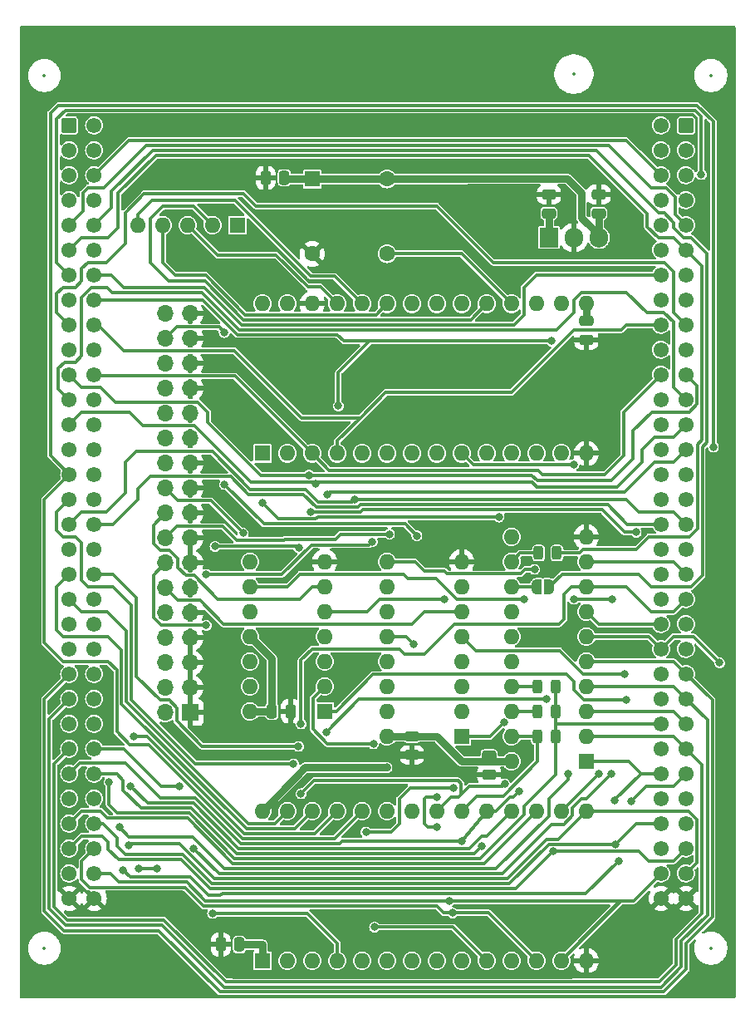
<source format=gbl>
%TF.GenerationSoftware,KiCad,Pcbnew,8.0.5+1*%
%TF.CreationDate,2024-11-07T11:26:01+01:00*%
%TF.ProjectId,QL_MiniTrump3,514c5f4d-696e-4695-9472-756d70332e6b,02*%
%TF.SameCoordinates,Original*%
%TF.FileFunction,Copper,L2,Bot*%
%TF.FilePolarity,Positive*%
%FSLAX46Y46*%
G04 Gerber Fmt 4.6, Leading zero omitted, Abs format (unit mm)*
G04 Created by KiCad (PCBNEW 8.0.5+1) date 2024-11-07 11:26:01*
%MOMM*%
%LPD*%
G01*
G04 APERTURE LIST*
G04 Aperture macros list*
%AMRoundRect*
0 Rectangle with rounded corners*
0 $1 Rounding radius*
0 $2 $3 $4 $5 $6 $7 $8 $9 X,Y pos of 4 corners*
0 Add a 4 corners polygon primitive as box body*
4,1,4,$2,$3,$4,$5,$6,$7,$8,$9,$2,$3,0*
0 Add four circle primitives for the rounded corners*
1,1,$1+$1,$2,$3*
1,1,$1+$1,$4,$5*
1,1,$1+$1,$6,$7*
1,1,$1+$1,$8,$9*
0 Add four rect primitives between the rounded corners*
20,1,$1+$1,$2,$3,$4,$5,0*
20,1,$1+$1,$4,$5,$6,$7,0*
20,1,$1+$1,$6,$7,$8,$9,0*
20,1,$1+$1,$8,$9,$2,$3,0*%
%AMFreePoly0*
4,1,19,0.500000,-0.750000,0.000000,-0.750000,0.000000,-0.744911,-0.071157,-0.744911,-0.207708,-0.704816,-0.327430,-0.627875,-0.420627,-0.520320,-0.479746,-0.390866,-0.500000,-0.250000,-0.500000,0.250000,-0.479746,0.390866,-0.420627,0.520320,-0.327430,0.627875,-0.207708,0.704816,-0.071157,0.744911,0.000000,0.744911,0.000000,0.750000,0.500000,0.750000,0.500000,-0.750000,0.500000,-0.750000,
$1*%
%AMFreePoly1*
4,1,19,0.000000,0.744911,0.071157,0.744911,0.207708,0.704816,0.327430,0.627875,0.420627,0.520320,0.479746,0.390866,0.500000,0.250000,0.500000,-0.250000,0.479746,-0.390866,0.420627,-0.520320,0.327430,-0.627875,0.207708,-0.704816,0.071157,-0.744911,0.000000,-0.744911,0.000000,-0.750000,-0.500000,-0.750000,-0.500000,0.750000,0.000000,0.750000,0.000000,0.744911,0.000000,0.744911,
$1*%
G04 Aperture macros list end*
%TA.AperFunction,ComponentPad*%
%ADD10R,1.905000X2.000000*%
%TD*%
%TA.AperFunction,ComponentPad*%
%ADD11O,1.905000X2.000000*%
%TD*%
%TA.AperFunction,ComponentPad*%
%ADD12R,1.600000X1.600000*%
%TD*%
%TA.AperFunction,ComponentPad*%
%ADD13O,1.600000X1.600000*%
%TD*%
%TA.AperFunction,ComponentPad*%
%ADD14RoundRect,0.249999X-0.525001X0.525001X-0.525001X-0.525001X0.525001X-0.525001X0.525001X0.525001X0*%
%TD*%
%TA.AperFunction,ComponentPad*%
%ADD15C,1.550000*%
%TD*%
%TA.AperFunction,ComponentPad*%
%ADD16R,1.700000X1.700000*%
%TD*%
%TA.AperFunction,ComponentPad*%
%ADD17O,1.700000X1.700000*%
%TD*%
%TA.AperFunction,ComponentPad*%
%ADD18RoundRect,0.249999X0.525001X-0.525001X0.525001X0.525001X-0.525001X0.525001X-0.525001X-0.525001X0*%
%TD*%
%TA.AperFunction,ComponentPad*%
%ADD19C,1.600000*%
%TD*%
%TA.AperFunction,SMDPad,CuDef*%
%ADD20RoundRect,0.250000X0.475000X-0.250000X0.475000X0.250000X-0.475000X0.250000X-0.475000X-0.250000X0*%
%TD*%
%TA.AperFunction,SMDPad,CuDef*%
%ADD21RoundRect,0.243750X-0.243750X-0.456250X0.243750X-0.456250X0.243750X0.456250X-0.243750X0.456250X0*%
%TD*%
%TA.AperFunction,SMDPad,CuDef*%
%ADD22RoundRect,0.250000X-0.475000X0.250000X-0.475000X-0.250000X0.475000X-0.250000X0.475000X0.250000X0*%
%TD*%
%TA.AperFunction,SMDPad,CuDef*%
%ADD23RoundRect,0.243750X0.243750X0.456250X-0.243750X0.456250X-0.243750X-0.456250X0.243750X-0.456250X0*%
%TD*%
%TA.AperFunction,SMDPad,CuDef*%
%ADD24RoundRect,0.250000X-0.250000X-0.475000X0.250000X-0.475000X0.250000X0.475000X-0.250000X0.475000X0*%
%TD*%
%TA.AperFunction,SMDPad,CuDef*%
%ADD25FreePoly0,180.000000*%
%TD*%
%TA.AperFunction,SMDPad,CuDef*%
%ADD26FreePoly1,180.000000*%
%TD*%
%TA.AperFunction,SMDPad,CuDef*%
%ADD27RoundRect,0.250000X0.250000X0.475000X-0.250000X0.475000X-0.250000X-0.475000X0.250000X-0.475000X0*%
%TD*%
%TA.AperFunction,ViaPad*%
%ADD28C,0.800000*%
%TD*%
%TA.AperFunction,Conductor*%
%ADD29C,0.750000*%
%TD*%
%TA.AperFunction,Conductor*%
%ADD30C,0.381000*%
%TD*%
%TA.AperFunction,Conductor*%
%ADD31C,0.350000*%
%TD*%
%ADD32C,0.350000*%
G04 APERTURE END LIST*
D10*
%TO.P,U18,1,VI*%
%TO.N,+9V*%
X182372000Y-65913000D03*
D11*
%TO.P,U18,2,GND*%
%TO.N,GND*%
X184912000Y-65913000D03*
%TO.P,U18,3,VO*%
%TO.N,+5V*%
X187452000Y-65913000D03*
%TD*%
D12*
%TO.P,U14,1,VPP*%
%TO.N,+5V*%
X153162000Y-139573000D03*
D13*
%TO.P,U14,2,A12*%
%TO.N,/A12*%
X155702000Y-139573000D03*
%TO.P,U14,3,A7*%
%TO.N,/A7*%
X158242000Y-139573000D03*
%TO.P,U14,4,A6*%
%TO.N,/A6*%
X160782000Y-139573000D03*
%TO.P,U14,5,A5*%
%TO.N,/A5*%
X163322000Y-139573000D03*
%TO.P,U14,6,A4*%
%TO.N,/A4*%
X165862000Y-139573000D03*
%TO.P,U14,7,A3*%
%TO.N,/A3*%
X168402000Y-139573000D03*
%TO.P,U14,8,A2*%
%TO.N,/A2*%
X170942000Y-139573000D03*
%TO.P,U14,9,A1*%
%TO.N,/A1*%
X173482000Y-139573000D03*
%TO.P,U14,10,A0*%
%TO.N,/A0*%
X176022000Y-139573000D03*
%TO.P,U14,11,D0*%
%TO.N,/D0*%
X178562000Y-139573000D03*
%TO.P,U14,12,D1*%
%TO.N,/D1*%
X181102000Y-139573000D03*
%TO.P,U14,13,D2*%
%TO.N,/D2*%
X183642000Y-139573000D03*
%TO.P,U14,14,GND*%
%TO.N,GND*%
X186182000Y-139573000D03*
%TO.P,U14,15,D3*%
%TO.N,/D3*%
X186182000Y-124333000D03*
%TO.P,U14,16,D4*%
%TO.N,/D4*%
X183642000Y-124333000D03*
%TO.P,U14,17,D5*%
%TO.N,/D5*%
X181102000Y-124333000D03*
%TO.P,U14,18,D6*%
%TO.N,/D6*%
X178562000Y-124333000D03*
%TO.P,U14,19,D7*%
%TO.N,/D7*%
X176022000Y-124333000D03*
%TO.P,U14,20,~{CE}*%
%TO.N,/ROM_CE*%
X173482000Y-124333000D03*
%TO.P,U14,21,A10*%
%TO.N,/A10*%
X170942000Y-124333000D03*
%TO.P,U14,22,~{OE}*%
%TO.N,/ROM_OE*%
X168402000Y-124333000D03*
%TO.P,U14,23,A11*%
%TO.N,/A11*%
X165862000Y-124333000D03*
%TO.P,U14,24,A9*%
%TO.N,/A9*%
X163322000Y-124333000D03*
%TO.P,U14,25,A8*%
%TO.N,/A8*%
X160782000Y-124333000D03*
%TO.P,U14,26,A13*%
%TO.N,/A13*%
X158242000Y-124333000D03*
%TO.P,U14,27,A14*%
%TO.N,/A14*%
X155702000Y-124333000D03*
%TO.P,U14,28,VCC*%
%TO.N,+5V*%
X153162000Y-124333000D03*
%TD*%
D14*
%TO.P,J1,a1,Vin*%
%TO.N,+9V*%
X133477000Y-54483000D03*
D15*
%TO.P,J1,a2,-12V*%
%TO.N,unconnected-(J1--12V-Pada2)*%
X133477000Y-57023000D03*
%TO.P,J1,a3,+12V*%
%TO.N,unconnected-(J1-+12V-Pada3)*%
X133477000Y-59563000D03*
%TO.P,J1,a4,SP0*%
%TO.N,+5V*%
X133477000Y-62103000D03*
%TO.P,J1,a5,SP1*%
%TO.N,/SP1*%
X133477000Y-64643000D03*
%TO.P,J1,a6,~{DSMC}*%
%TO.N,/DSMC*%
X133477000Y-67183000D03*
%TO.P,J1,a7,SP2*%
%TO.N,/SP2*%
X133477000Y-69723000D03*
%TO.P,J1,a8,~{DBG}*%
%TO.N,unconnected-(J1-~{DBG}-Pada8)*%
X133477000Y-72263000D03*
%TO.P,J1,a9,A3*%
%TO.N,/A3*%
X133477000Y-74803000D03*
%TO.P,J1,a10,A4*%
%TO.N,/A4*%
X133477000Y-77343000D03*
%TO.P,J1,a11,A5*%
%TO.N,/A5*%
X133477000Y-79883000D03*
%TO.P,J1,a12,A6*%
%TO.N,/A6*%
X133477000Y-82423000D03*
%TO.P,J1,a13,A7*%
%TO.N,/A7*%
X133477000Y-84963000D03*
%TO.P,J1,a14,A8*%
%TO.N,/A8*%
X133477000Y-87503000D03*
%TO.P,J1,a15,A9*%
%TO.N,/A9*%
X133477000Y-90043000D03*
%TO.P,J1,a16,A10*%
%TO.N,/A10*%
X133477000Y-92583000D03*
%TO.P,J1,a17,A11*%
%TO.N,/A11*%
X133477000Y-95123000D03*
%TO.P,J1,a18,A12*%
%TO.N,/A12*%
X133477000Y-97663000D03*
%TO.P,J1,a19,A13*%
%TO.N,/A13*%
X133477000Y-100203000D03*
%TO.P,J1,a20,A14*%
%TO.N,/A14*%
X133477000Y-102743000D03*
%TO.P,J1,a21,RED*%
%TO.N,unconnected-(J1-RED-Pada21)*%
X133477000Y-105283000D03*
%TO.P,J1,a22,CLKCPU*%
%TO.N,unconnected-(J1-CLKCPU-Pada22)*%
X133477000Y-107823000D03*
%TO.P,J1,a23,A16*%
%TO.N,/A16*%
X133477000Y-110363000D03*
%TO.P,J1,a24,A17*%
%TO.N,/A17*%
X133477000Y-112903000D03*
%TO.P,J1,a25,A18*%
%TO.N,/A18*%
X133477000Y-115443000D03*
%TO.P,J1,a26,A19*%
%TO.N,/A19*%
X133477000Y-117983000D03*
%TO.P,J1,a27,D7*%
%TO.N,/D7*%
X133477000Y-120523000D03*
%TO.P,J1,a28,D6*%
%TO.N,/D6*%
X133477000Y-123063000D03*
%TO.P,J1,a29,D5*%
%TO.N,/D5*%
X133477000Y-125603000D03*
%TO.P,J1,a30,D4*%
%TO.N,/D4*%
X133477000Y-128143000D03*
%TO.P,J1,a31,D3*%
%TO.N,/D3*%
X133477000Y-130683000D03*
%TO.P,J1,a32,GND*%
%TO.N,GND*%
X133477000Y-133223000D03*
%TO.P,J1,b1,Vin*%
%TO.N,+9V*%
X136017000Y-54483000D03*
%TO.P,J1,b2,Vin*%
X136017000Y-57023000D03*
%TO.P,J1,b3,~{EXTINT}*%
%TO.N,/EXTINTL*%
X136017000Y-59563000D03*
%TO.P,J1,b4,~{IPL1}*%
%TO.N,unconnected-(J1-~{IPL1}-Padb4)*%
X136017000Y-62103000D03*
%TO.P,J1,b5,~{BERR}*%
%TO.N,Net-(J1-~{BERR})*%
X136017000Y-64643000D03*
%TO.P,J1,b6,~{IPLO}*%
%TO.N,unconnected-(J1-~{IPLO}-Padb6)*%
X136017000Y-67183000D03*
%TO.P,J1,b7,SP3*%
%TO.N,/SP3*%
X136017000Y-69723000D03*
%TO.P,J1,b8,A2*%
%TO.N,/A2*%
X136017000Y-72263000D03*
%TO.P,J1,b9,G9*%
%TO.N,/A1*%
X136017000Y-74803000D03*
%TO.P,J1,b10,ROMOEH*%
%TO.N,unconnected-(J1-ROMOEH-Padb10)*%
X136017000Y-77343000D03*
%TO.P,J1,b11,A0*%
%TO.N,/A0*%
X136017000Y-79883000D03*
%TO.P,J1,b12,FC0*%
%TO.N,unconnected-(J1-FC0-Padb12)*%
X136017000Y-82423000D03*
%TO.P,J1,b13,FC1*%
%TO.N,unconnected-(J1-FC1-Padb13)*%
X136017000Y-84963000D03*
%TO.P,J1,b14,FC2*%
%TO.N,unconnected-(J1-FC2-Padb14)*%
X136017000Y-87503000D03*
%TO.P,J1,b15,BLUE*%
%TO.N,unconnected-(J1-BLUE-Padb15)*%
X136017000Y-90043000D03*
%TO.P,J1,b16,GREEN*%
%TO.N,unconnected-(J1-GREEN-Padb16)*%
X136017000Y-92583000D03*
%TO.P,J1,b17,~{VPA}*%
%TO.N,/VPA*%
X136017000Y-95123000D03*
%TO.P,J1,b18,VSYNCH*%
%TO.N,unconnected-(J1-VSYNCH-Padb18)*%
X136017000Y-97663000D03*
%TO.P,J1,b19,E*%
%TO.N,/E*%
X136017000Y-100203000D03*
%TO.P,J1,b20,~{CSYNC}*%
%TO.N,unconnected-(J1-~{CSYNC}-Padb20)*%
X136017000Y-102743000D03*
%TO.P,J1,b21,~{RESETCPU}*%
%TO.N,/RESET*%
X136017000Y-105283000D03*
%TO.P,J1,b22,A15*%
%TO.N,/A15*%
X136017000Y-107823000D03*
%TO.P,J1,b23,~{BR}*%
%TO.N,unconnected-(J1-~{BR}-Padb23)*%
X136017000Y-110363000D03*
%TO.P,J1,b24,~{BG}*%
%TO.N,unconnected-(J1-~{BG}-Padb24)*%
X136017000Y-112903000D03*
%TO.P,J1,b25,~{DTACK}*%
%TO.N,/DTACKL*%
X136017000Y-115443000D03*
%TO.P,J1,b26,~{DRW}*%
%TO.N,/RW*%
X136017000Y-117983000D03*
%TO.P,J1,b27,~{DS}*%
%TO.N,/DS*%
X136017000Y-120523000D03*
%TO.P,J1,b28,~{AS}*%
%TO.N,/AS*%
X136017000Y-123063000D03*
%TO.P,J1,b29,D0*%
%TO.N,/D0*%
X136017000Y-125603000D03*
%TO.P,J1,b30,D1*%
%TO.N,/D1*%
X136017000Y-128143000D03*
%TO.P,J1,b31,D2*%
%TO.N,/D2*%
X136017000Y-130683000D03*
%TO.P,J1,b32,GND*%
%TO.N,GND*%
X136017000Y-133223000D03*
%TD*%
D16*
%TO.P,J2,1,Pin_1*%
%TO.N,GND*%
X145796000Y-114300000D03*
D17*
%TO.P,J2,2,Pin_2*%
%TO.N,unconnected-(J2-Pin_2-Pad2)*%
X143256000Y-114300000D03*
%TO.P,J2,3,Pin_3*%
%TO.N,GND*%
X145796000Y-111760000D03*
%TO.P,J2,4,Pin_4*%
%TO.N,unconnected-(J2-Pin_4-Pad4)*%
X143256000Y-111760000D03*
%TO.P,J2,5,Pin_5*%
%TO.N,GND*%
X145796000Y-109220000D03*
%TO.P,J2,6,Pin_6*%
%TO.N,unconnected-(J2-Pin_6-Pad6)*%
X143256000Y-109220000D03*
%TO.P,J2,7,Pin_7*%
%TO.N,GND*%
X145796000Y-106680000D03*
%TO.P,J2,8,Pin_8*%
%TO.N,/FDC_IP*%
X143256000Y-106680000D03*
%TO.P,J2,9,Pin_9*%
%TO.N,GND*%
X145796000Y-104140000D03*
%TO.P,J2,10,Pin_10*%
%TO.N,/MOTOR_ON*%
X143256000Y-104140000D03*
%TO.P,J2,11,Pin_11*%
%TO.N,GND*%
X145796000Y-101600000D03*
%TO.P,J2,12,Pin_12*%
%TO.N,/DS1*%
X143256000Y-101600000D03*
%TO.P,J2,13,Pin_13*%
%TO.N,GND*%
X145796000Y-99060000D03*
%TO.P,J2,14,Pin_14*%
%TO.N,/DS0*%
X143256000Y-99060000D03*
%TO.P,J2,15,Pin_15*%
%TO.N,GND*%
X145796000Y-96520000D03*
%TO.P,J2,16,Pin_16*%
%TO.N,/MOTOR_ON*%
X143256000Y-96520000D03*
%TO.P,J2,17,Pin_17*%
%TO.N,GND*%
X145796000Y-93980000D03*
%TO.P,J2,18,Pin_18*%
%TO.N,/DIR*%
X143256000Y-93980000D03*
%TO.P,J2,19,Pin_19*%
%TO.N,GND*%
X145796000Y-91440000D03*
%TO.P,J2,20,Pin_20*%
%TO.N,/STEP*%
X143256000Y-91440000D03*
%TO.P,J2,21,Pin_21*%
%TO.N,GND*%
X145796000Y-88900000D03*
%TO.P,J2,22,Pin_22*%
%TO.N,/DATA_WR*%
X143256000Y-88900000D03*
%TO.P,J2,23,Pin_23*%
%TO.N,GND*%
X145796000Y-86360000D03*
%TO.P,J2,24,Pin_24*%
%TO.N,/GATE_WR*%
X143256000Y-86360000D03*
%TO.P,J2,25,Pin_25*%
%TO.N,GND*%
X145796000Y-83820000D03*
%TO.P,J2,26,Pin_26*%
%TO.N,/FDC_T0*%
X143256000Y-83820000D03*
%TO.P,J2,27,Pin_27*%
%TO.N,GND*%
X145796000Y-81280000D03*
%TO.P,J2,28,Pin_28*%
%TO.N,/FDC_WPRT*%
X143256000Y-81280000D03*
%TO.P,J2,29,Pin_29*%
%TO.N,GND*%
X145796000Y-78740000D03*
%TO.P,J2,30,Pin_30*%
%TO.N,/FDC_RD*%
X143256000Y-78740000D03*
%TO.P,J2,31,Pin_31*%
%TO.N,GND*%
X145796000Y-76200000D03*
%TO.P,J2,32,Pin_32*%
%TO.N,/HEAD*%
X143256000Y-76200000D03*
%TO.P,J2,33,Pin_33*%
%TO.N,GND*%
X145796000Y-73660000D03*
%TO.P,J2,34,Pin_34*%
%TO.N,unconnected-(J2-Pin_34-Pad34)*%
X143256000Y-73660000D03*
%TD*%
D18*
%TO.P,J3,a1,Vin*%
%TO.N,+9V*%
X196342000Y-54483000D03*
D15*
%TO.P,J3,a2,-12V*%
%TO.N,unconnected-(J3--12V-Pada2)*%
X196342000Y-57023000D03*
%TO.P,J3,a3,+12V*%
%TO.N,unconnected-(J3-+12V-Pada3)*%
X196342000Y-59563000D03*
%TO.P,J3,a4,SP0*%
%TO.N,/SP0*%
X196342000Y-62103000D03*
%TO.P,J3,a5,SP1*%
%TO.N,/SP1*%
X196342000Y-64643000D03*
%TO.P,J3,a6,~{DSMC}*%
%TO.N,/DSMC*%
X196342000Y-67183000D03*
%TO.P,J3,a7,SP2*%
%TO.N,/SP2*%
X196342000Y-69723000D03*
%TO.P,J3,a8,~{DBG}*%
%TO.N,unconnected-(J3-~{DBG}-Pada8)*%
X196342000Y-72263000D03*
%TO.P,J3,a9,A3*%
%TO.N,/A3*%
X196342000Y-74803000D03*
%TO.P,J3,a10,A4*%
%TO.N,/A4*%
X196342000Y-77343000D03*
%TO.P,J3,a11,A5*%
%TO.N,/A5*%
X196342000Y-79883000D03*
%TO.P,J3,a12,A6*%
%TO.N,/A6*%
X196342000Y-82423000D03*
%TO.P,J3,a13,A7*%
%TO.N,/A7*%
X196342000Y-84963000D03*
%TO.P,J3,a14,A8*%
%TO.N,/A8*%
X196342000Y-87503000D03*
%TO.P,J3,a15,A9*%
%TO.N,/A9*%
X196342000Y-90043000D03*
%TO.P,J3,a16,A10*%
%TO.N,/A10*%
X196342000Y-92583000D03*
%TO.P,J3,a17,A11*%
%TO.N,/A11*%
X196342000Y-95123000D03*
%TO.P,J3,a18,A12*%
%TO.N,/A12*%
X196342000Y-97663000D03*
%TO.P,J3,a19,A13*%
%TO.N,/A13*%
X196342000Y-100203000D03*
%TO.P,J3,a20,A14*%
%TO.N,/A14*%
X196342000Y-102743000D03*
%TO.P,J3,a21,RED*%
%TO.N,unconnected-(J3-RED-Pada21)*%
X196342000Y-105283000D03*
%TO.P,J3,a22,CLKCPU*%
%TO.N,unconnected-(J3-CLKCPU-Pada22)*%
X196342000Y-107823000D03*
%TO.P,J3,a23,A16*%
%TO.N,/A16*%
X196342000Y-110363000D03*
%TO.P,J3,a24,A17*%
%TO.N,/A17*%
X196342000Y-112903000D03*
%TO.P,J3,a25,A18*%
%TO.N,/A18*%
X196342000Y-115443000D03*
%TO.P,J3,a26,A19*%
%TO.N,/A19*%
X196342000Y-117983000D03*
%TO.P,J3,a27,D7*%
%TO.N,/D7*%
X196342000Y-120523000D03*
%TO.P,J3,a28,D6*%
%TO.N,/D6*%
X196342000Y-123063000D03*
%TO.P,J3,a29,D5*%
%TO.N,/D5*%
X196342000Y-125603000D03*
%TO.P,J3,a30,D4*%
%TO.N,/D4*%
X196342000Y-128143000D03*
%TO.P,J3,a31,D3*%
%TO.N,/D3*%
X196342000Y-130683000D03*
%TO.P,J3,a32,GND*%
%TO.N,GND*%
X196342000Y-133223000D03*
%TO.P,J3,b1,Vin*%
%TO.N,+9V*%
X193802000Y-54483000D03*
%TO.P,J3,b2,Vin*%
X193802000Y-57023000D03*
%TO.P,J3,b3,~{EXTINT}*%
%TO.N,/EXTINTL*%
X193802000Y-59563000D03*
%TO.P,J3,b4,~{IPL1}*%
%TO.N,unconnected-(J3-~{IPL1}-Padb4)*%
X193802000Y-62103000D03*
%TO.P,J3,b5,~{BERR}*%
%TO.N,unconnected-(J3-~{BERR}-Padb5)*%
X193802000Y-64643000D03*
%TO.P,J3,b6,~{IPLO}*%
%TO.N,unconnected-(J3-~{IPLO}-Padb6)*%
X193802000Y-67183000D03*
%TO.P,J3,b7,SP3*%
%TO.N,/SP3*%
X193802000Y-69723000D03*
%TO.P,J3,b8,A2*%
%TO.N,/A2*%
X193802000Y-72263000D03*
%TO.P,J3,b9,G9*%
%TO.N,/A1*%
X193802000Y-74803000D03*
%TO.P,J3,b10,ROMOEH*%
%TO.N,unconnected-(J3-ROMOEH-Padb10)*%
X193802000Y-77343000D03*
%TO.P,J3,b11,A0*%
%TO.N,/A0*%
X193802000Y-79883000D03*
%TO.P,J3,b12,FC0*%
%TO.N,unconnected-(J3-FC0-Padb12)*%
X193802000Y-82423000D03*
%TO.P,J3,b13,FC1*%
%TO.N,unconnected-(J3-FC1-Padb13)*%
X193802000Y-84963000D03*
%TO.P,J3,b14,FC2*%
%TO.N,unconnected-(J3-FC2-Padb14)*%
X193802000Y-87503000D03*
%TO.P,J3,b15,BLUE*%
%TO.N,unconnected-(J3-BLUE-Padb15)*%
X193802000Y-90043000D03*
%TO.P,J3,b16,GREEN*%
%TO.N,unconnected-(J3-GREEN-Padb16)*%
X193802000Y-92583000D03*
%TO.P,J3,b17,~{VPA}*%
%TO.N,/VPA*%
X193802000Y-95123000D03*
%TO.P,J3,b18,VSYNCH*%
%TO.N,unconnected-(J3-VSYNCH-Padb18)*%
X193802000Y-97663000D03*
%TO.P,J3,b19,E*%
%TO.N,/E*%
X193802000Y-100203000D03*
%TO.P,J3,b20,~{CSYNC}*%
%TO.N,unconnected-(J3-~{CSYNC}-Padb20)*%
X193802000Y-102743000D03*
%TO.P,J3,b21,~{RESETCPU}*%
%TO.N,/RESET*%
X193802000Y-105283000D03*
%TO.P,J3,b22,A15*%
%TO.N,/A15*%
X193802000Y-107823000D03*
%TO.P,J3,b23,~{BR}*%
%TO.N,unconnected-(J3-~{BR}-Padb23)*%
X193802000Y-110363000D03*
%TO.P,J3,b24,~{BG}*%
%TO.N,unconnected-(J3-~{BG}-Padb24)*%
X193802000Y-112903000D03*
%TO.P,J3,b25,~{DTACK}*%
%TO.N,/DTACKL*%
X193802000Y-115443000D03*
%TO.P,J3,b26,~{DRW}*%
%TO.N,/RW*%
X193802000Y-117983000D03*
%TO.P,J3,b27,~{DS}*%
%TO.N,/DS*%
X193802000Y-120523000D03*
%TO.P,J3,b28,~{AS}*%
%TO.N,/AS*%
X193802000Y-123063000D03*
%TO.P,J3,b29,D0*%
%TO.N,/D0*%
X193802000Y-125603000D03*
%TO.P,J3,b30,D1*%
%TO.N,/D1*%
X193802000Y-128143000D03*
%TO.P,J3,b31,D2*%
%TO.N,/D2*%
X193802000Y-130683000D03*
%TO.P,J3,b32,GND*%
%TO.N,GND*%
X193802000Y-133223000D03*
%TD*%
D12*
%TO.P,U13,1,~{CS}*%
%TO.N,/FDCON_CS*%
X153162000Y-87889000D03*
D13*
%TO.P,U13,2,R/~{W}*%
%TO.N,/RW*%
X155702000Y-87889000D03*
%TO.P,U13,3,A0*%
%TO.N,/A0*%
X158242000Y-87889000D03*
%TO.P,U13,4,A1*%
%TO.N,/A1*%
X160782000Y-87889000D03*
%TO.P,U13,5,DI0*%
%TO.N,/D0*%
X163322000Y-87889000D03*
%TO.P,U13,6,DI1*%
%TO.N,/D1*%
X165862000Y-87889000D03*
%TO.P,U13,7,DI2*%
%TO.N,/D2*%
X168402000Y-87889000D03*
%TO.P,U13,8,DI3*%
%TO.N,/D3*%
X170942000Y-87889000D03*
%TO.P,U13,9,DI4*%
%TO.N,/D4*%
X173482000Y-87889000D03*
%TO.P,U13,10,DI5*%
%TO.N,/D5*%
X176022000Y-87889000D03*
%TO.P,U13,11,DI6*%
%TO.N,/D6*%
X178562000Y-87889000D03*
%TO.P,U13,12,DI7*%
%TO.N,/D7*%
X181102000Y-87889000D03*
%TO.P,U13,13,~{MR}*%
%TO.N,/RESET*%
X183642000Y-87889000D03*
%TO.P,U13,14,GND*%
%TO.N,GND*%
X186182000Y-87889000D03*
%TO.P,U13,15,VCC*%
%TO.N,+5V*%
X186182000Y-72649000D03*
%TO.P,U13,16,STEP*%
%TO.N,/FDC_STEP*%
X183642000Y-72649000D03*
%TO.P,U13,17,DIRC*%
%TO.N,/FDC_DIR*%
X181102000Y-72649000D03*
%TO.P,U13,18,CLK*%
%TO.N,Net-(U13-CLK)*%
X178562000Y-72649000D03*
%TO.P,U13,19,~{RD}*%
%TO.N,/FDC_RD*%
X176022000Y-72649000D03*
%TO.P,U13,20,MOTOR*%
%TO.N,unconnected-(U13-MOTOR-Pad20)*%
X173482000Y-72649000D03*
%TO.P,U13,21,WG*%
%TO.N,/FDC_WG*%
X170942000Y-72649000D03*
%TO.P,U13,22,WD*%
%TO.N,/FDC_WD*%
X168402000Y-72649000D03*
%TO.P,U13,23,~{TR00}*%
%TO.N,/FDC_T0*%
X165862000Y-72649000D03*
%TO.P,U13,24,~{IP}*%
%TO.N,/FDC_IP*%
X163322000Y-72649000D03*
%TO.P,U13,25,~{WPRT}*%
%TO.N,/FDC_WPRT*%
X160782000Y-72649000D03*
%TO.P,U13,26,~{DDEN}*%
%TO.N,GND*%
X158242000Y-72649000D03*
%TO.P,U13,27,DRQ*%
%TO.N,unconnected-(U13-DRQ-Pad27)*%
X155702000Y-72649000D03*
%TO.P,U13,28,INTRQ*%
%TO.N,unconnected-(U13-INTRQ-Pad28)*%
X153162000Y-72649000D03*
%TD*%
D12*
%TO.P,U1,1,I1/CLK*%
%TO.N,/DS*%
X186182000Y-119253000D03*
D13*
%TO.P,U1,2,I2*%
%TO.N,/A19*%
X186182000Y-116713000D03*
%TO.P,U1,3,I3*%
%TO.N,/A18*%
X186182000Y-114173000D03*
%TO.P,U1,4,I4*%
%TO.N,/A17*%
X186182000Y-111633000D03*
%TO.P,U1,5,I5*%
%TO.N,/A16*%
X186182000Y-109093000D03*
%TO.P,U1,6,I6*%
%TO.N,/A15*%
X186182000Y-106553000D03*
%TO.P,U1,7,I7*%
%TO.N,/RESET*%
X186182000Y-104013000D03*
%TO.P,U1,8,I8*%
%TO.N,/A14*%
X186182000Y-101473000D03*
%TO.P,U1,9,I9*%
%TO.N,/A13*%
X186182000Y-98933000D03*
%TO.P,U1,10,GND*%
%TO.N,GND*%
X186182000Y-96393000D03*
%TO.P,U1,11,I10/~{OE}*%
%TO.N,/MUX*%
X178562000Y-96393000D03*
%TO.P,U1,12,IO8*%
%TO.N,Net-(D1-A)*%
X178562000Y-98933000D03*
%TO.P,U1,13,IO7*%
%TO.N,/P13*%
X178562000Y-101473000D03*
%TO.P,U1,14,IO6*%
%TO.N,/CLKCT*%
X178562000Y-104013000D03*
%TO.P,U1,15,IO5*%
%TO.N,/MA8*%
X178562000Y-106553000D03*
%TO.P,U1,16,IO4*%
%TO.N,unconnected-(U1-IO4-Pad16)*%
X178562000Y-109093000D03*
%TO.P,U1,17,I03*%
%TO.N,/FDCON_CS*%
X178562000Y-111633000D03*
%TO.P,U1,18,IO2*%
%TO.N,/CS175*%
X178562000Y-114173000D03*
%TO.P,U1,19,IO1*%
%TO.N,/ROM_CE*%
X178562000Y-116713000D03*
%TO.P,U1,20,VCC*%
%TO.N,+5V*%
X178562000Y-119253000D03*
%TD*%
D12*
%TO.P,U17,1,~{Mr}*%
%TO.N,/RESET*%
X173482000Y-116713000D03*
D13*
%TO.P,U17,2,Q0*%
%TO.N,unconnected-(U17-Q0-Pad2)*%
X173482000Y-114173000D03*
%TO.P,U17,3,~{Q0}*%
%TO.N,/HEAD*%
X173482000Y-111633000D03*
%TO.P,U17,4,D0*%
%TO.N,/D3*%
X173482000Y-109093000D03*
%TO.P,U17,5,D1*%
%TO.N,/D0*%
X173482000Y-106553000D03*
%TO.P,U17,6,~{Q1}*%
%TO.N,/DS1*%
X173482000Y-104013000D03*
%TO.P,U17,7,Q1*%
%TO.N,unconnected-(U17-Q1-Pad7)*%
X173482000Y-101473000D03*
%TO.P,U17,8,GND*%
%TO.N,GND*%
X173482000Y-98933000D03*
%TO.P,U17,9,Cp*%
%TO.N,/CS175*%
X165862000Y-98933000D03*
%TO.P,U17,10,Q2*%
%TO.N,unconnected-(U17-Q2-Pad10)*%
X165862000Y-101473000D03*
%TO.P,U17,11,~{Q2}*%
%TO.N,/MOTOR_ON*%
X165862000Y-104013000D03*
%TO.P,U17,12,D2*%
%TO.N,/D2*%
X165862000Y-106553000D03*
%TO.P,U17,13,D3*%
%TO.N,/D1*%
X165862000Y-109093000D03*
%TO.P,U17,14,~{Q3}*%
%TO.N,/DS0*%
X165862000Y-111633000D03*
%TO.P,U17,15,Q3*%
%TO.N,unconnected-(U17-Q3-Pad15)*%
X165862000Y-114173000D03*
%TO.P,U17,16,VCC*%
%TO.N,+5V*%
X165862000Y-116713000D03*
%TD*%
D12*
%TO.P,U15,1*%
%TO.N,/RW*%
X159512000Y-114173000D03*
D13*
%TO.P,U15,2*%
%TO.N,/ROM_OE*%
X159512000Y-111633000D03*
%TO.P,U15,3*%
%TO.N,/FDC_WG*%
X159512000Y-109093000D03*
%TO.P,U15,4*%
%TO.N,/GATE_WR*%
X159512000Y-106553000D03*
%TO.P,U15,5*%
%TO.N,/FDC_DIR*%
X159512000Y-104013000D03*
%TO.P,U15,6*%
%TO.N,/DIR*%
X159512000Y-101473000D03*
%TO.P,U15,7,GND*%
%TO.N,GND*%
X159512000Y-98933000D03*
%TO.P,U15,8*%
%TO.N,/STEP*%
X151892000Y-98933000D03*
%TO.P,U15,9*%
%TO.N,/FDC_STEP*%
X151892000Y-101473000D03*
%TO.P,U15,10*%
%TO.N,unconnected-(U15-Pad10)*%
X151892000Y-104013000D03*
%TO.P,U15,11*%
%TO.N,+5V*%
X151892000Y-106553000D03*
%TO.P,U15,12*%
%TO.N,/DATA_WR*%
X151892000Y-109093000D03*
%TO.P,U15,13*%
%TO.N,/FDC_WD*%
X151892000Y-111633000D03*
%TO.P,U15,14,VCC*%
%TO.N,+5V*%
X151892000Y-114173000D03*
%TD*%
D12*
%TO.P,X1,1,EN*%
%TO.N,+5V*%
X158242000Y-59944000D03*
D19*
%TO.P,X1,4,GND*%
%TO.N,GND*%
X158242000Y-67564000D03*
%TO.P,X1,5,OUT*%
%TO.N,Net-(U13-CLK)*%
X165862000Y-67564000D03*
%TO.P,X1,8,Vcc*%
%TO.N,+5V*%
X165862000Y-59944000D03*
%TD*%
D12*
%TO.P,RN1,1,common*%
%TO.N,+5V*%
X150622000Y-64643000D03*
D13*
%TO.P,RN1,2,R1*%
%TO.N,/FDC_RD*%
X148082000Y-64643000D03*
%TO.P,RN1,3,R2*%
%TO.N,/FDC_WPRT*%
X145542000Y-64643000D03*
%TO.P,RN1,4,R3*%
%TO.N,/FDC_T0*%
X143002000Y-64643000D03*
%TO.P,RN1,5,R4*%
%TO.N,/FDC_IP*%
X140462000Y-64643000D03*
%TD*%
D20*
%TO.P,C15,1*%
%TO.N,+9V*%
X182372000Y-63434000D03*
%TO.P,C15,2*%
%TO.N,GND*%
X182372000Y-61534000D03*
%TD*%
%TO.P,C3,1*%
%TO.N,GND*%
X176276000Y-120584000D03*
%TO.P,C3,2*%
%TO.N,+5V*%
X176276000Y-118684000D03*
%TD*%
D21*
%TO.P,D8,1,K*%
%TO.N,/ROM_CE*%
X181190500Y-116718000D03*
%TO.P,D8,2,A*%
%TO.N,/DTACKL*%
X183065500Y-116718000D03*
%TD*%
D20*
%TO.P,C13,1*%
%TO.N,+5V*%
X187452000Y-63434000D03*
%TO.P,C13,2*%
%TO.N,GND*%
X187452000Y-61534000D03*
%TD*%
D22*
%TO.P,C12,1*%
%TO.N,+5V*%
X168402000Y-116713000D03*
%TO.P,C12,2*%
%TO.N,GND*%
X168402000Y-118613000D03*
%TD*%
D23*
%TO.P,D1,1,K*%
%TO.N,/DSMC*%
X183182500Y-98044000D03*
%TO.P,D1,2,A*%
%TO.N,Net-(D1-A)*%
X181307500Y-98044000D03*
%TD*%
D21*
%TO.P,D7,1,K*%
%TO.N,/CS175*%
X181190500Y-114178000D03*
%TO.P,D7,2,A*%
%TO.N,/DTACKL*%
X183065500Y-114178000D03*
%TD*%
D24*
%TO.P,C4,1*%
%TO.N,GND*%
X153482000Y-59817000D03*
%TO.P,C4,2*%
%TO.N,+5V*%
X155382000Y-59817000D03*
%TD*%
D20*
%TO.P,C2,1*%
%TO.N,GND*%
X186182000Y-76322000D03*
%TO.P,C2,2*%
%TO.N,+5V*%
X186182000Y-74422000D03*
%TD*%
D21*
%TO.P,D6,1,K*%
%TO.N,/FDCON_CS*%
X181190500Y-111638000D03*
%TO.P,D6,2,A*%
%TO.N,/DTACKL*%
X183065500Y-111638000D03*
%TD*%
D25*
%TO.P,JP1,1,A*%
%TO.N,Net-(J1-~{BERR})*%
X182402000Y-101498400D03*
D26*
%TO.P,JP1,2,B*%
%TO.N,/P13*%
X181102000Y-101498400D03*
%TD*%
D27*
%TO.P,C1,1*%
%TO.N,+5V*%
X150810000Y-137922000D03*
%TO.P,C1,2*%
%TO.N,GND*%
X148910000Y-137922000D03*
%TD*%
%TO.P,C10,1*%
%TO.N,GND*%
X156027000Y-114168000D03*
%TO.P,C10,2*%
%TO.N,+5V*%
X154127000Y-114168000D03*
%TD*%
D28*
%TO.N,GND*%
X158242000Y-77597000D03*
X161644600Y-54329600D03*
X148844000Y-135763000D03*
X130048000Y-133223000D03*
X148353500Y-89174900D03*
X159512000Y-95834600D03*
X161644600Y-58410200D03*
X149571900Y-115504000D03*
%TO.N,/SP2*%
X197899900Y-59483100D03*
%TO.N,/A5*%
X157902400Y-90104300D03*
%TO.N,/A6*%
X148082000Y-134742600D03*
%TO.N,/A7*%
X158564400Y-90943300D03*
%TO.N,/A8*%
X159784000Y-92118800D03*
X140074500Y-116713000D03*
%TO.N,/A9*%
X199136000Y-87249000D03*
%TO.N,/A10*%
X177873300Y-121544500D03*
X156337000Y-119507000D03*
X157099000Y-122555000D03*
%TO.N,/A11*%
X162592900Y-92568900D03*
%TO.N,/A12*%
X146177000Y-128143000D03*
X188722000Y-120523000D03*
%TO.N,/A13*%
X182118000Y-112903000D03*
X159645600Y-116280900D03*
%TO.N,/A14*%
X157089900Y-115443000D03*
%TO.N,/A18*%
X184302000Y-120523000D03*
X138572000Y-125953000D03*
%TO.N,/D7*%
X173482000Y-127381000D03*
X190754000Y-123317000D03*
X179324000Y-122291250D03*
%TO.N,/D6*%
X139737000Y-121793000D03*
%TO.N,/D4*%
X187452000Y-120523000D03*
X188812000Y-102743000D03*
X182833300Y-128427100D03*
X184912000Y-89027000D03*
X184912000Y-102743000D03*
%TO.N,/D3*%
X139502000Y-127833000D03*
%TO.N,/A2*%
X182626000Y-76454000D03*
X160893800Y-83058000D03*
%TO.N,/A0*%
X164592000Y-136144000D03*
%TO.N,/E*%
X191262000Y-95928400D03*
X156845000Y-117729000D03*
X158114000Y-93849600D03*
%TO.N,/RESET*%
X177781200Y-115317400D03*
X172668400Y-121953600D03*
X163720500Y-126452200D03*
%TO.N,/A15*%
X140589000Y-130175000D03*
X199771000Y-109220000D03*
X142377400Y-130175000D03*
%TO.N,/RW*%
X144716500Y-121793000D03*
X190246000Y-112991300D03*
%TO.N,/DS*%
X175514000Y-127889000D03*
X189103000Y-123250600D03*
%TO.N,/D0*%
X189164900Y-127700100D03*
X190119000Y-110363000D03*
%TO.N,/D1*%
X170942000Y-122879800D03*
X172558100Y-134690800D03*
X170942000Y-125917800D03*
%TO.N,/D2*%
X172212000Y-133477000D03*
X168603600Y-107299100D03*
%TO.N,/AS*%
X138972000Y-130323000D03*
X189484000Y-129413000D03*
%TO.N,/MOTOR_ON*%
X166116000Y-96132700D03*
%TO.N,/STEP*%
X151197800Y-96016400D03*
%TO.N,/GATE_WR*%
X156851600Y-97464300D03*
X148336000Y-97372200D03*
%TO.N,/HEAD*%
X168910000Y-96291400D03*
X149276000Y-75572200D03*
X149301200Y-91059000D03*
%TO.N,/FDCON_CS*%
X153162000Y-92935900D03*
X177280400Y-94375100D03*
%TO.N,/DS0*%
X147447000Y-100203000D03*
X147447000Y-105401400D03*
X164377300Y-96871600D03*
%TO.N,/DTACKL*%
X137532000Y-121383000D03*
%TO.N,/CS175*%
X180898800Y-99695000D03*
%TO.N,+5V*%
X165862000Y-119888000D03*
%TO.N,/FDC_STEP*%
X179832000Y-102743000D03*
%TO.N,/ROM_OE*%
X164489400Y-117475000D03*
%TO.N,/FDC_DIR*%
X171704000Y-102743000D03*
%TD*%
D29*
%TO.N,GND*%
X150171300Y-141027300D02*
X153797000Y-141027300D01*
D30*
X187405000Y-139573000D02*
X185928000Y-139573000D01*
D29*
X176022000Y-98933000D02*
X176762950Y-98192050D01*
D30*
X186182000Y-141027300D02*
X186182000Y-139573000D01*
D29*
X168402000Y-118613000D02*
X159507000Y-118613000D01*
D30*
X136017000Y-133223000D02*
X137228500Y-134434500D01*
D29*
X170372500Y-98933000D02*
X169037000Y-97597500D01*
D30*
X147196000Y-114300000D02*
X148367900Y-114300000D01*
D29*
X153670000Y-116459000D02*
X155956000Y-116459000D01*
D30*
X173600400Y-120584000D02*
X176276000Y-120584000D01*
D29*
X171421300Y-120113300D02*
X173129700Y-120113300D01*
D30*
X148082000Y-76200000D02*
X148623423Y-76741423D01*
D29*
X180851500Y-96393000D02*
X179451000Y-94992500D01*
X147574000Y-88900000D02*
X148353500Y-89174900D01*
X147932200Y-91440000D02*
X152326800Y-95834600D01*
D30*
X145796000Y-99060000D02*
X145796000Y-96520000D01*
D29*
X137853500Y-134434500D02*
X138811000Y-133477000D01*
X152715000Y-115504000D02*
X153670000Y-116459000D01*
X156027000Y-114168000D02*
X156027000Y-114682800D01*
D30*
X186182000Y-84201000D02*
X186182000Y-82423000D01*
D29*
X159507000Y-118613000D02*
X157353000Y-116459000D01*
X155956000Y-116459000D02*
X156083000Y-116332000D01*
D30*
X156027000Y-116276000D02*
X156027000Y-114168000D01*
X173482000Y-98933000D02*
X170372500Y-98933000D01*
X145796000Y-88900000D02*
X147574000Y-88900000D01*
X148082000Y-76200000D02*
X145796000Y-76200000D01*
X137228500Y-134434500D02*
X137853500Y-134434500D01*
D29*
X148844000Y-135763000D02*
X147320000Y-135763000D01*
D30*
X148623423Y-76741423D02*
X156243423Y-76741423D01*
D29*
X169921000Y-118613000D02*
X170250000Y-118942000D01*
X150171300Y-141027300D02*
X148910000Y-139766000D01*
D30*
X163884400Y-98933000D02*
X159512000Y-98933000D01*
D29*
X169037000Y-97597500D02*
X165219900Y-97597500D01*
X173129700Y-120113300D02*
X173600400Y-120584000D01*
X168402000Y-118613000D02*
X169921000Y-118613000D01*
X156083000Y-116332000D02*
X156027000Y-116276000D01*
D30*
X189968500Y-137009500D02*
X193755000Y-133223000D01*
D29*
X178015400Y-94992500D02*
X179451000Y-94992500D01*
X176762950Y-96244950D02*
X178015400Y-94992500D01*
X149571900Y-115504000D02*
X152715000Y-115504000D01*
X145034000Y-133477000D02*
X147320000Y-135763000D01*
D30*
X189968500Y-137009500D02*
X187405000Y-139573000D01*
D29*
X158242000Y-77597000D02*
X157099000Y-77597000D01*
X176762950Y-98192050D02*
X176762950Y-96244950D01*
D30*
X186182000Y-87889000D02*
X186182000Y-84201000D01*
X148910000Y-139766000D02*
X148910000Y-137922000D01*
X145796000Y-91440000D02*
X147932200Y-91440000D01*
X186182000Y-96393000D02*
X180851500Y-96393000D01*
X184600700Y-141027300D02*
X186182000Y-141027300D01*
D29*
X152326800Y-95834600D02*
X159512000Y-95834600D01*
D30*
X173482000Y-98933000D02*
X176022000Y-98933000D01*
D29*
X138811000Y-133477000D02*
X145034000Y-133477000D01*
X153797000Y-141027300D02*
X184600700Y-141027300D01*
D30*
X157099000Y-77597000D02*
X156243423Y-76741423D01*
X148367900Y-114300000D02*
X149571900Y-115504000D01*
D29*
X157353000Y-116459000D02*
X155956000Y-116459000D01*
X165219900Y-97597500D02*
X163884400Y-98933000D01*
X170250000Y-118942000D02*
X171421300Y-120113300D01*
D30*
X186182000Y-82931000D02*
X186182000Y-76322000D01*
X148844000Y-135763000D02*
X148910000Y-137922000D01*
X145796000Y-114300000D02*
X147196000Y-114300000D01*
D29*
%TO.N,+9V*%
X182372000Y-65618000D02*
X182372000Y-63434000D01*
D31*
%TO.N,Net-(D1-A)*%
X179451000Y-98044000D02*
X178562000Y-98933000D01*
X180845000Y-98044000D02*
X179451000Y-98044000D01*
%TO.N,/SP1*%
X136969500Y-60833000D02*
X135382000Y-60833000D01*
X134874000Y-63246000D02*
X133477000Y-64643000D01*
X196342000Y-64643000D02*
X195242000Y-63543000D01*
X195242000Y-63543000D02*
X195242000Y-61765000D01*
X195242000Y-61765000D02*
X194310000Y-60833000D01*
X141279500Y-56523000D02*
X136969500Y-60833000D01*
X134874000Y-61341000D02*
X134874000Y-63246000D01*
X188476000Y-56523000D02*
X141279500Y-56523000D01*
X135382000Y-60833000D02*
X134874000Y-61341000D01*
X194310000Y-60833000D02*
X192786000Y-60833000D01*
X192786000Y-60833000D02*
X188476000Y-56523000D01*
%TO.N,/DSMC*%
X197505000Y-95539800D02*
X196651800Y-96393000D01*
X133477000Y-67183000D02*
X134747000Y-65913000D01*
X193516365Y-65913000D02*
X195072000Y-65913000D01*
X195072000Y-65913000D02*
X196342000Y-67183000D01*
X138459750Y-64867250D02*
X138459750Y-61370750D01*
X138459750Y-61370750D02*
X142299500Y-57531000D01*
X185861009Y-97663000D02*
X185480009Y-98044000D01*
X196651800Y-96393000D02*
X192532000Y-96393000D01*
X134747000Y-65913000D02*
X137414000Y-65913000D01*
X197505000Y-86995000D02*
X197505000Y-95539800D01*
X192389182Y-64785818D02*
X193516365Y-65913000D01*
X186436000Y-57531000D02*
X192389182Y-63484182D01*
X197965900Y-86534100D02*
X197505000Y-86995000D01*
X142299500Y-57531000D02*
X186436000Y-57531000D01*
X192532000Y-96393000D02*
X191262000Y-97663000D01*
X192389182Y-63484182D02*
X192389182Y-64785818D01*
X197965900Y-68806900D02*
X197965900Y-86534100D01*
X137414000Y-65913000D02*
X138459750Y-64867250D01*
X191262000Y-97663000D02*
X185861009Y-97663000D01*
X185480009Y-98044000D02*
X183645000Y-98044000D01*
X196342000Y-67183000D02*
X197965900Y-68806900D01*
%TO.N,/SP2*%
X197258447Y-52931553D02*
X133123447Y-52931553D01*
X197899900Y-53573006D02*
X197899900Y-59483100D01*
X197258447Y-52931553D02*
X197899900Y-53573006D01*
X132207000Y-68453000D02*
X132207000Y-53848000D01*
X133123447Y-52931553D02*
X132207000Y-53848000D01*
X133477000Y-69723000D02*
X132207000Y-68453000D01*
%TO.N,/A3*%
X132207000Y-73533000D02*
X133477000Y-74803000D01*
X196342000Y-74803000D02*
X195072000Y-73533000D01*
X139192000Y-66548000D02*
X137287000Y-68453000D01*
X137287000Y-68453000D02*
X135382000Y-68453000D01*
X141097000Y-61468000D02*
X139192000Y-63373000D01*
X170942000Y-62689200D02*
X152509950Y-62689200D01*
X132842000Y-70993000D02*
X132207000Y-71628000D01*
X141097000Y-61436250D02*
X141097000Y-61468000D01*
X151257000Y-61436250D02*
X141097000Y-61436250D01*
X134747000Y-69088000D02*
X134747000Y-70358000D01*
X134747000Y-70358000D02*
X134112000Y-70993000D01*
X194144400Y-68453000D02*
X176705800Y-68453000D01*
X152509950Y-62689200D02*
X151257000Y-61436250D01*
X195072000Y-73533000D02*
X195072000Y-69380600D01*
X132207000Y-71628000D02*
X132207000Y-73533000D01*
X139192000Y-63373000D02*
X139192000Y-66548000D01*
X134112000Y-70993000D02*
X132842000Y-70993000D01*
X135382000Y-68453000D02*
X134747000Y-69088000D01*
X176705800Y-68453000D02*
X170942000Y-62689200D01*
X195072000Y-69380600D02*
X194144400Y-68453000D01*
%TO.N,/A5*%
X157902400Y-90104300D02*
X157914300Y-90116200D01*
X192849500Y-83693000D02*
X196664400Y-83693000D01*
X197459500Y-81000500D02*
X196342000Y-79883000D01*
X152969300Y-90104300D02*
X147574000Y-84709000D01*
X196664400Y-83693000D02*
X197459500Y-82897900D01*
X180612307Y-90116200D02*
X181174107Y-90678000D01*
X146558000Y-82645000D02*
X138144000Y-82645000D01*
X138144000Y-82645000D02*
X136652000Y-81153000D01*
X157902400Y-90104300D02*
X152969300Y-90104300D01*
X147574000Y-83661000D02*
X146558000Y-82645000D01*
X147574000Y-84709000D02*
X147574000Y-83661000D01*
X136652000Y-81153000D02*
X134747000Y-81153000D01*
X190944500Y-88455500D02*
X190944500Y-85598000D01*
X157914300Y-90116200D02*
X180612307Y-90116200D01*
X134747000Y-81153000D02*
X133477000Y-79883000D01*
X190944500Y-85598000D02*
X192849500Y-83693000D01*
X181174107Y-90678000D02*
X188722000Y-90678000D01*
X188722000Y-90678000D02*
X190944500Y-88455500D01*
X197459500Y-82897900D02*
X197459500Y-81000500D01*
%TO.N,/A6*%
X147011200Y-71493400D02*
X150807000Y-75289200D01*
X190289200Y-71472700D02*
X192349500Y-73533000D01*
X183155800Y-75289200D02*
X184912000Y-73533000D01*
X157729600Y-134742600D02*
X160782000Y-137795000D01*
X195072000Y-81153000D02*
X196342000Y-82423000D01*
X148082000Y-134742600D02*
X157729600Y-134742600D01*
X132377000Y-81323000D02*
X132377000Y-79257365D01*
X133021366Y-78613000D02*
X134112000Y-78613000D01*
X133477000Y-82423000D02*
X132377000Y-81323000D01*
X132377000Y-79257365D02*
X133021366Y-78613000D01*
X134747000Y-77978000D02*
X134747000Y-71977365D01*
X137373800Y-70993000D02*
X137874200Y-71493400D01*
X134112000Y-78613000D02*
X134747000Y-77978000D01*
X184912000Y-72234700D02*
X185674000Y-71472700D01*
X135731365Y-70993000D02*
X137373800Y-70993000D01*
X134747000Y-71977365D02*
X135731365Y-70993000D01*
X194104600Y-73533000D02*
X195072000Y-74500400D01*
X150807000Y-75289200D02*
X183155800Y-75289200D01*
X137874200Y-71493400D02*
X147011200Y-71493400D01*
X195072000Y-74500400D02*
X195072000Y-81153000D01*
X192349500Y-73533000D02*
X194104600Y-73533000D01*
X184912000Y-73533000D02*
X184912000Y-72234700D01*
X160782000Y-139573000D02*
X160782000Y-137795000D01*
X185674000Y-71472700D02*
X190289200Y-71472700D01*
%TO.N,/A7*%
X158564400Y-90856100D02*
X158564400Y-90943300D01*
X139608700Y-83693000D02*
X141005700Y-85090000D01*
X134747000Y-83693000D02*
X139608700Y-83693000D01*
X133477000Y-84963000D02*
X134747000Y-83693000D01*
X195072000Y-86233000D02*
X196342000Y-84963000D01*
X189357000Y-91313000D02*
X191897000Y-88773000D01*
X181102000Y-91313000D02*
X189357000Y-91313000D01*
X191897000Y-88773000D02*
X191897000Y-87503000D01*
X191897000Y-87503000D02*
X193167000Y-86233000D01*
X146253000Y-85090000D02*
X152019100Y-90856100D01*
X141005700Y-85090000D02*
X146253000Y-85090000D01*
X193167000Y-86233000D02*
X195072000Y-86233000D01*
X180645100Y-90856100D02*
X181102000Y-91313000D01*
X152019100Y-90856100D02*
X158564400Y-90856100D01*
X158564400Y-90856100D02*
X180645100Y-90856100D01*
%TO.N,/A8*%
X190096100Y-91843900D02*
X193167000Y-88773000D01*
X151313918Y-126595400D02*
X141431518Y-116713000D01*
X160058900Y-91843900D02*
X190096100Y-91843900D01*
X193167000Y-88773000D02*
X195072000Y-88773000D01*
X141431518Y-116713000D02*
X140074500Y-116713000D01*
X159784000Y-92118800D02*
X160058900Y-91843900D01*
X160782000Y-124333000D02*
X158519600Y-126595400D01*
X195072000Y-88773000D02*
X196342000Y-87503000D01*
X158519600Y-126595400D02*
X151313918Y-126595400D01*
%TO.N,/A9*%
X131572000Y-53213000D02*
X131572000Y-88138000D01*
X131572000Y-88138000D02*
X133477000Y-90043000D01*
X160556200Y-127098800D02*
X151110212Y-127098800D01*
X199136000Y-87249000D02*
X199136000Y-54102000D01*
X141549912Y-117538500D02*
X139636500Y-117538500D01*
X139636500Y-117538500D02*
X138311000Y-116213000D01*
X138311000Y-116213000D02*
X138311000Y-109990000D01*
X137414000Y-109093000D02*
X132842000Y-109093000D01*
X138311000Y-109990000D02*
X137414000Y-109093000D01*
X132353447Y-52431553D02*
X131572000Y-53213000D01*
X132842000Y-109093000D02*
X130937000Y-107188000D01*
X199136000Y-54102000D02*
X197465553Y-52431553D01*
X130937000Y-92583000D02*
X133477000Y-90043000D01*
X163322000Y-124333000D02*
X160556200Y-127098800D01*
X197465553Y-52431553D02*
X132353447Y-52431553D01*
X130937000Y-107188000D02*
X130937000Y-92583000D01*
X151110212Y-127098800D02*
X141549912Y-117538500D01*
%TO.N,/A10*%
X170942000Y-124333000D02*
X172380400Y-122894600D01*
X157099000Y-122555000D02*
X158428200Y-121225800D01*
X177624800Y-121793000D02*
X177873300Y-121544500D01*
X139811000Y-103362000D02*
X137922000Y-101473000D01*
X137922000Y-101473000D02*
X135382000Y-101473000D01*
X132842000Y-96393000D02*
X134112000Y-96393000D01*
X158428200Y-121225800D02*
X173115500Y-121225800D01*
X173186600Y-122894600D02*
X173434200Y-122647000D01*
X174288200Y-121793000D02*
X177624800Y-121793000D01*
X172380400Y-122894600D02*
X173186600Y-122894600D01*
X146346836Y-119507000D02*
X139811000Y-112971164D01*
X132207000Y-93853000D02*
X133477000Y-92583000D01*
X134747000Y-100838000D02*
X134747000Y-97028000D01*
X139811000Y-112971164D02*
X139811000Y-103362000D01*
X132842000Y-96393000D02*
X132207000Y-95758000D01*
X173115500Y-121225800D02*
X173434200Y-121544500D01*
X132207000Y-95758000D02*
X132207000Y-93853000D01*
X156337000Y-119507000D02*
X146346836Y-119507000D01*
X135382000Y-101473000D02*
X134747000Y-100838000D01*
X173186600Y-122894600D02*
X174288200Y-121793000D01*
X134747000Y-97028000D02*
X134112000Y-96393000D01*
X173434200Y-122647000D02*
X173434200Y-121544500D01*
%TO.N,/A11*%
X151916600Y-91546900D02*
X157549100Y-91546900D01*
X196342000Y-95123000D02*
X195072000Y-93853000D01*
X191532300Y-93853000D02*
X190248200Y-92568900D01*
X137287000Y-93853000D02*
X139192000Y-91948000D01*
X158848000Y-92845800D02*
X162316000Y-92845800D01*
X148055600Y-87685900D02*
X151916600Y-91546900D01*
X162316000Y-92845800D02*
X162592900Y-92568900D01*
X190248200Y-92568900D02*
X162592900Y-92568900D01*
X134747000Y-93853000D02*
X137287000Y-93853000D01*
X140279100Y-87685900D02*
X148055600Y-87685900D01*
X157549100Y-91546900D02*
X158848000Y-92845800D01*
X133477000Y-95123000D02*
X134747000Y-93853000D01*
X139192000Y-91948000D02*
X139192000Y-88773000D01*
X139192000Y-88773000D02*
X140279100Y-87685900D01*
X195072000Y-93853000D02*
X191532300Y-93853000D01*
%TO.N,/A12*%
X188722000Y-120523000D02*
X186182000Y-123063000D01*
X184767000Y-124013500D02*
X184767000Y-124798991D01*
X183864441Y-125701550D02*
X182653750Y-125701550D01*
X185717500Y-123063000D02*
X184767000Y-124013500D01*
X182653750Y-125701550D02*
X177627900Y-130727400D01*
X184767000Y-124798991D02*
X183864441Y-125701550D01*
X177627900Y-130727400D02*
X148745700Y-130727400D01*
X186182000Y-123063000D02*
X185717500Y-123063000D01*
X148745700Y-130727400D02*
X146177000Y-128143000D01*
%TO.N,/A13*%
X151517624Y-126092000D02*
X156483000Y-126092000D01*
X138811000Y-113385376D02*
X151517624Y-126092000D01*
X186182000Y-98933000D02*
X195072000Y-98933000D01*
X163018500Y-112908000D02*
X182113000Y-112908000D01*
X182113000Y-112908000D02*
X182118000Y-112903000D01*
X138811000Y-107950000D02*
X137414000Y-106553000D01*
X196342000Y-100203000D02*
X195072000Y-98933000D01*
X132842000Y-106553000D02*
X132207000Y-105918000D01*
X132207000Y-101473000D02*
X133477000Y-100203000D01*
X156483000Y-126092000D02*
X158242000Y-124333000D01*
X159645600Y-116280900D02*
X163018500Y-112908000D01*
X132842000Y-106553000D02*
X137414000Y-106553000D01*
X138811000Y-113385376D02*
X138811000Y-107950000D01*
X132207000Y-105918000D02*
X132207000Y-101473000D01*
%TO.N,/A14*%
X186182000Y-101473000D02*
X184658000Y-101473000D01*
X195072000Y-104013000D02*
X192786000Y-104013000D01*
X184658000Y-101473000D02*
X183896000Y-102235000D01*
X158242000Y-107823000D02*
X157089900Y-108975100D01*
X139311000Y-113178270D02*
X151722830Y-125590100D01*
X137371000Y-104013000D02*
X139311000Y-105953000D01*
X172720000Y-105283000D02*
X169672000Y-108331000D01*
X134747000Y-104013000D02*
X137371000Y-104013000D01*
X157089900Y-108975100D02*
X157089900Y-115443000D01*
X169672000Y-108331000D02*
X167640000Y-108331000D01*
X192786000Y-104013000D02*
X190246000Y-101473000D01*
X183896000Y-102235000D02*
X183896000Y-104775000D01*
X154444900Y-125590100D02*
X155702000Y-124333000D01*
X167132000Y-107823000D02*
X158242000Y-107823000D01*
X183896000Y-104775000D02*
X183388000Y-105283000D01*
X196342000Y-102743000D02*
X195072000Y-104013000D01*
X151722830Y-125590100D02*
X154444900Y-125590100D01*
X183388000Y-105283000D02*
X172720000Y-105283000D01*
X139311000Y-105953000D02*
X139311000Y-113178270D01*
X133477000Y-102743000D02*
X134747000Y-104013000D01*
X167640000Y-108331000D02*
X167132000Y-107823000D01*
X190246000Y-101473000D02*
X186182000Y-101473000D01*
%TO.N,/A16*%
X199015900Y-113036900D02*
X196342000Y-110363000D01*
X195072000Y-109093000D02*
X196342000Y-110363000D01*
X130937000Y-134493000D02*
X130937000Y-112903000D01*
X148844000Y-142757100D02*
X194046900Y-142757100D01*
X130937000Y-112903000D02*
X133477000Y-110363000D01*
X199015900Y-135121100D02*
X199015900Y-113036900D01*
X132969000Y-136525000D02*
X130937000Y-134493000D01*
X196342000Y-140462000D02*
X196342000Y-137795000D01*
X186182000Y-109093000D02*
X195072000Y-109093000D01*
X196342000Y-137795000D02*
X199015900Y-135121100D01*
X194046900Y-142757100D02*
X196342000Y-140462000D01*
X142611900Y-136525000D02*
X148844000Y-142757100D01*
X132969000Y-136525000D02*
X142611900Y-136525000D01*
%TO.N,/A17*%
X133477000Y-112903000D02*
X131437000Y-114943000D01*
X198509400Y-115070400D02*
X196342000Y-112903000D01*
X149240200Y-142255200D02*
X193786800Y-142255200D01*
X195842000Y-137587894D02*
X198509400Y-134920494D01*
X193786800Y-142255200D02*
X195842000Y-140200000D01*
X198509400Y-134920494D02*
X198509400Y-115070400D01*
X133078656Y-135927550D02*
X142912550Y-135927550D01*
X195072000Y-111633000D02*
X196342000Y-112903000D01*
X142912550Y-135927550D02*
X149240200Y-142255200D01*
X195842000Y-140200000D02*
X195842000Y-137587894D01*
X186182000Y-111633000D02*
X195072000Y-111633000D01*
X131437000Y-114943000D02*
X131437000Y-134285894D01*
X131437000Y-134285894D02*
X133078656Y-135927550D01*
%TO.N,/A18*%
X182372000Y-123086700D02*
X182372000Y-124820700D01*
X176999800Y-130192900D02*
X149310700Y-130192900D01*
X139550100Y-126931100D02*
X138572000Y-125953000D01*
X184302000Y-121156700D02*
X182372000Y-123086700D01*
X149310700Y-130192900D02*
X146048900Y-126931100D01*
X186182000Y-114173000D02*
X195072000Y-114173000D01*
X146048900Y-126931100D02*
X139550100Y-126931100D01*
X184302000Y-120523000D02*
X184302000Y-121156700D01*
X195072000Y-114173000D02*
X196342000Y-115443000D01*
X182372000Y-124820700D02*
X176999800Y-130192900D01*
%TO.N,/A19*%
X195342000Y-139992894D02*
X195342000Y-137380788D01*
X197960600Y-119601600D02*
X196342000Y-117983000D01*
X186182000Y-116713000D02*
X195072000Y-116713000D01*
X195342000Y-137380788D02*
X197960600Y-134762188D01*
X195072000Y-116713000D02*
X196342000Y-117983000D01*
X149419406Y-141727300D02*
X193607594Y-141727300D01*
X133477000Y-117983000D02*
X131937000Y-119523000D01*
X197960600Y-134762188D02*
X197960600Y-119601600D01*
X131937000Y-134078788D02*
X133285762Y-135427550D01*
X143119656Y-135427550D02*
X149419406Y-141727300D01*
X133285762Y-135427550D02*
X143119656Y-135427550D01*
X131937000Y-119523000D02*
X131937000Y-134078788D01*
X193607594Y-141727300D02*
X195342000Y-139992894D01*
%TO.N,/D7*%
X195072000Y-121793000D02*
X196342000Y-120523000D01*
X150935706Y-127631400D02*
X146323806Y-123019500D01*
X139192000Y-119423000D02*
X134577000Y-119423000D01*
X161036000Y-127631400D02*
X150935706Y-127631400D01*
X178722496Y-122902504D02*
X178401504Y-122902504D01*
X173482000Y-127381000D02*
X161286400Y-127381000D01*
X179324000Y-122291250D02*
X178722496Y-122902504D01*
X178401504Y-122902504D02*
X176971009Y-124333000D01*
X190754000Y-123317000D02*
X192278000Y-121793000D01*
X176971009Y-124333000D02*
X176022000Y-124333000D01*
X173482000Y-127381000D02*
X176022000Y-124333000D01*
X192278000Y-121793000D02*
X195072000Y-121793000D01*
X146323806Y-123019500D02*
X142788500Y-123019500D01*
X134577000Y-119423000D02*
X133477000Y-120523000D01*
X142788500Y-123019500D02*
X139192000Y-119423000D01*
X161286400Y-127381000D02*
X161036000Y-127631400D01*
%TO.N,/D6*%
X178562000Y-124333000D02*
X176022000Y-126873000D01*
X150730500Y-128133300D02*
X146116700Y-123519500D01*
X141463500Y-123519500D02*
X139737000Y-121793000D01*
X174243300Y-128133300D02*
X150730500Y-128133300D01*
X175503600Y-126873000D02*
X174243300Y-128133300D01*
X146116700Y-123519500D02*
X141463500Y-123519500D01*
X176022000Y-126873000D02*
X175503600Y-126873000D01*
%TO.N,/D5*%
X134747000Y-124333000D02*
X133477000Y-125603000D01*
X175775100Y-129659900D02*
X150127700Y-129659900D01*
X145523800Y-125056000D02*
X137375000Y-125056000D01*
X150127700Y-129659900D02*
X145523800Y-125056000D01*
X137375000Y-125056000D02*
X136652000Y-124333000D01*
X136652000Y-124333000D02*
X134747000Y-124333000D01*
X181102000Y-124333000D02*
X175775100Y-129659900D01*
%TO.N,/D4*%
X173482000Y-87889000D02*
X174631900Y-89038900D01*
X137452000Y-128213000D02*
X137452000Y-127473000D01*
X192532000Y-129413000D02*
X195072000Y-129413000D01*
X179027300Y-132233100D02*
X147803700Y-132233100D01*
X134747000Y-126873000D02*
X133477000Y-128143000D01*
X136852000Y-126873000D02*
X134747000Y-126873000D01*
X174631900Y-89038900D02*
X184900100Y-89038900D01*
X191546100Y-128427100D02*
X192532000Y-129413000D01*
X147803700Y-132233100D02*
X144851400Y-129280800D01*
X138519800Y-129280800D02*
X137452000Y-128213000D01*
X187452000Y-120523000D02*
X183642000Y-124333000D01*
X182833300Y-128427100D02*
X179027300Y-132233100D01*
X188812000Y-102743000D02*
X184912000Y-102743000D01*
X182833300Y-128427100D02*
X191546100Y-128427100D01*
X144851400Y-129280800D02*
X138519800Y-129280800D01*
X195072000Y-129413000D02*
X196342000Y-128143000D01*
X184900100Y-89038900D02*
X184912000Y-89027000D01*
X137452000Y-127473000D02*
X136852000Y-126873000D01*
%TO.N,/D3*%
X186182000Y-124333000D02*
X183316800Y-127198200D01*
X144673100Y-127683000D02*
X139652000Y-127683000D01*
X148219400Y-131229300D02*
X144673100Y-127683000D01*
X196342000Y-130683000D02*
X197460600Y-129564400D01*
X139652000Y-127683000D02*
X139502000Y-127833000D01*
X197460600Y-125165965D02*
X196627635Y-124333000D01*
X197460600Y-129564400D02*
X197460600Y-125165965D01*
X182160900Y-127198200D02*
X178129800Y-131229300D01*
X178129800Y-131229300D02*
X148219400Y-131229300D01*
X183316800Y-127198200D02*
X182160900Y-127198200D01*
X196627635Y-124333000D02*
X186182000Y-124333000D01*
%TO.N,/EXTINTL*%
X190246000Y-56007000D02*
X193802000Y-59563000D01*
X139573000Y-56007000D02*
X190246000Y-56007000D01*
X136017000Y-59563000D02*
X139573000Y-56007000D01*
%TO.N,Net-(J1-~{BERR})*%
X136017000Y-64643000D02*
X137781276Y-62878724D01*
X193534715Y-63391350D02*
X194105985Y-63391350D01*
X183697400Y-100203000D02*
X191516000Y-100203000D01*
X137781276Y-61200276D02*
X141958552Y-57023000D01*
X187166366Y-57023000D02*
X193534715Y-63391350D01*
X195072000Y-64928635D02*
X196056365Y-65913000D01*
X196056365Y-65913000D02*
X196850000Y-65913000D01*
X198465900Y-86788100D02*
X198005000Y-87249000D01*
X191516000Y-100203000D02*
X192786000Y-101473000D01*
X182402000Y-101498400D02*
X183697400Y-100203000D01*
X198465900Y-67528900D02*
X198465900Y-86788100D01*
X198005000Y-87249000D02*
X198005000Y-100330000D01*
X196850000Y-65913000D02*
X198465900Y-67528900D01*
X194105985Y-63391350D02*
X195072000Y-64357365D01*
X192786000Y-101473000D02*
X196862000Y-101473000D01*
X137781276Y-62878724D02*
X137781276Y-61200276D01*
X196862000Y-101473000D02*
X198005000Y-100330000D01*
X141958552Y-57023000D02*
X187166366Y-57023000D01*
X195072000Y-64357365D02*
X195072000Y-64928635D01*
%TO.N,/SP3*%
X151014900Y-74787300D02*
X178831700Y-74787300D01*
X179832000Y-70985800D02*
X181094800Y-69723000D01*
X179832000Y-73787000D02*
X179832000Y-70985800D01*
X181094800Y-69723000D02*
X193802000Y-69723000D01*
X136388000Y-69723000D02*
X137795000Y-69723000D01*
X137795000Y-69723000D02*
X139063500Y-70991500D01*
X178831700Y-74787300D02*
X179832000Y-73787000D01*
X139063500Y-70991500D02*
X147219100Y-70991500D01*
X147219100Y-70991500D02*
X151014900Y-74787300D01*
%TO.N,/A2*%
X160893800Y-83058000D02*
X160893800Y-79644200D01*
X160893800Y-79644200D02*
X164084000Y-76454000D01*
X150599100Y-75791100D02*
X160827900Y-75791100D01*
X182626000Y-76454000D02*
X164084000Y-76454000D01*
X160827900Y-75791100D02*
X161490800Y-76454000D01*
X136388000Y-72263000D02*
X147071000Y-72263000D01*
X164084000Y-76454000D02*
X161490800Y-76454000D01*
X147071000Y-72263000D02*
X150599100Y-75791100D01*
%TO.N,/A1*%
X163134000Y-84267000D02*
X157160000Y-84267000D01*
X138998300Y-77413300D02*
X150306300Y-77413300D01*
X163134000Y-84267000D02*
X160782000Y-86619000D01*
X178557347Y-81665653D02*
X165735347Y-81665653D01*
X184912000Y-75311000D02*
X178557347Y-81665653D01*
X157160000Y-84267000D02*
X150306300Y-77413300D01*
X193802000Y-74803000D02*
X190246000Y-74803000D01*
X190246000Y-74803000D02*
X189738000Y-75311000D01*
X165735347Y-81665653D02*
X163134000Y-84267000D01*
X138998300Y-77413300D02*
X136388000Y-74803000D01*
X160782000Y-86619000D02*
X160782000Y-87889000D01*
X189738000Y-75311000D02*
X184912000Y-75311000D01*
%TO.N,/A0*%
X189992000Y-83693000D02*
X189992000Y-88138000D01*
X164592000Y-136144000D02*
X172593000Y-136144000D01*
X193802000Y-79883000D02*
X189992000Y-83693000D01*
X159967300Y-89614300D02*
X158242000Y-87889000D01*
X181737000Y-90043000D02*
X181308300Y-89614300D01*
X189992000Y-88138000D02*
X188087000Y-90043000D01*
X158242000Y-87889000D02*
X150363100Y-80010100D01*
X136515000Y-80010100D02*
X150363100Y-80010100D01*
X188087000Y-90043000D02*
X181737000Y-90043000D01*
X176022000Y-139573000D02*
X172593000Y-136144000D01*
X159967300Y-89614300D02*
X181308300Y-89614300D01*
%TO.N,/VPA*%
X157341200Y-92048800D02*
X151708700Y-92048800D01*
X190374800Y-95123000D02*
X188365900Y-93114100D01*
X149913800Y-90253900D02*
X141732000Y-90253900D01*
X136388000Y-95123000D02*
X137922000Y-95123000D01*
X188365900Y-93114100D02*
X163174600Y-93114100D01*
X158640100Y-93347700D02*
X157341200Y-92048800D01*
X163174600Y-93114100D02*
X162941000Y-93347700D01*
X151708700Y-92048800D02*
X149913800Y-90253900D01*
X137922000Y-95123000D02*
X140462000Y-92583000D01*
X193802000Y-95123000D02*
X190374800Y-95123000D01*
X140462000Y-91523900D02*
X140462000Y-92583000D01*
X141732000Y-90253900D02*
X140462000Y-91523900D01*
X162941000Y-93347700D02*
X158640100Y-93347700D01*
%TO.N,/E*%
X142748000Y-113030000D02*
X143647701Y-113030000D01*
X163195000Y-93849600D02*
X158114000Y-93849600D01*
X163402700Y-93641900D02*
X163195000Y-93849600D01*
X136388000Y-100203000D02*
X137922000Y-100203000D01*
X137922000Y-100203000D02*
X140335000Y-102616000D01*
X190116600Y-95928400D02*
X187830100Y-93641900D01*
X143647701Y-113030000D02*
X144434100Y-113816399D01*
X187830100Y-93641900D02*
X163402700Y-93641900D01*
X147012700Y-117729000D02*
X156845000Y-117729000D01*
X144434100Y-115150400D02*
X147012700Y-117729000D01*
X191262000Y-95928400D02*
X190116600Y-95928400D01*
X144434100Y-113816399D02*
X144434100Y-115150400D01*
X140335000Y-102616000D02*
X140335000Y-110617000D01*
X140335000Y-110617000D02*
X142748000Y-113030000D01*
%TO.N,/RESET*%
X166282800Y-126452200D02*
X163720500Y-126452200D01*
X172668400Y-121953600D02*
X168241400Y-121953600D01*
X167132000Y-125603000D02*
X166282800Y-126452200D01*
X168241400Y-121953600D02*
X167132000Y-123063000D01*
X167132000Y-123063000D02*
X167132000Y-125603000D01*
X187452000Y-105283000D02*
X186182000Y-104013000D01*
X193802000Y-105283000D02*
X187452000Y-105283000D01*
X176385600Y-116713000D02*
X177781200Y-115317400D01*
X173482000Y-116713000D02*
X176385600Y-116713000D01*
%TO.N,/A15*%
X142377400Y-130175000D02*
X142190600Y-130175000D01*
X142190600Y-130175000D02*
X140589000Y-130175000D01*
X199771000Y-109220000D02*
X197194300Y-106648500D01*
X186182000Y-106553000D02*
X192532000Y-106553000D01*
X193802000Y-107823000D02*
X195072000Y-106553000D01*
X195072000Y-106553000D02*
X197098800Y-106553000D01*
X197098800Y-106553000D02*
X197194300Y-106648500D01*
X192532000Y-106553000D02*
X193802000Y-107823000D01*
%TO.N,/RW*%
X184945000Y-111176500D02*
X184182300Y-110413800D01*
X185949309Y-112991300D02*
X184945000Y-111986991D01*
X190246000Y-112991300D02*
X185949309Y-112991300D01*
X160662000Y-114173000D02*
X159512000Y-114173000D01*
X184182300Y-110413800D02*
X164421200Y-110413800D01*
X184945000Y-111986991D02*
X184945000Y-111176500D01*
X139052000Y-117983000D02*
X142862000Y-121793000D01*
X142862000Y-121793000D02*
X144716500Y-121793000D01*
X136017000Y-117983000D02*
X139052000Y-117983000D01*
X164421200Y-110413800D02*
X160662000Y-114173000D01*
%TO.N,/DS*%
X191770000Y-120523000D02*
X189103000Y-123190000D01*
X189103000Y-123190000D02*
X189103000Y-123250600D01*
X190500000Y-119253000D02*
X191770000Y-120523000D01*
X138322000Y-120523000D02*
X138969500Y-121170500D01*
X136017000Y-120523000D02*
X138322000Y-120523000D01*
X175514000Y-127889000D02*
X174766300Y-128636700D01*
X140783500Y-124019500D02*
X138969500Y-122205500D01*
X145906900Y-124019500D02*
X140783500Y-124019500D01*
X150524100Y-128636700D02*
X145906900Y-124019500D01*
X186182000Y-119253000D02*
X190500000Y-119253000D01*
X193802000Y-120523000D02*
X191770000Y-120523000D01*
X138969500Y-121170500D02*
X138969500Y-122205500D01*
X174766300Y-128636700D02*
X150524100Y-128636700D01*
%TO.N,/D0*%
X139197900Y-128778900D02*
X145059200Y-128778900D01*
X182368800Y-127700100D02*
X189164900Y-127700100D01*
X174897000Y-107968000D02*
X173482000Y-106553000D01*
X190119000Y-110363000D02*
X185861009Y-110363000D01*
X145059200Y-128778900D02*
X148011500Y-131731200D01*
X138322000Y-127903000D02*
X139197900Y-128778900D01*
X185861009Y-110363000D02*
X183466008Y-107968000D01*
X189164900Y-127700100D02*
X191262000Y-125603000D01*
X178337700Y-131731200D02*
X182368800Y-127700100D01*
X148011500Y-131731200D02*
X178337700Y-131731200D01*
X138322000Y-127019000D02*
X138322000Y-127903000D01*
X183466008Y-107968000D02*
X174897000Y-107968000D01*
X191262000Y-125603000D02*
X193802000Y-125603000D01*
X136017000Y-125603000D02*
X136906000Y-125603000D01*
X136906000Y-125603000D02*
X138322000Y-127019000D01*
%TO.N,/D1*%
X169986800Y-125917800D02*
X170942000Y-125917800D01*
X172558100Y-134690800D02*
X176219800Y-134690800D01*
X169855200Y-122879800D02*
X169672000Y-123063000D01*
X169672000Y-125603000D02*
X169986800Y-125917800D01*
X135524000Y-132095000D02*
X145267194Y-132095000D01*
X145267194Y-132095000D02*
X147149193Y-133977000D01*
X147149193Y-133977000D02*
X170923900Y-133977000D01*
X170942000Y-122879800D02*
X169855200Y-122879800D01*
X181102000Y-139573000D02*
X176219800Y-134690800D01*
X169672000Y-123063000D02*
X169672000Y-125603000D01*
X170923900Y-133977000D02*
X171637700Y-134690800D01*
X171637700Y-134690800D02*
X172558100Y-134690800D01*
X134747000Y-129413000D02*
X136017000Y-128143000D01*
X135524000Y-132095000D02*
X134747000Y-131318000D01*
X134747000Y-131318000D02*
X134747000Y-129413000D01*
%TO.N,/D2*%
X147356300Y-133477000D02*
X145445300Y-131566000D01*
X186690000Y-136398000D02*
X189611000Y-133477000D01*
X167857500Y-106553000D02*
X165862000Y-106553000D01*
X189992000Y-133477000D02*
X191008000Y-133477000D01*
X189738000Y-133477000D02*
X189992000Y-133477000D01*
X189611000Y-133477000D02*
X189992000Y-133477000D01*
X138557000Y-131566000D02*
X137674000Y-130683000D01*
X172212000Y-133477000D02*
X147356300Y-133477000D01*
X168603600Y-107299100D02*
X167857500Y-106553000D01*
X145445300Y-131566000D02*
X138557000Y-131566000D01*
X183642000Y-139573000D02*
X189738000Y-133477000D01*
X137674000Y-130683000D02*
X136017000Y-130683000D01*
X191008000Y-133477000D02*
X193802000Y-130683000D01*
X172212000Y-133477000D02*
X189992000Y-133477000D01*
X186690000Y-136398000D02*
X183642000Y-139573000D01*
%TO.N,/AS*%
X148892000Y-132933000D02*
X149073000Y-132752000D01*
X145775000Y-131066000D02*
X147642000Y-132933000D01*
X138972000Y-130363000D02*
X139675000Y-131066000D01*
X149073000Y-132752000D02*
X186145000Y-132752000D01*
X147642000Y-132933000D02*
X148892000Y-132933000D01*
X138972000Y-130323000D02*
X138972000Y-130363000D01*
X139675000Y-131066000D02*
X145775000Y-131066000D01*
X189484000Y-129413000D02*
X186145000Y-132752000D01*
%TO.N,/FDC_IP*%
X150368000Y-62103000D02*
X158115000Y-69850000D01*
X160523000Y-69850000D02*
X158115000Y-69850000D01*
X141870630Y-62103000D02*
X150368000Y-62103000D01*
X163322000Y-72649000D02*
X160523000Y-69850000D01*
X140462000Y-64643000D02*
X140462000Y-63511630D01*
X140462000Y-63511630D02*
X141870630Y-62103000D01*
%TO.N,/DS1*%
X169672000Y-104013000D02*
X168402000Y-105283000D01*
X168402000Y-105283000D02*
X149225000Y-105283000D01*
X144526000Y-102870000D02*
X143256000Y-101600000D01*
X146812000Y-102870000D02*
X144526000Y-102870000D01*
X149225000Y-105283000D02*
X146812000Y-102870000D01*
X173482000Y-104013000D02*
X169672000Y-104013000D01*
%TO.N,/MOTOR_ON*%
X166116000Y-96132700D02*
X161105000Y-96132700D01*
X155334200Y-96743400D02*
X150548100Y-96743400D01*
X155423000Y-96654600D02*
X155334200Y-96743400D01*
X150548100Y-96743400D02*
X149139300Y-95334600D01*
X160583100Y-96654600D02*
X155423000Y-96654600D01*
X149139300Y-95334600D02*
X144441400Y-95334600D01*
X144441400Y-95334600D02*
X143256000Y-96520000D01*
X161105000Y-96132700D02*
X160583100Y-96654600D01*
%TO.N,/DIR*%
X145356800Y-100330000D02*
X144526000Y-99499200D01*
X142059600Y-97061400D02*
X142059600Y-95176400D01*
X142788200Y-97790000D02*
X142059600Y-97061400D01*
X158242000Y-101473000D02*
X156972000Y-102743000D01*
X159512000Y-101473000D02*
X158242000Y-101473000D01*
X144526000Y-99499200D02*
X144526000Y-98620800D01*
X156972000Y-102743000D02*
X148633100Y-102743000D01*
X144526000Y-98620800D02*
X143695200Y-97790000D01*
X143695200Y-97790000D02*
X142788200Y-97790000D01*
X146220100Y-100330000D02*
X145356800Y-100330000D01*
X148633100Y-102743000D02*
X146220100Y-100330000D01*
X142059600Y-95176400D02*
X143256000Y-93980000D01*
%TO.N,/STEP*%
X144526000Y-92710000D02*
X147891400Y-92710000D01*
X147891400Y-92710000D02*
X151197800Y-96016400D01*
X143256000Y-91440000D02*
X144526000Y-92710000D01*
%TO.N,/GATE_WR*%
X148336000Y-97372200D02*
X156759500Y-97372200D01*
X156759500Y-97372200D02*
X156851600Y-97464300D01*
%TO.N,/FDC_T0*%
X144272000Y-69723000D02*
X147372300Y-69723000D01*
X143002000Y-68453000D02*
X144272000Y-69723000D01*
X143002000Y-64643000D02*
X143002000Y-68453000D01*
X147372300Y-69723000D02*
X151428100Y-73778800D01*
X151428100Y-73778800D02*
X164732200Y-73778800D01*
X164732200Y-73778800D02*
X165862000Y-72649000D01*
%TO.N,/HEAD*%
X143256000Y-76200000D02*
X144435400Y-75020600D01*
X167697000Y-95078400D02*
X168910000Y-96291400D01*
X144435400Y-75020600D02*
X148724400Y-75020600D01*
X148724400Y-75020600D02*
X149276000Y-75572200D01*
X149301200Y-91059000D02*
X153320600Y-95078400D01*
X153320600Y-95078400D02*
X167697000Y-95078400D01*
%TO.N,/FDCON_CS*%
X158824400Y-94375100D02*
X177280400Y-94375100D01*
X179717000Y-111638000D02*
X179712000Y-111633000D01*
X154802600Y-94576500D02*
X158623000Y-94576500D01*
X180728000Y-111638000D02*
X179717000Y-111638000D01*
X153162000Y-92935900D02*
X154802600Y-94576500D01*
X158623000Y-94576500D02*
X158824400Y-94375100D01*
X178562000Y-111633000D02*
X179712000Y-111633000D01*
%TO.N,/DS0*%
X142061100Y-104606801D02*
X142061100Y-100254900D01*
X142061100Y-100254900D02*
X143256000Y-99060000D01*
X147447000Y-100203000D02*
X155138206Y-100203000D01*
X155138206Y-100203000D02*
X158123805Y-97217400D01*
X158123805Y-97217400D02*
X164031500Y-97217400D01*
X147447000Y-105401400D02*
X142855699Y-105401400D01*
X142855699Y-105401400D02*
X142061100Y-104606801D01*
X164031500Y-97217400D02*
X164377300Y-96871600D01*
%TO.N,/DTACKL*%
X138364400Y-124521400D02*
X145699000Y-124521400D01*
X193802000Y-115443000D02*
X183065500Y-115443000D01*
X150317700Y-129140100D02*
X175345891Y-129140100D01*
X137532000Y-123689000D02*
X138364400Y-124521400D01*
X137532000Y-121383000D02*
X137532000Y-123689000D01*
X179832000Y-124653991D02*
X179832000Y-123842500D01*
X183065500Y-111638000D02*
X183065500Y-114178000D01*
X145699000Y-124521400D02*
X150317700Y-129140100D01*
X179832000Y-123842500D02*
X182634750Y-121039750D01*
X183065500Y-116718000D02*
X183065500Y-120609000D01*
X175345891Y-129140100D02*
X179832000Y-124653991D01*
X183065500Y-114178000D02*
X183065500Y-115443000D01*
X183065500Y-120609000D02*
X182634750Y-121039750D01*
X183065500Y-115443000D02*
X183065500Y-116718000D01*
%TO.N,/CS175*%
X180898800Y-99695000D02*
X179948900Y-99695000D01*
X179476400Y-100167500D02*
X172002400Y-100167500D01*
X169672000Y-99869100D02*
X168735900Y-98933000D01*
X168735900Y-98933000D02*
X165862000Y-98933000D01*
X178562000Y-114173000D02*
X179712000Y-114173000D01*
X179948900Y-99695000D02*
X179476400Y-100167500D01*
X180728000Y-114178000D02*
X179717000Y-114178000D01*
X172002400Y-100167500D02*
X171704000Y-99869100D01*
X179717000Y-114178000D02*
X179712000Y-114173000D01*
X171704000Y-99869100D02*
X169672000Y-99869100D01*
%TO.N,/ROM_CE*%
X173482000Y-124333000D02*
X175037300Y-122777700D01*
X177686800Y-122777700D02*
X181190500Y-119274000D01*
X175037300Y-122777700D02*
X177686800Y-122777700D01*
X181190500Y-116718000D02*
X181190500Y-119274000D01*
X179712000Y-116713000D02*
X179717000Y-116718000D01*
X178562000Y-116713000D02*
X179712000Y-116713000D01*
X179717000Y-116718000D02*
X181190500Y-116718000D01*
D29*
%TO.N,+5V*%
X185694500Y-63860500D02*
X185694500Y-61361500D01*
X176276000Y-118684000D02*
X175707000Y-119253000D01*
X175006000Y-119253000D02*
X174752000Y-119253000D01*
X175707000Y-119253000D02*
X175006000Y-119253000D01*
X150810000Y-137922000D02*
X153162000Y-137922000D01*
X165862000Y-116713000D02*
X168402000Y-116713000D01*
X154127000Y-114168000D02*
X153247000Y-114168000D01*
X178562000Y-119253000D02*
X175006000Y-119253000D01*
X154127000Y-114168000D02*
X154127000Y-108788000D01*
X187452000Y-65618000D02*
X187452000Y-63820000D01*
X152590500Y-107251500D02*
X154127000Y-108788000D01*
X158623000Y-59944000D02*
X166243000Y-59944000D01*
X153247000Y-114168000D02*
X153242000Y-114173000D01*
X158623000Y-59944000D02*
X155509000Y-59944000D01*
X187452000Y-65618000D02*
X185694500Y-63860500D01*
X151892000Y-114173000D02*
X153242000Y-114173000D01*
X186182000Y-72649000D02*
X186182000Y-74422000D01*
X173482000Y-119253000D02*
X174752000Y-119253000D01*
X168402000Y-116713000D02*
X170942000Y-116713000D01*
X176845000Y-119253000D02*
X176276000Y-118684000D01*
X157516286Y-119888000D02*
X156609143Y-120795143D01*
X165862000Y-119888000D02*
X157516286Y-119888000D01*
X156609143Y-120795143D02*
X153162000Y-124333000D01*
X178562000Y-119253000D02*
X176845000Y-119253000D01*
X152590500Y-107251500D02*
X151892000Y-106553000D01*
X153162000Y-137922000D02*
X153162000Y-139573000D01*
X184242000Y-59909000D02*
X166243000Y-59944000D01*
X185694500Y-61361500D02*
X184242000Y-59909000D01*
X170942000Y-116713000D02*
X173482000Y-119253000D01*
D31*
%TO.N,/FDC_WPRT*%
X159065000Y-70932000D02*
X157795000Y-70932000D01*
X160782000Y-72649000D02*
X159065000Y-70932000D01*
X157795000Y-70932000D02*
X154556500Y-67693500D01*
X148592500Y-67693500D02*
X145542000Y-64643000D01*
X154556500Y-67693500D02*
X148592500Y-67693500D01*
%TO.N,/FDC_STEP*%
X156972000Y-100203000D02*
X155702000Y-101473000D01*
X172974000Y-102743000D02*
X170827000Y-100596000D01*
X179832000Y-102743000D02*
X172974000Y-102743000D01*
X170827000Y-100596000D02*
X167967893Y-100596000D01*
X167574893Y-100203000D02*
X156972000Y-100203000D01*
X167967893Y-100596000D02*
X167574893Y-100203000D01*
X155702000Y-101473000D02*
X151892000Y-101473000D01*
%TO.N,/FDC_RD*%
X148082000Y-64643000D02*
X146177000Y-62738000D01*
X176022000Y-72649000D02*
X174385600Y-74285400D01*
X174385600Y-74285400D02*
X151224800Y-74285400D01*
X141732000Y-64008000D02*
X143002000Y-62738000D01*
X151224800Y-74285400D02*
X147297400Y-70358000D01*
X147297400Y-70358000D02*
X143637000Y-70358000D01*
X146177000Y-62738000D02*
X143002000Y-62738000D01*
X141732000Y-68453000D02*
X141732000Y-64008000D01*
X143637000Y-70358000D02*
X141732000Y-68453000D01*
%TO.N,/P13*%
X181076600Y-101473000D02*
X181102000Y-101498400D01*
X178562000Y-101473000D02*
X181076600Y-101473000D01*
%TO.N,Net-(U13-CLK)*%
X178562000Y-72649000D02*
X173447762Y-67534762D01*
X171196000Y-67534762D02*
X165862000Y-67564000D01*
X173447762Y-67534762D02*
X171196000Y-67534762D01*
%TO.N,/ROM_OE*%
X164489400Y-117475000D02*
X159811800Y-117475000D01*
X159811800Y-117475000D02*
X158338000Y-116001200D01*
X158338000Y-112807000D02*
X159512000Y-111633000D01*
X158338000Y-116001200D02*
X158338000Y-112807000D01*
%TO.N,/FDC_DIR*%
X165093000Y-102743000D02*
X163823000Y-104013000D01*
X163823000Y-104013000D02*
X159512000Y-104013000D01*
X171704000Y-102743000D02*
X165093000Y-102743000D01*
%TD*%
%TA.AperFunction,Conductor*%
%TO.N,GND*%
G36*
X145148044Y-132440185D02*
G01*
X145168685Y-132456818D01*
X146949331Y-134237465D01*
X147023554Y-134280318D01*
X147106340Y-134302500D01*
X147482859Y-134302500D01*
X147549898Y-134322185D01*
X147595653Y-134374989D01*
X147605597Y-134444147D01*
X147597420Y-134473952D01*
X147545671Y-134598887D01*
X147545670Y-134598891D01*
X147526750Y-134742599D01*
X147526750Y-134742600D01*
X147545670Y-134886308D01*
X147545671Y-134886312D01*
X147601137Y-135020222D01*
X147601138Y-135020224D01*
X147601139Y-135020225D01*
X147689379Y-135135221D01*
X147804375Y-135223461D01*
X147938291Y-135278930D01*
X148065280Y-135295648D01*
X148081999Y-135297850D01*
X148082000Y-135297850D01*
X148082001Y-135297850D01*
X148096977Y-135295878D01*
X148225709Y-135278930D01*
X148359625Y-135223461D01*
X148474621Y-135135221D01*
X148488900Y-135116611D01*
X148545329Y-135075410D01*
X148587275Y-135068100D01*
X157543411Y-135068100D01*
X157610450Y-135087785D01*
X157631092Y-135104419D01*
X160420181Y-137893508D01*
X160453666Y-137954831D01*
X160456500Y-137981189D01*
X160456500Y-138594899D01*
X160436815Y-138661938D01*
X160390954Y-138704257D01*
X160251373Y-138778865D01*
X160106642Y-138897642D01*
X159987864Y-139042373D01*
X159987862Y-139042376D01*
X159899604Y-139207497D01*
X159845253Y-139386666D01*
X159845252Y-139386668D01*
X159826901Y-139573000D01*
X159845252Y-139759331D01*
X159845253Y-139759333D01*
X159899604Y-139938502D01*
X159987862Y-140103623D01*
X159987864Y-140103626D01*
X160106642Y-140248357D01*
X160251373Y-140367135D01*
X160251376Y-140367137D01*
X160372211Y-140431724D01*
X160416499Y-140455396D01*
X160595666Y-140509746D01*
X160595668Y-140509747D01*
X160612374Y-140511392D01*
X160782000Y-140528099D01*
X160968331Y-140509747D01*
X161147501Y-140455396D01*
X161312625Y-140367136D01*
X161457357Y-140248357D01*
X161576136Y-140103625D01*
X161664396Y-139938501D01*
X161718747Y-139759331D01*
X161737099Y-139573000D01*
X162366901Y-139573000D01*
X162385252Y-139759331D01*
X162385253Y-139759333D01*
X162439604Y-139938502D01*
X162527862Y-140103623D01*
X162527864Y-140103626D01*
X162646642Y-140248357D01*
X162791373Y-140367135D01*
X162791376Y-140367137D01*
X162912211Y-140431724D01*
X162956499Y-140455396D01*
X163135666Y-140509746D01*
X163135668Y-140509747D01*
X163152374Y-140511392D01*
X163322000Y-140528099D01*
X163508331Y-140509747D01*
X163687501Y-140455396D01*
X163852625Y-140367136D01*
X163997357Y-140248357D01*
X164116136Y-140103625D01*
X164204396Y-139938501D01*
X164258747Y-139759331D01*
X164277099Y-139573000D01*
X164906901Y-139573000D01*
X164925252Y-139759331D01*
X164925253Y-139759333D01*
X164979604Y-139938502D01*
X165067862Y-140103623D01*
X165067864Y-140103626D01*
X165186642Y-140248357D01*
X165331373Y-140367135D01*
X165331376Y-140367137D01*
X165452211Y-140431724D01*
X165496499Y-140455396D01*
X165675666Y-140509746D01*
X165675668Y-140509747D01*
X165692374Y-140511392D01*
X165862000Y-140528099D01*
X166048331Y-140509747D01*
X166227501Y-140455396D01*
X166392625Y-140367136D01*
X166537357Y-140248357D01*
X166656136Y-140103625D01*
X166744396Y-139938501D01*
X166798747Y-139759331D01*
X166817099Y-139573000D01*
X167446901Y-139573000D01*
X167465252Y-139759331D01*
X167465253Y-139759333D01*
X167519604Y-139938502D01*
X167607862Y-140103623D01*
X167607864Y-140103626D01*
X167726642Y-140248357D01*
X167871373Y-140367135D01*
X167871376Y-140367137D01*
X167992211Y-140431724D01*
X168036499Y-140455396D01*
X168215666Y-140509746D01*
X168215668Y-140509747D01*
X168232374Y-140511392D01*
X168402000Y-140528099D01*
X168588331Y-140509747D01*
X168767501Y-140455396D01*
X168932625Y-140367136D01*
X169077357Y-140248357D01*
X169196136Y-140103625D01*
X169284396Y-139938501D01*
X169338747Y-139759331D01*
X169357099Y-139573000D01*
X169986901Y-139573000D01*
X170005252Y-139759331D01*
X170005253Y-139759333D01*
X170059604Y-139938502D01*
X170147862Y-140103623D01*
X170147864Y-140103626D01*
X170266642Y-140248357D01*
X170411373Y-140367135D01*
X170411376Y-140367137D01*
X170532211Y-140431724D01*
X170576499Y-140455396D01*
X170755666Y-140509746D01*
X170755668Y-140509747D01*
X170772374Y-140511392D01*
X170942000Y-140528099D01*
X171128331Y-140509747D01*
X171307501Y-140455396D01*
X171472625Y-140367136D01*
X171617357Y-140248357D01*
X171736136Y-140103625D01*
X171824396Y-139938501D01*
X171878747Y-139759331D01*
X171897099Y-139573000D01*
X172526901Y-139573000D01*
X172545252Y-139759331D01*
X172545253Y-139759333D01*
X172599604Y-139938502D01*
X172687862Y-140103623D01*
X172687864Y-140103626D01*
X172806642Y-140248357D01*
X172951373Y-140367135D01*
X172951376Y-140367137D01*
X173072211Y-140431724D01*
X173116499Y-140455396D01*
X173295666Y-140509746D01*
X173295668Y-140509747D01*
X173312374Y-140511392D01*
X173482000Y-140528099D01*
X173668331Y-140509747D01*
X173847501Y-140455396D01*
X174012625Y-140367136D01*
X174157357Y-140248357D01*
X174276136Y-140103625D01*
X174364396Y-139938501D01*
X174418747Y-139759331D01*
X174437099Y-139573000D01*
X174418747Y-139386669D01*
X174364396Y-139207499D01*
X174341868Y-139165351D01*
X174276137Y-139042376D01*
X174276135Y-139042373D01*
X174157357Y-138897642D01*
X174012626Y-138778864D01*
X174012623Y-138778862D01*
X173847502Y-138690604D01*
X173668333Y-138636253D01*
X173668331Y-138636252D01*
X173482000Y-138617901D01*
X173295668Y-138636252D01*
X173295666Y-138636253D01*
X173116497Y-138690604D01*
X172951376Y-138778862D01*
X172951373Y-138778864D01*
X172806642Y-138897642D01*
X172687864Y-139042373D01*
X172687862Y-139042376D01*
X172599604Y-139207497D01*
X172545253Y-139386666D01*
X172545252Y-139386668D01*
X172526901Y-139573000D01*
X171897099Y-139573000D01*
X171878747Y-139386669D01*
X171824396Y-139207499D01*
X171801868Y-139165351D01*
X171736137Y-139042376D01*
X171736135Y-139042373D01*
X171617357Y-138897642D01*
X171472626Y-138778864D01*
X171472623Y-138778862D01*
X171307502Y-138690604D01*
X171128333Y-138636253D01*
X171128331Y-138636252D01*
X170942000Y-138617901D01*
X170755668Y-138636252D01*
X170755666Y-138636253D01*
X170576497Y-138690604D01*
X170411376Y-138778862D01*
X170411373Y-138778864D01*
X170266642Y-138897642D01*
X170147864Y-139042373D01*
X170147862Y-139042376D01*
X170059604Y-139207497D01*
X170005253Y-139386666D01*
X170005252Y-139386668D01*
X169986901Y-139573000D01*
X169357099Y-139573000D01*
X169338747Y-139386669D01*
X169284396Y-139207499D01*
X169261868Y-139165351D01*
X169196137Y-139042376D01*
X169196135Y-139042373D01*
X169077357Y-138897642D01*
X168932626Y-138778864D01*
X168932623Y-138778862D01*
X168767502Y-138690604D01*
X168588333Y-138636253D01*
X168588331Y-138636252D01*
X168402000Y-138617901D01*
X168215668Y-138636252D01*
X168215666Y-138636253D01*
X168036497Y-138690604D01*
X167871376Y-138778862D01*
X167871373Y-138778864D01*
X167726642Y-138897642D01*
X167607864Y-139042373D01*
X167607862Y-139042376D01*
X167519604Y-139207497D01*
X167465253Y-139386666D01*
X167465252Y-139386668D01*
X167446901Y-139573000D01*
X166817099Y-139573000D01*
X166798747Y-139386669D01*
X166744396Y-139207499D01*
X166721868Y-139165351D01*
X166656137Y-139042376D01*
X166656135Y-139042373D01*
X166537357Y-138897642D01*
X166392626Y-138778864D01*
X166392623Y-138778862D01*
X166227502Y-138690604D01*
X166048333Y-138636253D01*
X166048331Y-138636252D01*
X165862000Y-138617901D01*
X165675668Y-138636252D01*
X165675666Y-138636253D01*
X165496497Y-138690604D01*
X165331376Y-138778862D01*
X165331373Y-138778864D01*
X165186642Y-138897642D01*
X165067864Y-139042373D01*
X165067862Y-139042376D01*
X164979604Y-139207497D01*
X164925253Y-139386666D01*
X164925252Y-139386668D01*
X164906901Y-139573000D01*
X164277099Y-139573000D01*
X164258747Y-139386669D01*
X164204396Y-139207499D01*
X164181868Y-139165351D01*
X164116137Y-139042376D01*
X164116135Y-139042373D01*
X163997357Y-138897642D01*
X163852626Y-138778864D01*
X163852623Y-138778862D01*
X163687502Y-138690604D01*
X163508333Y-138636253D01*
X163508331Y-138636252D01*
X163322000Y-138617901D01*
X163135668Y-138636252D01*
X163135666Y-138636253D01*
X162956497Y-138690604D01*
X162791376Y-138778862D01*
X162791373Y-138778864D01*
X162646642Y-138897642D01*
X162527864Y-139042373D01*
X162527862Y-139042376D01*
X162439604Y-139207497D01*
X162385253Y-139386666D01*
X162385252Y-139386668D01*
X162366901Y-139573000D01*
X161737099Y-139573000D01*
X161718747Y-139386669D01*
X161664396Y-139207499D01*
X161641868Y-139165351D01*
X161576137Y-139042376D01*
X161576135Y-139042373D01*
X161457357Y-138897642D01*
X161334632Y-138796925D01*
X161312625Y-138778864D01*
X161229025Y-138734179D01*
X161173046Y-138704257D01*
X161123202Y-138655294D01*
X161107500Y-138594899D01*
X161107500Y-137752149D01*
X161107500Y-137752147D01*
X161085318Y-137669362D01*
X161044890Y-137599338D01*
X161042469Y-137595144D01*
X161042463Y-137595136D01*
X159591326Y-136143999D01*
X164036750Y-136143999D01*
X164036750Y-136144000D01*
X164055670Y-136287708D01*
X164055671Y-136287712D01*
X164111137Y-136421622D01*
X164111138Y-136421624D01*
X164111139Y-136421625D01*
X164199379Y-136536621D01*
X164314375Y-136624861D01*
X164314376Y-136624861D01*
X164314377Y-136624862D01*
X164359013Y-136643350D01*
X164448291Y-136680330D01*
X164574902Y-136696999D01*
X164591999Y-136699250D01*
X164592000Y-136699250D01*
X164592001Y-136699250D01*
X164606977Y-136697278D01*
X164735709Y-136680330D01*
X164869625Y-136624861D01*
X164984621Y-136536621D01*
X164998900Y-136518011D01*
X165055329Y-136476810D01*
X165097275Y-136469500D01*
X172406811Y-136469500D01*
X172473850Y-136489185D01*
X172494492Y-136505819D01*
X175100215Y-139111542D01*
X175133700Y-139172865D01*
X175131195Y-139235218D01*
X175085252Y-139386670D01*
X175066901Y-139573000D01*
X175085252Y-139759331D01*
X175085253Y-139759333D01*
X175139604Y-139938502D01*
X175227862Y-140103623D01*
X175227864Y-140103626D01*
X175346642Y-140248357D01*
X175491373Y-140367135D01*
X175491376Y-140367137D01*
X175612211Y-140431724D01*
X175656499Y-140455396D01*
X175835666Y-140509746D01*
X175835668Y-140509747D01*
X175852374Y-140511392D01*
X176022000Y-140528099D01*
X176208331Y-140509747D01*
X176387501Y-140455396D01*
X176552625Y-140367136D01*
X176697357Y-140248357D01*
X176816136Y-140103625D01*
X176904396Y-139938501D01*
X176958747Y-139759331D01*
X176977099Y-139573000D01*
X177606901Y-139573000D01*
X177625252Y-139759331D01*
X177625253Y-139759333D01*
X177679604Y-139938502D01*
X177767862Y-140103623D01*
X177767864Y-140103626D01*
X177886642Y-140248357D01*
X178031373Y-140367135D01*
X178031376Y-140367137D01*
X178152211Y-140431724D01*
X178196499Y-140455396D01*
X178375666Y-140509746D01*
X178375668Y-140509747D01*
X178392374Y-140511392D01*
X178562000Y-140528099D01*
X178748331Y-140509747D01*
X178927501Y-140455396D01*
X179092625Y-140367136D01*
X179237357Y-140248357D01*
X179356136Y-140103625D01*
X179444396Y-139938501D01*
X179498747Y-139759331D01*
X179517099Y-139573000D01*
X179498747Y-139386669D01*
X179444396Y-139207499D01*
X179421868Y-139165351D01*
X179356137Y-139042376D01*
X179356135Y-139042373D01*
X179237357Y-138897642D01*
X179092626Y-138778864D01*
X179092623Y-138778862D01*
X178927502Y-138690604D01*
X178748333Y-138636253D01*
X178748331Y-138636252D01*
X178562000Y-138617901D01*
X178375668Y-138636252D01*
X178375666Y-138636253D01*
X178196497Y-138690604D01*
X178031376Y-138778862D01*
X178031373Y-138778864D01*
X177886642Y-138897642D01*
X177767864Y-139042373D01*
X177767862Y-139042376D01*
X177679604Y-139207497D01*
X177625253Y-139386666D01*
X177625252Y-139386668D01*
X177606901Y-139573000D01*
X176977099Y-139573000D01*
X176958747Y-139386669D01*
X176904396Y-139207499D01*
X176881868Y-139165351D01*
X176816137Y-139042376D01*
X176816135Y-139042373D01*
X176697357Y-138897642D01*
X176552626Y-138778864D01*
X176552623Y-138778862D01*
X176387502Y-138690604D01*
X176208333Y-138636253D01*
X176208331Y-138636252D01*
X176022000Y-138617901D01*
X175835670Y-138636252D01*
X175684218Y-138682195D01*
X175614351Y-138682818D01*
X175560542Y-138651215D01*
X172792864Y-135883537D01*
X172792862Y-135883535D01*
X172755750Y-135862108D01*
X172718640Y-135840682D01*
X172677246Y-135829591D01*
X172635853Y-135818500D01*
X172635852Y-135818500D01*
X165097275Y-135818500D01*
X165030236Y-135798815D01*
X164998900Y-135769988D01*
X164984621Y-135751379D01*
X164869625Y-135663139D01*
X164869624Y-135663138D01*
X164869622Y-135663137D01*
X164735712Y-135607671D01*
X164735710Y-135607670D01*
X164735709Y-135607670D01*
X164663854Y-135598210D01*
X164592001Y-135588750D01*
X164591999Y-135588750D01*
X164448291Y-135607670D01*
X164448287Y-135607671D01*
X164314377Y-135663137D01*
X164199379Y-135751379D01*
X164111137Y-135866377D01*
X164055671Y-136000287D01*
X164055670Y-136000291D01*
X164036750Y-136143999D01*
X159591326Y-136143999D01*
X157961508Y-134514181D01*
X157928023Y-134452858D01*
X157933007Y-134383166D01*
X157974879Y-134327233D01*
X158040343Y-134302816D01*
X158049189Y-134302500D01*
X170737711Y-134302500D01*
X170804750Y-134322185D01*
X170825392Y-134338819D01*
X171372894Y-134886320D01*
X171372904Y-134886331D01*
X171377234Y-134890661D01*
X171377235Y-134890662D01*
X171437838Y-134951265D01*
X171502614Y-134988663D01*
X171512062Y-134994118D01*
X171594847Y-135016301D01*
X171594849Y-135016301D01*
X171688149Y-135016301D01*
X171688165Y-135016300D01*
X172052825Y-135016300D01*
X172119864Y-135035985D01*
X172151199Y-135064811D01*
X172165479Y-135083421D01*
X172280475Y-135171661D01*
X172414391Y-135227130D01*
X172541380Y-135243848D01*
X172558099Y-135246050D01*
X172558100Y-135246050D01*
X172558101Y-135246050D01*
X172573077Y-135244078D01*
X172701809Y-135227130D01*
X172835725Y-135171661D01*
X172950721Y-135083421D01*
X172965000Y-135064811D01*
X173021429Y-135023610D01*
X173063375Y-135016300D01*
X176033611Y-135016300D01*
X176100650Y-135035985D01*
X176121292Y-135052619D01*
X180180215Y-139111542D01*
X180213700Y-139172865D01*
X180211195Y-139235218D01*
X180165252Y-139386670D01*
X180146901Y-139573000D01*
X180165252Y-139759331D01*
X180165253Y-139759333D01*
X180219604Y-139938502D01*
X180307862Y-140103623D01*
X180307864Y-140103626D01*
X180426642Y-140248357D01*
X180571373Y-140367135D01*
X180571376Y-140367137D01*
X180692211Y-140431724D01*
X180736499Y-140455396D01*
X180915666Y-140509746D01*
X180915668Y-140509747D01*
X180932374Y-140511392D01*
X181102000Y-140528099D01*
X181288331Y-140509747D01*
X181467501Y-140455396D01*
X181632625Y-140367136D01*
X181777357Y-140248357D01*
X181896136Y-140103625D01*
X181984396Y-139938501D01*
X182038747Y-139759331D01*
X182057099Y-139573000D01*
X182038747Y-139386669D01*
X181984396Y-139207499D01*
X181961868Y-139165351D01*
X181896137Y-139042376D01*
X181896135Y-139042373D01*
X181777357Y-138897642D01*
X181632626Y-138778864D01*
X181632623Y-138778862D01*
X181467502Y-138690604D01*
X181288333Y-138636253D01*
X181288331Y-138636252D01*
X181102000Y-138617901D01*
X180915670Y-138636252D01*
X180764218Y-138682195D01*
X180694351Y-138682818D01*
X180640542Y-138651215D01*
X176419664Y-134430337D01*
X176419662Y-134430335D01*
X176382550Y-134408908D01*
X176345440Y-134387482D01*
X176304046Y-134376391D01*
X176262653Y-134365300D01*
X176262652Y-134365300D01*
X173063375Y-134365300D01*
X172996336Y-134345615D01*
X172965000Y-134316788D01*
X172950721Y-134298179D01*
X172835725Y-134209939D01*
X172835724Y-134209938D01*
X172835722Y-134209937D01*
X172701812Y-134154471D01*
X172701810Y-134154470D01*
X172701809Y-134154470D01*
X172685458Y-134152317D01*
X172598795Y-134140907D01*
X172534899Y-134112640D01*
X172496429Y-134054315D01*
X172495598Y-133984450D01*
X172532671Y-133925227D01*
X172539471Y-133919612D01*
X172604621Y-133869621D01*
X172618900Y-133851011D01*
X172675329Y-133809810D01*
X172717275Y-133802500D01*
X188525812Y-133802500D01*
X188592851Y-133822185D01*
X188638606Y-133874989D01*
X188648550Y-133944147D01*
X188619525Y-134007703D01*
X188613493Y-134014181D01*
X186495419Y-136132252D01*
X186485234Y-136141372D01*
X186484866Y-136141665D01*
X186458391Y-136169243D01*
X186456627Y-136171043D01*
X186429534Y-136198137D01*
X186429242Y-136198519D01*
X186420337Y-136208882D01*
X184083701Y-138642878D01*
X184023074Y-138677607D01*
X183958254Y-138675665D01*
X183921432Y-138664495D01*
X183828331Y-138636253D01*
X183828329Y-138636252D01*
X183828331Y-138636252D01*
X183642000Y-138617901D01*
X183455668Y-138636252D01*
X183455666Y-138636253D01*
X183276497Y-138690604D01*
X183111376Y-138778862D01*
X183111373Y-138778864D01*
X182966642Y-138897642D01*
X182847864Y-139042373D01*
X182847862Y-139042376D01*
X182759604Y-139207497D01*
X182705253Y-139386666D01*
X182705252Y-139386668D01*
X182686901Y-139573000D01*
X182705252Y-139759331D01*
X182705253Y-139759333D01*
X182759604Y-139938502D01*
X182847862Y-140103623D01*
X182847864Y-140103626D01*
X182966642Y-140248357D01*
X183111373Y-140367135D01*
X183111376Y-140367137D01*
X183232211Y-140431724D01*
X183276499Y-140455396D01*
X183455666Y-140509746D01*
X183455668Y-140509747D01*
X183472374Y-140511392D01*
X183642000Y-140528099D01*
X183828331Y-140509747D01*
X184007501Y-140455396D01*
X184172625Y-140367136D01*
X184317357Y-140248357D01*
X184436136Y-140103625D01*
X184524396Y-139938501D01*
X184578747Y-139759331D01*
X184597099Y-139573000D01*
X184578747Y-139386669D01*
X184532803Y-139235216D01*
X184532181Y-139165351D01*
X184563782Y-139111543D01*
X184814154Y-138861171D01*
X184875475Y-138827688D01*
X184945167Y-138832672D01*
X185001100Y-138874544D01*
X185025517Y-138940008D01*
X185014215Y-139001258D01*
X184955735Y-139126668D01*
X184955730Y-139126682D01*
X184903127Y-139322999D01*
X184903128Y-139323000D01*
X185866314Y-139323000D01*
X185861920Y-139327394D01*
X185809259Y-139418606D01*
X185782000Y-139520339D01*
X185782000Y-139625661D01*
X185809259Y-139727394D01*
X185861920Y-139818606D01*
X185866314Y-139823000D01*
X184903128Y-139823000D01*
X184955730Y-140019317D01*
X184955734Y-140019326D01*
X185051865Y-140225482D01*
X185182342Y-140411820D01*
X185343179Y-140572657D01*
X185529517Y-140703134D01*
X185735673Y-140799265D01*
X185735682Y-140799269D01*
X185931999Y-140851872D01*
X185932000Y-140851871D01*
X185932000Y-139888686D01*
X185936394Y-139893080D01*
X186027606Y-139945741D01*
X186129339Y-139973000D01*
X186234661Y-139973000D01*
X186336394Y-139945741D01*
X186427606Y-139893080D01*
X186432000Y-139888686D01*
X186432000Y-140851872D01*
X186628317Y-140799269D01*
X186628326Y-140799265D01*
X186834482Y-140703134D01*
X187020820Y-140572657D01*
X187181657Y-140411820D01*
X187312134Y-140225482D01*
X187408265Y-140019326D01*
X187408269Y-140019317D01*
X187460872Y-139823000D01*
X186497686Y-139823000D01*
X186502080Y-139818606D01*
X186554741Y-139727394D01*
X186582000Y-139625661D01*
X186582000Y-139520339D01*
X186554741Y-139418606D01*
X186502080Y-139327394D01*
X186497686Y-139323000D01*
X187460872Y-139323000D01*
X187460872Y-139322999D01*
X187408269Y-139126682D01*
X187408265Y-139126673D01*
X187312134Y-138920517D01*
X187181657Y-138734179D01*
X187020820Y-138573342D01*
X186834482Y-138442865D01*
X186628328Y-138346734D01*
X186432000Y-138294127D01*
X186432000Y-139257314D01*
X186427606Y-139252920D01*
X186336394Y-139200259D01*
X186234661Y-139173000D01*
X186129339Y-139173000D01*
X186027606Y-139200259D01*
X185936394Y-139252920D01*
X185932000Y-139257314D01*
X185932000Y-138294127D01*
X185735669Y-138346735D01*
X185610258Y-138405215D01*
X185541181Y-138415707D01*
X185477397Y-138387187D01*
X185439158Y-138328710D01*
X185438604Y-138258843D01*
X185470171Y-138205154D01*
X189836508Y-133838819D01*
X189897831Y-133805334D01*
X189924189Y-133802500D01*
X191050851Y-133802500D01*
X191050853Y-133802500D01*
X191133639Y-133780318D01*
X191207862Y-133737465D01*
X192485841Y-132459483D01*
X192547163Y-132426000D01*
X192616854Y-132430984D01*
X192672788Y-132472855D01*
X192697205Y-132538320D01*
X192685903Y-132599570D01*
X192599318Y-132785252D01*
X192599314Y-132785263D01*
X192541574Y-133000751D01*
X192541573Y-133000758D01*
X192522130Y-133222998D01*
X192522130Y-133223001D01*
X192541573Y-133445241D01*
X192541574Y-133445248D01*
X192599314Y-133660736D01*
X192599318Y-133660747D01*
X192693600Y-133862935D01*
X192693601Y-133862937D01*
X192740923Y-133930521D01*
X192740924Y-133930522D01*
X193319037Y-133352409D01*
X193336075Y-133415993D01*
X193401901Y-133530007D01*
X193494993Y-133623099D01*
X193609007Y-133688925D01*
X193672590Y-133705962D01*
X193094476Y-134284074D01*
X193094477Y-134284075D01*
X193162062Y-134331398D01*
X193162064Y-134331399D01*
X193364252Y-134425681D01*
X193364263Y-134425685D01*
X193579751Y-134483425D01*
X193579758Y-134483426D01*
X193801998Y-134502870D01*
X193802002Y-134502870D01*
X194024241Y-134483426D01*
X194024248Y-134483425D01*
X194239736Y-134425685D01*
X194239747Y-134425681D01*
X194441931Y-134331401D01*
X194441933Y-134331400D01*
X194509522Y-134284074D01*
X193931409Y-133705962D01*
X193994993Y-133688925D01*
X194109007Y-133623099D01*
X194202099Y-133530007D01*
X194267925Y-133415993D01*
X194284962Y-133352409D01*
X194863074Y-133930522D01*
X194910400Y-133862933D01*
X194910401Y-133862931D01*
X194959618Y-133757386D01*
X195005790Y-133704946D01*
X195072983Y-133685794D01*
X195139865Y-133706009D01*
X195184382Y-133757386D01*
X195233600Y-133862935D01*
X195233601Y-133862937D01*
X195280923Y-133930521D01*
X195280924Y-133930522D01*
X195859037Y-133352409D01*
X195876075Y-133415993D01*
X195941901Y-133530007D01*
X196034993Y-133623099D01*
X196149007Y-133688925D01*
X196212590Y-133705962D01*
X195634476Y-134284074D01*
X195634477Y-134284075D01*
X195702062Y-134331398D01*
X195702064Y-134331399D01*
X195904252Y-134425681D01*
X195904263Y-134425685D01*
X196119751Y-134483425D01*
X196119758Y-134483426D01*
X196341998Y-134502870D01*
X196342002Y-134502870D01*
X196564241Y-134483426D01*
X196564248Y-134483425D01*
X196779736Y-134425685D01*
X196779747Y-134425681D01*
X196981931Y-134331401D01*
X196981933Y-134331400D01*
X197049522Y-134284074D01*
X196471409Y-133705962D01*
X196534993Y-133688925D01*
X196649007Y-133623099D01*
X196742099Y-133530007D01*
X196807925Y-133415993D01*
X196824962Y-133352410D01*
X197403074Y-133930522D01*
X197409525Y-133921310D01*
X197464102Y-133877685D01*
X197533600Y-133870491D01*
X197595955Y-133902014D01*
X197631369Y-133962243D01*
X197635100Y-133992433D01*
X197635100Y-134575999D01*
X197615415Y-134643038D01*
X197598781Y-134663680D01*
X195081537Y-137180923D01*
X195081533Y-137180929D01*
X195038681Y-137255149D01*
X195038682Y-137255150D01*
X195016500Y-137337935D01*
X195016500Y-139806705D01*
X194996815Y-139873744D01*
X194980181Y-139894386D01*
X193509086Y-141365481D01*
X193447763Y-141398966D01*
X193421405Y-141401800D01*
X149605595Y-141401800D01*
X149538556Y-141382115D01*
X149517914Y-141365481D01*
X146599419Y-138446986D01*
X147910001Y-138446986D01*
X147920494Y-138549697D01*
X147975641Y-138716119D01*
X147975643Y-138716123D01*
X148067684Y-138865345D01*
X148191654Y-138989315D01*
X148340875Y-139081356D01*
X148340880Y-139081358D01*
X148507302Y-139136505D01*
X148507309Y-139136506D01*
X148610019Y-139146999D01*
X149160000Y-139146999D01*
X149209972Y-139146999D01*
X149209986Y-139146998D01*
X149312697Y-139136505D01*
X149479119Y-139081358D01*
X149479124Y-139081356D01*
X149628345Y-138989315D01*
X149752315Y-138865345D01*
X149844357Y-138716123D01*
X149844358Y-138716119D01*
X149899505Y-138549697D01*
X149899506Y-138549690D01*
X149909999Y-138446986D01*
X149910000Y-138446973D01*
X149910000Y-138172000D01*
X149160000Y-138172000D01*
X149160000Y-139146999D01*
X148610019Y-139146999D01*
X148659999Y-139146998D01*
X148660000Y-139146998D01*
X148660000Y-138172000D01*
X147910001Y-138172000D01*
X147910001Y-138446986D01*
X146599419Y-138446986D01*
X145549446Y-137397013D01*
X147910000Y-137397013D01*
X147910000Y-137672000D01*
X148660000Y-137672000D01*
X149160000Y-137672000D01*
X149909999Y-137672000D01*
X149909999Y-137415475D01*
X150159500Y-137415475D01*
X150159500Y-138428517D01*
X150170292Y-138496657D01*
X150174354Y-138522304D01*
X150231950Y-138635342D01*
X150231952Y-138635344D01*
X150231954Y-138635347D01*
X150321652Y-138725045D01*
X150321654Y-138725046D01*
X150321658Y-138725050D01*
X150434694Y-138782645D01*
X150434698Y-138782647D01*
X150528475Y-138797499D01*
X150528481Y-138797500D01*
X151091518Y-138797499D01*
X151185304Y-138782646D01*
X151298342Y-138725050D01*
X151388050Y-138635342D01*
X151445646Y-138522304D01*
X151445646Y-138522303D01*
X151449263Y-138515205D01*
X151497238Y-138464409D01*
X151559748Y-138447500D01*
X152171130Y-138447500D01*
X152238169Y-138467185D01*
X152283924Y-138519989D01*
X152293868Y-138589147D01*
X152264843Y-138652703D01*
X152258811Y-138659181D01*
X152253495Y-138664496D01*
X152220234Y-138714275D01*
X152220231Y-138714282D01*
X152211500Y-138758177D01*
X152211500Y-138758180D01*
X152211500Y-140387820D01*
X152211500Y-140387822D01*
X152211499Y-140387822D01*
X152220231Y-140431717D01*
X152220234Y-140431724D01*
X152236051Y-140455396D01*
X152253496Y-140481504D01*
X152303278Y-140514767D01*
X152303281Y-140514767D01*
X152303282Y-140514768D01*
X152347177Y-140523500D01*
X152347180Y-140523500D01*
X153976822Y-140523500D01*
X154020717Y-140514768D01*
X154020717Y-140514767D01*
X154020722Y-140514767D01*
X154070504Y-140481504D01*
X154103767Y-140431722D01*
X154103768Y-140431717D01*
X154112500Y-140387822D01*
X154112500Y-139573000D01*
X154746901Y-139573000D01*
X154765252Y-139759331D01*
X154765253Y-139759333D01*
X154819604Y-139938502D01*
X154907862Y-140103623D01*
X154907864Y-140103626D01*
X155026642Y-140248357D01*
X155171373Y-140367135D01*
X155171376Y-140367137D01*
X155292211Y-140431724D01*
X155336499Y-140455396D01*
X155515666Y-140509746D01*
X155515668Y-140509747D01*
X155532374Y-140511392D01*
X155702000Y-140528099D01*
X155888331Y-140509747D01*
X156067501Y-140455396D01*
X156232625Y-140367136D01*
X156377357Y-140248357D01*
X156496136Y-140103625D01*
X156584396Y-139938501D01*
X156638747Y-139759331D01*
X156657099Y-139573000D01*
X157286901Y-139573000D01*
X157305252Y-139759331D01*
X157305253Y-139759333D01*
X157359604Y-139938502D01*
X157447862Y-140103623D01*
X157447864Y-140103626D01*
X157566642Y-140248357D01*
X157711373Y-140367135D01*
X157711376Y-140367137D01*
X157832211Y-140431724D01*
X157876499Y-140455396D01*
X158055666Y-140509746D01*
X158055668Y-140509747D01*
X158072374Y-140511392D01*
X158242000Y-140528099D01*
X158428331Y-140509747D01*
X158607501Y-140455396D01*
X158772625Y-140367136D01*
X158917357Y-140248357D01*
X159036136Y-140103625D01*
X159124396Y-139938501D01*
X159178747Y-139759331D01*
X159197099Y-139573000D01*
X159178747Y-139386669D01*
X159124396Y-139207499D01*
X159101868Y-139165351D01*
X159036137Y-139042376D01*
X159036135Y-139042373D01*
X158917357Y-138897642D01*
X158772626Y-138778864D01*
X158772623Y-138778862D01*
X158607502Y-138690604D01*
X158428333Y-138636253D01*
X158428331Y-138636252D01*
X158242000Y-138617901D01*
X158055668Y-138636252D01*
X158055666Y-138636253D01*
X157876497Y-138690604D01*
X157711376Y-138778862D01*
X157711373Y-138778864D01*
X157566642Y-138897642D01*
X157447864Y-139042373D01*
X157447862Y-139042376D01*
X157359604Y-139207497D01*
X157305253Y-139386666D01*
X157305252Y-139386668D01*
X157286901Y-139573000D01*
X156657099Y-139573000D01*
X156638747Y-139386669D01*
X156584396Y-139207499D01*
X156561868Y-139165351D01*
X156496137Y-139042376D01*
X156496135Y-139042373D01*
X156377357Y-138897642D01*
X156232626Y-138778864D01*
X156232623Y-138778862D01*
X156067502Y-138690604D01*
X155888333Y-138636253D01*
X155888331Y-138636252D01*
X155702000Y-138617901D01*
X155515668Y-138636252D01*
X155515666Y-138636253D01*
X155336497Y-138690604D01*
X155171376Y-138778862D01*
X155171373Y-138778864D01*
X155026642Y-138897642D01*
X154907864Y-139042373D01*
X154907862Y-139042376D01*
X154819604Y-139207497D01*
X154765253Y-139386666D01*
X154765252Y-139386668D01*
X154746901Y-139573000D01*
X154112500Y-139573000D01*
X154112500Y-138758177D01*
X154103768Y-138714282D01*
X154103767Y-138714281D01*
X154103767Y-138714278D01*
X154070504Y-138664496D01*
X154066676Y-138661938D01*
X154020724Y-138631234D01*
X154020717Y-138631231D01*
X153976822Y-138622500D01*
X153976820Y-138622500D01*
X153811500Y-138622500D01*
X153744461Y-138602815D01*
X153698706Y-138550011D01*
X153687500Y-138498500D01*
X153687500Y-137852819D01*
X153687500Y-137852817D01*
X153651688Y-137719164D01*
X153582505Y-137599335D01*
X153484665Y-137501495D01*
X153484664Y-137501494D01*
X153484661Y-137501492D01*
X153364838Y-137432313D01*
X153364837Y-137432312D01*
X153364836Y-137432312D01*
X153231183Y-137396500D01*
X153231182Y-137396500D01*
X151559747Y-137396500D01*
X151492708Y-137376815D01*
X151449262Y-137328795D01*
X151445646Y-137321698D01*
X151445646Y-137321696D01*
X151388050Y-137208658D01*
X151388048Y-137208656D01*
X151388045Y-137208652D01*
X151298347Y-137118954D01*
X151298344Y-137118952D01*
X151298342Y-137118950D01*
X151221517Y-137079805D01*
X151185301Y-137061352D01*
X151091524Y-137046500D01*
X150528482Y-137046500D01*
X150447519Y-137059323D01*
X150434696Y-137061354D01*
X150321658Y-137118950D01*
X150321657Y-137118951D01*
X150321652Y-137118954D01*
X150231954Y-137208652D01*
X150231951Y-137208657D01*
X150174352Y-137321698D01*
X150159500Y-137415475D01*
X149909999Y-137415475D01*
X149909999Y-137397028D01*
X149909998Y-137397013D01*
X149899505Y-137294302D01*
X149844357Y-137127877D01*
X149844356Y-137127875D01*
X149752315Y-136978654D01*
X149628345Y-136854684D01*
X149479124Y-136762643D01*
X149479119Y-136762641D01*
X149312697Y-136707494D01*
X149312690Y-136707493D01*
X149209986Y-136697000D01*
X149160000Y-136697000D01*
X149160000Y-137672000D01*
X148660000Y-137672000D01*
X148660000Y-136697000D01*
X148659999Y-136696999D01*
X148610029Y-136697000D01*
X148610011Y-136697001D01*
X148507302Y-136707494D01*
X148340880Y-136762641D01*
X148340875Y-136762643D01*
X148191654Y-136854684D01*
X148067684Y-136978654D01*
X147975643Y-137127875D01*
X147975643Y-137127877D01*
X147920494Y-137294302D01*
X147920493Y-137294309D01*
X147910000Y-137397013D01*
X145549446Y-137397013D01*
X143319520Y-135167087D01*
X143319518Y-135167085D01*
X143282406Y-135145658D01*
X143245296Y-135124232D01*
X143171350Y-135104419D01*
X143162509Y-135102050D01*
X143162508Y-135102050D01*
X133471950Y-135102050D01*
X133404911Y-135082365D01*
X133384269Y-135065731D01*
X132963462Y-134644924D01*
X132929977Y-134583601D01*
X132934961Y-134513909D01*
X132976833Y-134457976D01*
X133042297Y-134433559D01*
X133083237Y-134437468D01*
X133254750Y-134483425D01*
X133254758Y-134483426D01*
X133476998Y-134502870D01*
X133477002Y-134502870D01*
X133699241Y-134483426D01*
X133699248Y-134483425D01*
X133914736Y-134425685D01*
X133914747Y-134425681D01*
X134116931Y-134331401D01*
X134116933Y-134331400D01*
X134184522Y-134284074D01*
X133606409Y-133705962D01*
X133669993Y-133688925D01*
X133784007Y-133623099D01*
X133877099Y-133530007D01*
X133942925Y-133415993D01*
X133959962Y-133352409D01*
X134538074Y-133930522D01*
X134585400Y-133862933D01*
X134585401Y-133862931D01*
X134634618Y-133757386D01*
X134680790Y-133704946D01*
X134747983Y-133685794D01*
X134814865Y-133706009D01*
X134859382Y-133757386D01*
X134908600Y-133862935D01*
X134908601Y-133862937D01*
X134955923Y-133930521D01*
X134955924Y-133930522D01*
X135534037Y-133352409D01*
X135551075Y-133415993D01*
X135616901Y-133530007D01*
X135709993Y-133623099D01*
X135824007Y-133688925D01*
X135887590Y-133705962D01*
X135309476Y-134284074D01*
X135309477Y-134284075D01*
X135377062Y-134331398D01*
X135377064Y-134331399D01*
X135579252Y-134425681D01*
X135579263Y-134425685D01*
X135794751Y-134483425D01*
X135794758Y-134483426D01*
X136016998Y-134502870D01*
X136017002Y-134502870D01*
X136239241Y-134483426D01*
X136239248Y-134483425D01*
X136454736Y-134425685D01*
X136454747Y-134425681D01*
X136656931Y-134331401D01*
X136656933Y-134331400D01*
X136724522Y-134284074D01*
X136146409Y-133705962D01*
X136209993Y-133688925D01*
X136324007Y-133623099D01*
X136417099Y-133530007D01*
X136482925Y-133415993D01*
X136499962Y-133352409D01*
X137078074Y-133930522D01*
X137125400Y-133862933D01*
X137125401Y-133862931D01*
X137219681Y-133660747D01*
X137219685Y-133660736D01*
X137277425Y-133445248D01*
X137277426Y-133445241D01*
X137296870Y-133223001D01*
X137296870Y-133222998D01*
X137277426Y-133000758D01*
X137277425Y-133000751D01*
X137219685Y-132785263D01*
X137219682Y-132785257D01*
X137131853Y-132596905D01*
X137121361Y-132527827D01*
X137149881Y-132464043D01*
X137208357Y-132425804D01*
X137244235Y-132420500D01*
X145081005Y-132420500D01*
X145148044Y-132440185D01*
G37*
%TD.AperFunction*%
%TA.AperFunction,Conductor*%
G36*
X135427844Y-109438185D02*
G01*
X135473599Y-109490989D01*
X135483543Y-109560147D01*
X135454518Y-109623703D01*
X135433693Y-109642815D01*
X135404754Y-109663840D01*
X135394305Y-109671433D01*
X135394302Y-109671435D01*
X135264129Y-109816009D01*
X135166857Y-109984488D01*
X135166856Y-109984489D01*
X135106738Y-110169516D01*
X135086402Y-110363000D01*
X135106738Y-110556483D01*
X135166856Y-110741510D01*
X135166857Y-110741511D01*
X135218845Y-110831556D01*
X135264130Y-110909992D01*
X135297567Y-110947127D01*
X135394302Y-111054564D01*
X135394305Y-111054566D01*
X135394308Y-111054569D01*
X135460109Y-111102376D01*
X135551702Y-111168923D01*
X135595674Y-111188500D01*
X135729429Y-111248051D01*
X135919726Y-111288500D01*
X136114274Y-111288500D01*
X136304571Y-111248051D01*
X136482299Y-111168922D01*
X136639692Y-111054569D01*
X136650628Y-111042424D01*
X136680276Y-111009496D01*
X136769870Y-110909992D01*
X136867144Y-110741508D01*
X136927262Y-110556482D01*
X136947598Y-110363000D01*
X136927262Y-110169518D01*
X136867144Y-109984492D01*
X136867143Y-109984491D01*
X136867143Y-109984489D01*
X136867142Y-109984488D01*
X136810936Y-109887137D01*
X136769870Y-109816008D01*
X136683424Y-109720000D01*
X136639697Y-109671435D01*
X136639694Y-109671433D01*
X136639693Y-109671432D01*
X136639692Y-109671431D01*
X136600308Y-109642816D01*
X136557644Y-109587488D01*
X136551665Y-109517875D01*
X136584271Y-109456080D01*
X136645110Y-109421722D01*
X136673195Y-109418500D01*
X137227811Y-109418500D01*
X137294850Y-109438185D01*
X137315492Y-109454819D01*
X137949181Y-110088507D01*
X137982666Y-110149830D01*
X137985500Y-110176188D01*
X137985500Y-116170147D01*
X137985500Y-116255853D01*
X137994147Y-116288125D01*
X138007682Y-116338640D01*
X138007883Y-116338988D01*
X138050535Y-116412862D01*
X138050537Y-116412864D01*
X139083492Y-117445819D01*
X139116977Y-117507142D01*
X139111993Y-117576834D01*
X139070121Y-117632767D01*
X139004657Y-117657184D01*
X138995811Y-117657500D01*
X136969340Y-117657500D01*
X136902301Y-117637815D01*
X136861953Y-117595500D01*
X136810935Y-117507135D01*
X136769870Y-117436008D01*
X136707898Y-117367181D01*
X136639697Y-117291435D01*
X136639694Y-117291433D01*
X136639693Y-117291432D01*
X136639692Y-117291431D01*
X136560995Y-117234254D01*
X136482297Y-117177076D01*
X136338783Y-117113181D01*
X136304571Y-117097949D01*
X136304569Y-117097948D01*
X136114274Y-117057500D01*
X135919726Y-117057500D01*
X135729431Y-117097948D01*
X135551702Y-117177076D01*
X135394305Y-117291433D01*
X135394302Y-117291435D01*
X135264129Y-117436009D01*
X135166857Y-117604488D01*
X135166856Y-117604489D01*
X135106738Y-117789516D01*
X135086402Y-117983000D01*
X135106738Y-118176483D01*
X135166856Y-118361510D01*
X135166857Y-118361511D01*
X135211122Y-118438180D01*
X135264130Y-118529992D01*
X135307034Y-118577642D01*
X135394302Y-118674564D01*
X135394305Y-118674566D01*
X135394308Y-118674569D01*
X135512352Y-118760333D01*
X135551702Y-118788923D01*
X135634526Y-118825798D01*
X135711841Y-118860220D01*
X135765078Y-118905470D01*
X135785400Y-118972319D01*
X135766355Y-119039543D01*
X135713990Y-119085799D01*
X135661406Y-119097500D01*
X134534147Y-119097500D01*
X134451359Y-119119682D01*
X134377138Y-119162535D01*
X134377135Y-119162537D01*
X133919732Y-119619939D01*
X133858409Y-119653424D01*
X133788717Y-119648440D01*
X133781617Y-119645538D01*
X133764572Y-119637949D01*
X133764569Y-119637948D01*
X133574274Y-119597500D01*
X133379726Y-119597500D01*
X133189431Y-119637948D01*
X133011702Y-119717076D01*
X132854305Y-119831433D01*
X132854302Y-119831435D01*
X132724129Y-119976009D01*
X132626857Y-120144488D01*
X132626856Y-120144489D01*
X132566738Y-120329516D01*
X132546402Y-120523000D01*
X132566738Y-120716483D01*
X132626856Y-120901510D01*
X132626857Y-120901511D01*
X132698695Y-121025938D01*
X132724130Y-121069992D01*
X132731565Y-121078249D01*
X132854302Y-121214564D01*
X132854305Y-121214566D01*
X132854308Y-121214569D01*
X132920000Y-121262297D01*
X133011702Y-121328923D01*
X133073780Y-121356561D01*
X133189429Y-121408051D01*
X133379726Y-121448500D01*
X133574274Y-121448500D01*
X133764571Y-121408051D01*
X133942299Y-121328922D01*
X134099692Y-121214569D01*
X134113213Y-121199553D01*
X134155012Y-121153130D01*
X134229870Y-121069992D01*
X134327144Y-120901508D01*
X134387262Y-120716482D01*
X134407598Y-120523000D01*
X134387262Y-120329518D01*
X134347850Y-120208222D01*
X134345856Y-120138382D01*
X134378098Y-120082228D01*
X134675509Y-119784816D01*
X134736831Y-119751334D01*
X134763189Y-119748500D01*
X135190471Y-119748500D01*
X135257510Y-119768185D01*
X135303265Y-119820989D01*
X135313209Y-119890147D01*
X135284184Y-119953703D01*
X135282680Y-119955406D01*
X135264130Y-119976008D01*
X135264128Y-119976009D01*
X135264127Y-119976012D01*
X135166857Y-120144488D01*
X135166856Y-120144489D01*
X135106738Y-120329516D01*
X135086402Y-120523000D01*
X135106738Y-120716483D01*
X135166856Y-120901510D01*
X135166857Y-120901511D01*
X135238695Y-121025938D01*
X135264130Y-121069992D01*
X135271565Y-121078249D01*
X135394302Y-121214564D01*
X135394305Y-121214566D01*
X135394308Y-121214569D01*
X135460000Y-121262297D01*
X135551702Y-121328923D01*
X135613780Y-121356561D01*
X135729429Y-121408051D01*
X135919726Y-121448500D01*
X136114274Y-121448500D01*
X136304571Y-121408051D01*
X136482299Y-121328922D01*
X136639692Y-121214569D01*
X136653213Y-121199553D01*
X136695012Y-121153130D01*
X136769870Y-121069992D01*
X136850754Y-120929897D01*
X136861953Y-120910500D01*
X136912520Y-120862284D01*
X136969340Y-120848500D01*
X136996799Y-120848500D01*
X137063838Y-120868185D01*
X137109593Y-120920989D01*
X137119537Y-120990147D01*
X137095175Y-121047986D01*
X137051139Y-121105374D01*
X137051138Y-121105376D01*
X136995671Y-121239287D01*
X136995670Y-121239291D01*
X136981801Y-121344638D01*
X136976750Y-121383000D01*
X136992370Y-121501647D01*
X136995670Y-121526708D01*
X136995671Y-121526712D01*
X137051137Y-121660622D01*
X137051138Y-121660624D01*
X137051139Y-121660625D01*
X137139379Y-121775621D01*
X137157986Y-121789899D01*
X137199189Y-121846325D01*
X137206500Y-121888274D01*
X137206500Y-123646147D01*
X137206500Y-123731853D01*
X137211853Y-123751831D01*
X137228682Y-123814640D01*
X137230343Y-123817516D01*
X137271535Y-123888862D01*
X137271537Y-123888864D01*
X137901492Y-124518819D01*
X137934977Y-124580142D01*
X137929993Y-124649834D01*
X137888121Y-124705767D01*
X137822657Y-124730184D01*
X137813811Y-124730500D01*
X137561189Y-124730500D01*
X137494150Y-124710815D01*
X137473508Y-124694181D01*
X136851864Y-124072537D01*
X136851862Y-124072535D01*
X136805109Y-124045542D01*
X136777640Y-124029682D01*
X136736246Y-124018591D01*
X136694853Y-124007500D01*
X136673195Y-124007500D01*
X136606156Y-123987815D01*
X136560401Y-123935011D01*
X136550457Y-123865853D01*
X136579482Y-123802297D01*
X136600306Y-123783184D01*
X136639692Y-123754569D01*
X136640660Y-123753495D01*
X136673640Y-123716866D01*
X136769870Y-123609992D01*
X136867144Y-123441508D01*
X136927262Y-123256482D01*
X136947598Y-123063000D01*
X136927262Y-122869518D01*
X136867144Y-122684492D01*
X136867143Y-122684491D01*
X136867143Y-122684489D01*
X136867142Y-122684488D01*
X136826061Y-122613334D01*
X136769870Y-122516008D01*
X136691940Y-122429458D01*
X136639697Y-122371435D01*
X136639694Y-122371433D01*
X136639693Y-122371432D01*
X136639692Y-122371431D01*
X136529333Y-122291250D01*
X136482297Y-122257076D01*
X136345848Y-122196326D01*
X136304571Y-122177949D01*
X136304569Y-122177948D01*
X136114274Y-122137500D01*
X135919726Y-122137500D01*
X135729431Y-122177948D01*
X135551702Y-122257076D01*
X135394305Y-122371433D01*
X135394302Y-122371435D01*
X135264129Y-122516009D01*
X135166857Y-122684488D01*
X135166856Y-122684489D01*
X135106738Y-122869516D01*
X135086402Y-123063000D01*
X135106738Y-123256483D01*
X135166856Y-123441510D01*
X135166857Y-123441511D01*
X135202249Y-123502811D01*
X135264130Y-123609992D01*
X135294049Y-123643220D01*
X135394302Y-123754564D01*
X135394305Y-123754566D01*
X135394308Y-123754569D01*
X135433691Y-123783183D01*
X135476356Y-123838512D01*
X135482335Y-123908125D01*
X135449729Y-123969920D01*
X135388890Y-124004278D01*
X135360805Y-124007500D01*
X134704147Y-124007500D01*
X134621359Y-124029682D01*
X134547138Y-124072535D01*
X134547135Y-124072537D01*
X133919732Y-124699939D01*
X133858409Y-124733424D01*
X133788717Y-124728440D01*
X133781617Y-124725538D01*
X133764572Y-124717949D01*
X133764569Y-124717948D01*
X133574274Y-124677500D01*
X133379726Y-124677500D01*
X133189431Y-124717948D01*
X133011702Y-124797076D01*
X132854305Y-124911433D01*
X132854302Y-124911435D01*
X132724129Y-125056009D01*
X132626857Y-125224488D01*
X132626856Y-125224489D01*
X132566738Y-125409516D01*
X132546402Y-125603000D01*
X132566738Y-125796483D01*
X132626856Y-125981510D01*
X132626857Y-125981511D01*
X132673044Y-126061508D01*
X132724130Y-126149992D01*
X132765038Y-126195425D01*
X132854302Y-126294564D01*
X132854305Y-126294566D01*
X132854308Y-126294569D01*
X132969845Y-126378512D01*
X133011702Y-126408923D01*
X133067715Y-126433861D01*
X133189429Y-126488051D01*
X133379726Y-126528500D01*
X133574274Y-126528500D01*
X133764571Y-126488051D01*
X133942299Y-126408922D01*
X134099692Y-126294569D01*
X134102175Y-126291812D01*
X134128130Y-126262985D01*
X134229870Y-126149992D01*
X134327144Y-125981508D01*
X134387262Y-125796482D01*
X134407598Y-125603000D01*
X134387262Y-125409518D01*
X134347850Y-125288222D01*
X134345856Y-125218382D01*
X134378099Y-125162226D01*
X134845508Y-124694819D01*
X134906831Y-124661334D01*
X134933189Y-124658500D01*
X135360805Y-124658500D01*
X135427844Y-124678185D01*
X135473599Y-124730989D01*
X135483543Y-124800147D01*
X135454518Y-124863703D01*
X135433693Y-124882815D01*
X135432635Y-124883585D01*
X135394305Y-124911433D01*
X135394302Y-124911435D01*
X135264129Y-125056009D01*
X135166857Y-125224488D01*
X135166856Y-125224489D01*
X135106738Y-125409516D01*
X135086402Y-125603000D01*
X135106738Y-125796483D01*
X135166856Y-125981510D01*
X135166857Y-125981511D01*
X135213044Y-126061508D01*
X135264130Y-126149992D01*
X135305038Y-126195425D01*
X135394302Y-126294564D01*
X135394305Y-126294566D01*
X135394308Y-126294569D01*
X135433691Y-126323183D01*
X135476356Y-126378512D01*
X135482335Y-126448125D01*
X135449729Y-126509920D01*
X135388890Y-126544278D01*
X135360805Y-126547500D01*
X134704147Y-126547500D01*
X134621359Y-126569682D01*
X134547138Y-126612535D01*
X134547135Y-126612537D01*
X133919732Y-127239939D01*
X133858409Y-127273424D01*
X133788717Y-127268440D01*
X133781617Y-127265538D01*
X133764572Y-127257949D01*
X133764569Y-127257948D01*
X133574274Y-127217500D01*
X133379726Y-127217500D01*
X133189431Y-127257948D01*
X133011702Y-127337076D01*
X132854305Y-127451433D01*
X132854302Y-127451435D01*
X132724129Y-127596009D01*
X132626857Y-127764488D01*
X132626856Y-127764489D01*
X132566738Y-127949516D01*
X132546402Y-128143000D01*
X132566738Y-128336483D01*
X132626856Y-128521510D01*
X132626857Y-128521511D01*
X132683900Y-128620311D01*
X132724130Y-128689992D01*
X132731566Y-128698250D01*
X132854302Y-128834564D01*
X132854305Y-128834566D01*
X132854308Y-128834569D01*
X132955323Y-128907961D01*
X133011702Y-128948923D01*
X133070217Y-128974975D01*
X133189429Y-129028051D01*
X133379726Y-129068500D01*
X133574274Y-129068500D01*
X133764571Y-129028051D01*
X133942299Y-128948922D01*
X134099692Y-128834569D01*
X134103514Y-128830325D01*
X134129817Y-128801112D01*
X134229870Y-128689992D01*
X134327144Y-128521508D01*
X134387262Y-128336482D01*
X134407598Y-128143000D01*
X134387262Y-127949518D01*
X134347850Y-127828222D01*
X134345856Y-127758382D01*
X134378099Y-127702226D01*
X134845508Y-127234819D01*
X134906831Y-127201334D01*
X134933189Y-127198500D01*
X135360805Y-127198500D01*
X135427844Y-127218185D01*
X135473599Y-127270989D01*
X135483543Y-127340147D01*
X135454518Y-127403703D01*
X135433693Y-127422815D01*
X135409520Y-127440379D01*
X135394305Y-127451433D01*
X135394302Y-127451435D01*
X135264129Y-127596009D01*
X135166857Y-127764488D01*
X135166856Y-127764489D01*
X135106738Y-127949516D01*
X135101107Y-128003090D01*
X135086402Y-128143000D01*
X135106738Y-128336482D01*
X135136690Y-128428667D01*
X135146148Y-128457774D01*
X135148143Y-128527615D01*
X135115898Y-128583773D01*
X134486537Y-129213135D01*
X134486533Y-129213141D01*
X134443681Y-129287361D01*
X134443682Y-129287362D01*
X134421500Y-129370147D01*
X134421500Y-130025803D01*
X134401815Y-130092842D01*
X134349011Y-130138597D01*
X134279853Y-130148541D01*
X134216297Y-130119516D01*
X134205350Y-130108775D01*
X134099697Y-129991435D01*
X134099694Y-129991433D01*
X134099693Y-129991432D01*
X134099692Y-129991431D01*
X133984155Y-129907488D01*
X133942297Y-129877076D01*
X133795014Y-129811503D01*
X133764571Y-129797949D01*
X133764569Y-129797948D01*
X133574274Y-129757500D01*
X133379726Y-129757500D01*
X133189431Y-129797948D01*
X133011702Y-129877076D01*
X132854305Y-129991433D01*
X132854302Y-129991435D01*
X132724129Y-130136009D01*
X132626857Y-130304488D01*
X132626856Y-130304489D01*
X132566738Y-130489516D01*
X132546402Y-130683000D01*
X132566738Y-130876483D01*
X132626856Y-131061510D01*
X132626857Y-131061511D01*
X132662805Y-131123774D01*
X132724130Y-131229992D01*
X132748650Y-131257224D01*
X132854302Y-131374564D01*
X132854305Y-131374566D01*
X132854308Y-131374569D01*
X132949376Y-131443640D01*
X133011702Y-131488923D01*
X133076702Y-131517862D01*
X133189429Y-131568051D01*
X133379726Y-131608500D01*
X133574274Y-131608500D01*
X133764571Y-131568051D01*
X133942299Y-131488922D01*
X134099692Y-131374569D01*
X134205350Y-131257223D01*
X134264836Y-131220575D01*
X134334693Y-131221905D01*
X134392742Y-131260792D01*
X134420552Y-131324888D01*
X134421500Y-131340196D01*
X134421500Y-131360852D01*
X134443682Y-131443640D01*
X134465108Y-131480750D01*
X134486535Y-131517862D01*
X135324138Y-132355465D01*
X135398361Y-132398318D01*
X135481147Y-132420500D01*
X135516691Y-132420500D01*
X135583730Y-132440185D01*
X135604372Y-132456819D01*
X135887590Y-132740037D01*
X135824007Y-132757075D01*
X135709993Y-132822901D01*
X135616901Y-132915993D01*
X135551075Y-133030007D01*
X135534037Y-133093590D01*
X134955924Y-132515477D01*
X134908600Y-132583065D01*
X134859382Y-132688614D01*
X134813210Y-132741053D01*
X134746016Y-132760205D01*
X134679135Y-132739989D01*
X134634618Y-132688614D01*
X134585397Y-132583061D01*
X134538075Y-132515477D01*
X134538074Y-132515476D01*
X133959962Y-133093589D01*
X133942925Y-133030007D01*
X133877099Y-132915993D01*
X133784007Y-132822901D01*
X133669993Y-132757075D01*
X133606410Y-132740037D01*
X134184522Y-132161924D01*
X134184521Y-132161923D01*
X134116937Y-132114601D01*
X134116935Y-132114600D01*
X133914747Y-132020318D01*
X133914736Y-132020314D01*
X133699248Y-131962574D01*
X133699241Y-131962573D01*
X133477002Y-131943130D01*
X133476998Y-131943130D01*
X133254758Y-131962573D01*
X133254751Y-131962574D01*
X133039263Y-132020314D01*
X133039252Y-132020318D01*
X132837066Y-132114598D01*
X132769477Y-132161924D01*
X133347590Y-132740037D01*
X133284007Y-132757075D01*
X133169993Y-132822901D01*
X133076901Y-132915993D01*
X133011075Y-133030007D01*
X132994037Y-133093590D01*
X132415923Y-132515476D01*
X132397307Y-132517105D01*
X132328807Y-132503338D01*
X132278624Y-132454723D01*
X132262500Y-132393577D01*
X132262500Y-123063000D01*
X132546402Y-123063000D01*
X132566738Y-123256483D01*
X132626856Y-123441510D01*
X132626857Y-123441511D01*
X132662249Y-123502811D01*
X132724130Y-123609992D01*
X132754049Y-123643220D01*
X132854302Y-123754564D01*
X132854305Y-123754566D01*
X132854308Y-123754569D01*
X132969845Y-123838512D01*
X133011702Y-123868923D01*
X133079926Y-123899297D01*
X133189429Y-123948051D01*
X133379726Y-123988500D01*
X133574274Y-123988500D01*
X133764571Y-123948051D01*
X133942299Y-123868922D01*
X134099692Y-123754569D01*
X134100660Y-123753495D01*
X134133640Y-123716866D01*
X134229870Y-123609992D01*
X134327144Y-123441508D01*
X134387262Y-123256482D01*
X134407598Y-123063000D01*
X134387262Y-122869518D01*
X134327144Y-122684492D01*
X134327143Y-122684491D01*
X134327143Y-122684489D01*
X134327142Y-122684488D01*
X134286061Y-122613334D01*
X134229870Y-122516008D01*
X134151940Y-122429458D01*
X134099697Y-122371435D01*
X134099694Y-122371433D01*
X134099693Y-122371432D01*
X134099692Y-122371431D01*
X133989333Y-122291250D01*
X133942297Y-122257076D01*
X133805848Y-122196326D01*
X133764571Y-122177949D01*
X133764569Y-122177948D01*
X133574274Y-122137500D01*
X133379726Y-122137500D01*
X133189431Y-122177948D01*
X133011702Y-122257076D01*
X132854305Y-122371433D01*
X132854302Y-122371435D01*
X132724129Y-122516009D01*
X132626857Y-122684488D01*
X132626856Y-122684489D01*
X132566738Y-122869516D01*
X132546402Y-123063000D01*
X132262500Y-123063000D01*
X132262500Y-119709188D01*
X132282185Y-119642149D01*
X132298815Y-119621511D01*
X133034267Y-118886058D01*
X133095588Y-118852575D01*
X133165279Y-118857559D01*
X133172381Y-118860461D01*
X133178084Y-118863000D01*
X133189429Y-118868051D01*
X133379726Y-118908500D01*
X133574274Y-118908500D01*
X133764571Y-118868051D01*
X133942299Y-118788922D01*
X134099692Y-118674569D01*
X134229870Y-118529992D01*
X134327144Y-118361508D01*
X134387262Y-118176482D01*
X134407598Y-117983000D01*
X134387262Y-117789518D01*
X134327144Y-117604492D01*
X134327143Y-117604491D01*
X134327143Y-117604489D01*
X134327142Y-117604488D01*
X134282879Y-117527822D01*
X134229870Y-117436008D01*
X134167898Y-117367181D01*
X134099697Y-117291435D01*
X134099694Y-117291433D01*
X134099693Y-117291432D01*
X134099692Y-117291431D01*
X134020995Y-117234254D01*
X133942297Y-117177076D01*
X133798783Y-117113181D01*
X133764571Y-117097949D01*
X133764569Y-117097948D01*
X133574274Y-117057500D01*
X133379726Y-117057500D01*
X133189431Y-117097948D01*
X133011702Y-117177076D01*
X132854305Y-117291433D01*
X132854302Y-117291435D01*
X132724129Y-117436009D01*
X132626857Y-117604488D01*
X132626856Y-117604489D01*
X132566738Y-117789516D01*
X132546402Y-117983000D01*
X132566738Y-118176483D01*
X132606148Y-118297774D01*
X132608143Y-118367615D01*
X132575898Y-118423773D01*
X131974181Y-119025491D01*
X131912858Y-119058976D01*
X131843167Y-119053992D01*
X131787233Y-119012121D01*
X131762816Y-118946656D01*
X131762500Y-118937810D01*
X131762500Y-115443000D01*
X132546402Y-115443000D01*
X132566738Y-115636483D01*
X132626856Y-115821510D01*
X132626857Y-115821511D01*
X132683061Y-115918858D01*
X132724130Y-115989992D01*
X132757282Y-116026811D01*
X132854302Y-116134564D01*
X132854305Y-116134566D01*
X132854308Y-116134569D01*
X132966034Y-116215743D01*
X133011702Y-116248923D01*
X133055674Y-116268500D01*
X133189429Y-116328051D01*
X133379726Y-116368500D01*
X133574274Y-116368500D01*
X133764571Y-116328051D01*
X133942299Y-116248922D01*
X134099692Y-116134569D01*
X134106652Y-116126840D01*
X134150471Y-116078173D01*
X134229870Y-115989992D01*
X134327144Y-115821508D01*
X134387262Y-115636482D01*
X134407598Y-115443000D01*
X135086402Y-115443000D01*
X135106738Y-115636483D01*
X135166856Y-115821510D01*
X135166857Y-115821511D01*
X135223061Y-115918858D01*
X135264130Y-115989992D01*
X135297282Y-116026811D01*
X135394302Y-116134564D01*
X135394305Y-116134566D01*
X135394308Y-116134569D01*
X135506034Y-116215743D01*
X135551702Y-116248923D01*
X135595674Y-116268500D01*
X135729429Y-116328051D01*
X135919726Y-116368500D01*
X136114274Y-116368500D01*
X136304571Y-116328051D01*
X136482299Y-116248922D01*
X136639692Y-116134569D01*
X136646652Y-116126840D01*
X136690471Y-116078173D01*
X136769870Y-115989992D01*
X136867144Y-115821508D01*
X136927262Y-115636482D01*
X136947598Y-115443000D01*
X136927262Y-115249518D01*
X136867144Y-115064492D01*
X136867143Y-115064491D01*
X136867143Y-115064489D01*
X136867142Y-115064488D01*
X136829260Y-114998874D01*
X136769870Y-114896008D01*
X136683424Y-114800000D01*
X136639697Y-114751435D01*
X136639694Y-114751433D01*
X136639693Y-114751432D01*
X136639692Y-114751431D01*
X136521110Y-114665276D01*
X136482297Y-114637076D01*
X136342469Y-114574822D01*
X136304571Y-114557949D01*
X136304569Y-114557948D01*
X136114274Y-114517500D01*
X135919726Y-114517500D01*
X135729431Y-114557948D01*
X135551702Y-114637076D01*
X135394305Y-114751433D01*
X135394302Y-114751435D01*
X135264129Y-114896009D01*
X135166857Y-115064488D01*
X135166856Y-115064489D01*
X135106738Y-115249516D01*
X135086402Y-115443000D01*
X134407598Y-115443000D01*
X134387262Y-115249518D01*
X134327144Y-115064492D01*
X134327143Y-115064491D01*
X134327143Y-115064489D01*
X134327142Y-115064488D01*
X134289260Y-114998874D01*
X134229870Y-114896008D01*
X134143424Y-114800000D01*
X134099697Y-114751435D01*
X134099694Y-114751433D01*
X134099693Y-114751432D01*
X134099692Y-114751431D01*
X133981110Y-114665276D01*
X133942297Y-114637076D01*
X133802469Y-114574822D01*
X133764571Y-114557949D01*
X133764569Y-114557948D01*
X133574274Y-114517500D01*
X133379726Y-114517500D01*
X133189431Y-114557948D01*
X133011702Y-114637076D01*
X132854305Y-114751433D01*
X132854302Y-114751435D01*
X132724129Y-114896009D01*
X132626857Y-115064488D01*
X132626856Y-115064489D01*
X132566738Y-115249516D01*
X132546402Y-115443000D01*
X131762500Y-115443000D01*
X131762500Y-115129187D01*
X131782185Y-115062148D01*
X131798814Y-115041511D01*
X133034267Y-113806057D01*
X133095588Y-113772574D01*
X133165280Y-113777558D01*
X133172370Y-113780455D01*
X133189429Y-113788051D01*
X133379726Y-113828500D01*
X133574274Y-113828500D01*
X133764571Y-113788051D01*
X133942299Y-113708922D01*
X134099692Y-113594569D01*
X134104600Y-113589119D01*
X134127895Y-113563245D01*
X134229870Y-113449992D01*
X134327144Y-113281508D01*
X134387262Y-113096482D01*
X134407598Y-112903000D01*
X134407598Y-112902999D01*
X135086402Y-112902999D01*
X135106738Y-113096483D01*
X135166856Y-113281510D01*
X135166857Y-113281511D01*
X135232731Y-113395608D01*
X135264130Y-113449992D01*
X135284092Y-113472162D01*
X135394302Y-113594564D01*
X135394305Y-113594566D01*
X135394308Y-113594569D01*
X135509845Y-113678512D01*
X135551702Y-113708923D01*
X135607976Y-113733977D01*
X135729429Y-113788051D01*
X135919726Y-113828500D01*
X136114274Y-113828500D01*
X136304571Y-113788051D01*
X136482299Y-113708922D01*
X136639692Y-113594569D01*
X136644600Y-113589119D01*
X136667895Y-113563245D01*
X136769870Y-113449992D01*
X136867144Y-113281508D01*
X136927262Y-113096482D01*
X136947598Y-112903000D01*
X136927262Y-112709518D01*
X136867144Y-112524492D01*
X136867143Y-112524491D01*
X136867143Y-112524489D01*
X136867142Y-112524488D01*
X136810936Y-112427137D01*
X136769870Y-112356008D01*
X136718882Y-112299381D01*
X136639697Y-112211435D01*
X136639694Y-112211433D01*
X136639693Y-112211432D01*
X136639692Y-112211431D01*
X136503706Y-112112631D01*
X136482297Y-112097076D01*
X136342469Y-112034822D01*
X136304571Y-112017949D01*
X136304569Y-112017948D01*
X136114274Y-111977500D01*
X135919726Y-111977500D01*
X135729431Y-112017948D01*
X135551702Y-112097076D01*
X135394305Y-112211433D01*
X135394302Y-112211435D01*
X135264129Y-112356009D01*
X135166857Y-112524488D01*
X135166856Y-112524489D01*
X135106738Y-112709516D01*
X135086402Y-112902999D01*
X134407598Y-112902999D01*
X134387262Y-112709518D01*
X134327144Y-112524492D01*
X134327143Y-112524491D01*
X134327143Y-112524489D01*
X134327142Y-112524488D01*
X134270936Y-112427137D01*
X134229870Y-112356008D01*
X134178882Y-112299381D01*
X134099697Y-112211435D01*
X134099694Y-112211433D01*
X134099693Y-112211432D01*
X134099692Y-112211431D01*
X133963706Y-112112631D01*
X133942297Y-112097076D01*
X133802469Y-112034822D01*
X133764571Y-112017949D01*
X133764569Y-112017948D01*
X133574274Y-111977500D01*
X133379726Y-111977500D01*
X133189431Y-112017948D01*
X133011702Y-112097076D01*
X132854305Y-112211433D01*
X132854302Y-112211435D01*
X132724129Y-112356009D01*
X132626857Y-112524488D01*
X132626856Y-112524489D01*
X132566738Y-112709516D01*
X132547486Y-112892684D01*
X132546402Y-112903000D01*
X132566738Y-113096482D01*
X132566739Y-113096485D01*
X132606148Y-113217776D01*
X132608143Y-113287617D01*
X132575898Y-113343774D01*
X131474181Y-114445492D01*
X131412858Y-114478977D01*
X131343166Y-114473993D01*
X131287233Y-114432121D01*
X131262816Y-114366657D01*
X131262500Y-114357811D01*
X131262500Y-113089188D01*
X131282185Y-113022149D01*
X131298814Y-113001512D01*
X133034267Y-111266058D01*
X133095588Y-111232575D01*
X133165280Y-111237559D01*
X133172381Y-111240461D01*
X133189425Y-111248049D01*
X133189429Y-111248051D01*
X133379726Y-111288500D01*
X133574274Y-111288500D01*
X133764571Y-111248051D01*
X133942299Y-111168922D01*
X134099692Y-111054569D01*
X134110628Y-111042424D01*
X134140276Y-111009496D01*
X134229870Y-110909992D01*
X134327144Y-110741508D01*
X134387262Y-110556482D01*
X134407598Y-110363000D01*
X134387262Y-110169518D01*
X134327144Y-109984492D01*
X134327143Y-109984491D01*
X134327143Y-109984489D01*
X134327142Y-109984488D01*
X134270936Y-109887137D01*
X134229870Y-109816008D01*
X134143424Y-109720000D01*
X134099697Y-109671435D01*
X134099694Y-109671433D01*
X134099693Y-109671432D01*
X134099692Y-109671431D01*
X134060308Y-109642816D01*
X134017644Y-109587488D01*
X134011665Y-109517875D01*
X134044271Y-109456080D01*
X134105110Y-109421722D01*
X134133195Y-109418500D01*
X135360805Y-109418500D01*
X135427844Y-109438185D01*
G37*
%TD.AperFunction*%
%TA.AperFunction,Conductor*%
G36*
X197072074Y-128846150D02*
G01*
X197120769Y-128896255D01*
X197135100Y-128954123D01*
X197135100Y-129378210D01*
X197115415Y-129445249D01*
X197098781Y-129465891D01*
X196784732Y-129779939D01*
X196723409Y-129813424D01*
X196653717Y-129808440D01*
X196646617Y-129805538D01*
X196629572Y-129797949D01*
X196629569Y-129797948D01*
X196439274Y-129757500D01*
X196244726Y-129757500D01*
X196054431Y-129797948D01*
X195876702Y-129877076D01*
X195719305Y-129991433D01*
X195719302Y-129991435D01*
X195589129Y-130136009D01*
X195491857Y-130304488D01*
X195491856Y-130304489D01*
X195431738Y-130489516D01*
X195411402Y-130683000D01*
X195431738Y-130876483D01*
X195491856Y-131061510D01*
X195491857Y-131061511D01*
X195527805Y-131123774D01*
X195589130Y-131229992D01*
X195613650Y-131257224D01*
X195719302Y-131374564D01*
X195719305Y-131374566D01*
X195719308Y-131374569D01*
X195814376Y-131443640D01*
X195876702Y-131488923D01*
X195941702Y-131517862D01*
X196054429Y-131568051D01*
X196244726Y-131608500D01*
X196439274Y-131608500D01*
X196629571Y-131568051D01*
X196807299Y-131488922D01*
X196964692Y-131374569D01*
X197094870Y-131229992D01*
X197192144Y-131061508D01*
X197252262Y-130876482D01*
X197272598Y-130683000D01*
X197252262Y-130489518D01*
X197212850Y-130368222D01*
X197210856Y-130298382D01*
X197243099Y-130242226D01*
X197423420Y-130061906D01*
X197484742Y-130028422D01*
X197554434Y-130033406D01*
X197610367Y-130075278D01*
X197634784Y-130140742D01*
X197635100Y-130149588D01*
X197635100Y-132453565D01*
X197615415Y-132520604D01*
X197562611Y-132566359D01*
X197493453Y-132576303D01*
X197429897Y-132547278D01*
X197409525Y-132524689D01*
X197403074Y-132515477D01*
X197403074Y-132515476D01*
X196824962Y-133093589D01*
X196807925Y-133030007D01*
X196742099Y-132915993D01*
X196649007Y-132822901D01*
X196534993Y-132757075D01*
X196471410Y-132740037D01*
X197049522Y-132161924D01*
X197049521Y-132161923D01*
X196981937Y-132114601D01*
X196981935Y-132114600D01*
X196779747Y-132020318D01*
X196779736Y-132020314D01*
X196564248Y-131962574D01*
X196564241Y-131962573D01*
X196342002Y-131943130D01*
X196341998Y-131943130D01*
X196119758Y-131962573D01*
X196119751Y-131962574D01*
X195904263Y-132020314D01*
X195904252Y-132020318D01*
X195702066Y-132114598D01*
X195634477Y-132161924D01*
X196212590Y-132740037D01*
X196149007Y-132757075D01*
X196034993Y-132822901D01*
X195941901Y-132915993D01*
X195876075Y-133030007D01*
X195859037Y-133093590D01*
X195280924Y-132515477D01*
X195233600Y-132583065D01*
X195184382Y-132688614D01*
X195138210Y-132741053D01*
X195071016Y-132760205D01*
X195004135Y-132739989D01*
X194959618Y-132688614D01*
X194910397Y-132583061D01*
X194863075Y-132515477D01*
X194863074Y-132515476D01*
X194284962Y-133093589D01*
X194267925Y-133030007D01*
X194202099Y-132915993D01*
X194109007Y-132822901D01*
X193994993Y-132757075D01*
X193931409Y-132740037D01*
X194509522Y-132161924D01*
X194509521Y-132161923D01*
X194441937Y-132114601D01*
X194441935Y-132114600D01*
X194239747Y-132020318D01*
X194239736Y-132020314D01*
X194024248Y-131962574D01*
X194024241Y-131962573D01*
X193802002Y-131943130D01*
X193801998Y-131943130D01*
X193579758Y-131962573D01*
X193579751Y-131962574D01*
X193364263Y-132020314D01*
X193364252Y-132020318D01*
X193178569Y-132106903D01*
X193109491Y-132117395D01*
X193045708Y-132088875D01*
X193007469Y-132030398D01*
X193006915Y-131960530D01*
X193038482Y-131906843D01*
X193359267Y-131586057D01*
X193420588Y-131552574D01*
X193490280Y-131557558D01*
X193497370Y-131560455D01*
X193514429Y-131568051D01*
X193704726Y-131608500D01*
X193899274Y-131608500D01*
X194089571Y-131568051D01*
X194267299Y-131488922D01*
X194424692Y-131374569D01*
X194554870Y-131229992D01*
X194652144Y-131061508D01*
X194712262Y-130876482D01*
X194732598Y-130683000D01*
X194712262Y-130489518D01*
X194652144Y-130304492D01*
X194652143Y-130304491D01*
X194652143Y-130304489D01*
X194652142Y-130304488D01*
X194562710Y-130149588D01*
X194554870Y-130136008D01*
X194488149Y-130061907D01*
X194424697Y-129991435D01*
X194424694Y-129991433D01*
X194424693Y-129991432D01*
X194424692Y-129991431D01*
X194385308Y-129962816D01*
X194342644Y-129907488D01*
X194336665Y-129837875D01*
X194369271Y-129776080D01*
X194430110Y-129741722D01*
X194458195Y-129738500D01*
X195114851Y-129738500D01*
X195114853Y-129738500D01*
X195197639Y-129716318D01*
X195271862Y-129673465D01*
X195899266Y-129046059D01*
X195960589Y-129012575D01*
X196030280Y-129017559D01*
X196037383Y-129020461D01*
X196054429Y-129028051D01*
X196244726Y-129068500D01*
X196439274Y-129068500D01*
X196629571Y-129028051D01*
X196807299Y-128948922D01*
X196938217Y-128853803D01*
X197004020Y-128830325D01*
X197072074Y-128846150D01*
G37*
%TD.AperFunction*%
%TA.AperFunction,Conductor*%
G36*
X147333006Y-103851333D02*
G01*
X148964534Y-105482861D01*
X148964535Y-105482862D01*
X149025138Y-105543465D01*
X149025140Y-105543466D01*
X149025144Y-105543469D01*
X149099355Y-105586314D01*
X149099362Y-105586318D01*
X149182147Y-105608500D01*
X149267853Y-105608500D01*
X151198037Y-105608500D01*
X151265076Y-105628185D01*
X151310831Y-105680989D01*
X151320775Y-105750147D01*
X151291750Y-105813703D01*
X151276702Y-105828353D01*
X151216642Y-105877642D01*
X151097864Y-106022373D01*
X151097862Y-106022376D01*
X151009604Y-106187497D01*
X150955253Y-106366666D01*
X150955252Y-106366668D01*
X150936901Y-106553000D01*
X150955252Y-106739331D01*
X150955253Y-106739333D01*
X151009604Y-106918502D01*
X151097862Y-107083623D01*
X151097864Y-107083626D01*
X151216642Y-107228357D01*
X151361373Y-107347135D01*
X151361376Y-107347137D01*
X151437572Y-107387864D01*
X151526499Y-107435396D01*
X151700108Y-107488060D01*
X151705666Y-107489746D01*
X151705668Y-107489747D01*
X151724020Y-107491554D01*
X151892000Y-107508099D01*
X152026564Y-107494845D01*
X152095208Y-107507864D01*
X152126398Y-107530567D01*
X153565181Y-108969350D01*
X153598666Y-109030673D01*
X153601500Y-109057031D01*
X153601500Y-113350745D01*
X153581815Y-113417784D01*
X153565181Y-113438426D01*
X153548954Y-113454652D01*
X153548951Y-113454657D01*
X153548950Y-113454658D01*
X153491354Y-113567696D01*
X153487737Y-113574795D01*
X153439762Y-113625591D01*
X153377252Y-113642500D01*
X153177817Y-113642500D01*
X153174919Y-113643276D01*
X153142832Y-113647500D01*
X152748990Y-113647500D01*
X152681951Y-113627815D01*
X152653137Y-113602165D01*
X152567357Y-113497642D01*
X152422626Y-113378864D01*
X152422623Y-113378862D01*
X152257502Y-113290604D01*
X152078333Y-113236253D01*
X152078331Y-113236252D01*
X151892000Y-113217901D01*
X151705668Y-113236252D01*
X151705666Y-113236253D01*
X151526497Y-113290604D01*
X151361376Y-113378862D01*
X151361373Y-113378864D01*
X151216642Y-113497642D01*
X151097864Y-113642373D01*
X151097862Y-113642376D01*
X151009604Y-113807497D01*
X150955253Y-113986666D01*
X150955252Y-113986668D01*
X150936901Y-114173000D01*
X150955252Y-114359331D01*
X150955253Y-114359333D01*
X151009604Y-114538502D01*
X151097862Y-114703623D01*
X151097864Y-114703626D01*
X151216642Y-114848357D01*
X151361373Y-114967135D01*
X151361376Y-114967137D01*
X151500512Y-115041506D01*
X151526499Y-115055396D01*
X151666335Y-115097815D01*
X151705666Y-115109746D01*
X151705668Y-115109747D01*
X151719000Y-115111060D01*
X151892000Y-115128099D01*
X152078331Y-115109747D01*
X152257501Y-115055396D01*
X152422625Y-114967136D01*
X152567357Y-114848357D01*
X152577056Y-114836539D01*
X152653137Y-114743835D01*
X152710883Y-114704501D01*
X152748990Y-114698500D01*
X153165205Y-114698500D01*
X153165221Y-114698501D01*
X153172817Y-114698501D01*
X153311182Y-114698501D01*
X153311183Y-114698501D01*
X153313152Y-114697973D01*
X153314076Y-114697726D01*
X153346171Y-114693500D01*
X153377253Y-114693500D01*
X153444292Y-114713185D01*
X153487738Y-114761205D01*
X153491353Y-114768300D01*
X153491354Y-114768304D01*
X153548950Y-114881342D01*
X153548951Y-114881343D01*
X153548954Y-114881347D01*
X153638652Y-114971045D01*
X153638654Y-114971046D01*
X153638658Y-114971050D01*
X153751694Y-115028645D01*
X153751698Y-115028647D01*
X153845475Y-115043499D01*
X153845481Y-115043500D01*
X154408518Y-115043499D01*
X154502304Y-115028646D01*
X154615342Y-114971050D01*
X154705050Y-114881342D01*
X154762646Y-114768304D01*
X154762646Y-114768302D01*
X154762647Y-114768301D01*
X154774575Y-114692986D01*
X155027001Y-114692986D01*
X155037494Y-114795697D01*
X155092641Y-114962119D01*
X155092643Y-114962123D01*
X155184684Y-115111345D01*
X155308654Y-115235315D01*
X155457875Y-115327356D01*
X155457880Y-115327358D01*
X155624302Y-115382505D01*
X155624309Y-115382506D01*
X155727019Y-115392999D01*
X155776999Y-115392998D01*
X155777000Y-115392998D01*
X155777000Y-114418000D01*
X155027001Y-114418000D01*
X155027001Y-114692986D01*
X154774575Y-114692986D01*
X154777499Y-114674524D01*
X154777500Y-114674519D01*
X154777499Y-113661482D01*
X154774574Y-113643013D01*
X155027000Y-113643013D01*
X155027000Y-113918000D01*
X155777000Y-113918000D01*
X155777000Y-112943000D01*
X155776999Y-112942999D01*
X155727029Y-112943000D01*
X155727011Y-112943001D01*
X155624302Y-112953494D01*
X155457880Y-113008641D01*
X155457875Y-113008643D01*
X155308654Y-113100684D01*
X155184684Y-113224654D01*
X155092643Y-113373875D01*
X155092643Y-113373877D01*
X155037494Y-113540302D01*
X155037493Y-113540309D01*
X155027000Y-113643013D01*
X154774574Y-113643013D01*
X154762646Y-113567696D01*
X154705050Y-113454658D01*
X154705046Y-113454654D01*
X154705045Y-113454652D01*
X154688819Y-113438426D01*
X154655334Y-113377103D01*
X154652500Y-113350745D01*
X154652500Y-108718819D01*
X154652500Y-108718817D01*
X154616688Y-108585164D01*
X154575927Y-108514564D01*
X154547507Y-108465338D01*
X154547506Y-108465337D01*
X154547505Y-108465335D01*
X154449665Y-108367495D01*
X154449664Y-108367494D01*
X154445334Y-108363164D01*
X154445323Y-108363154D01*
X152869567Y-106787398D01*
X152836082Y-106726075D01*
X152833845Y-106687567D01*
X152847099Y-106553000D01*
X152828747Y-106366669D01*
X152774396Y-106187499D01*
X152764001Y-106168051D01*
X152686137Y-106022376D01*
X152686135Y-106022373D01*
X152567357Y-105877642D01*
X152507298Y-105828353D01*
X152467964Y-105770607D01*
X152466093Y-105700763D01*
X152502281Y-105640994D01*
X152565037Y-105610279D01*
X152585963Y-105608500D01*
X158818037Y-105608500D01*
X158885076Y-105628185D01*
X158930831Y-105680989D01*
X158940775Y-105750147D01*
X158911750Y-105813703D01*
X158896702Y-105828353D01*
X158836642Y-105877642D01*
X158717864Y-106022373D01*
X158717862Y-106022376D01*
X158629604Y-106187497D01*
X158575253Y-106366666D01*
X158575252Y-106366668D01*
X158556901Y-106553000D01*
X158575252Y-106739331D01*
X158575253Y-106739333D01*
X158629604Y-106918502D01*
X158717862Y-107083623D01*
X158717864Y-107083626D01*
X158836642Y-107228357D01*
X158896702Y-107277647D01*
X158936036Y-107335393D01*
X158937907Y-107405237D01*
X158901719Y-107465006D01*
X158838963Y-107495721D01*
X158818037Y-107497500D01*
X158199147Y-107497500D01*
X158116362Y-107519682D01*
X158116361Y-107519682D01*
X158047281Y-107559564D01*
X158047282Y-107559565D01*
X158042137Y-107562535D01*
X158042134Y-107562537D01*
X156829437Y-108775235D01*
X156829435Y-108775238D01*
X156786582Y-108849459D01*
X156764400Y-108932247D01*
X156764400Y-112892684D01*
X156744715Y-112959723D01*
X156691911Y-113005478D01*
X156622753Y-113015422D01*
X156601396Y-113010390D01*
X156429697Y-112953494D01*
X156429690Y-112953493D01*
X156326986Y-112943000D01*
X156277000Y-112943000D01*
X156277000Y-115392999D01*
X156326972Y-115392999D01*
X156326984Y-115392998D01*
X156405577Y-115384969D01*
X156474270Y-115397738D01*
X156525155Y-115445618D01*
X156541119Y-115492140D01*
X156553570Y-115586708D01*
X156553571Y-115586712D01*
X156609037Y-115720622D01*
X156609038Y-115720624D01*
X156609039Y-115720625D01*
X156697279Y-115835621D01*
X156812275Y-115923861D01*
X156812276Y-115923861D01*
X156812277Y-115923862D01*
X156848387Y-115938819D01*
X156946191Y-115979330D01*
X157073180Y-115996048D01*
X157089899Y-115998250D01*
X157089900Y-115998250D01*
X157089901Y-115998250D01*
X157104877Y-115996278D01*
X157233609Y-115979330D01*
X157367525Y-115923861D01*
X157482521Y-115835621D01*
X157570761Y-115720625D01*
X157626230Y-115586709D01*
X157645150Y-115443000D01*
X157626230Y-115299291D01*
X157574204Y-115173687D01*
X157570762Y-115165377D01*
X157570761Y-115165376D01*
X157570761Y-115165375D01*
X157482521Y-115050379D01*
X157463910Y-115036098D01*
X157422710Y-114979670D01*
X157415400Y-114937725D01*
X157415400Y-109161289D01*
X157435085Y-109094250D01*
X157451719Y-109073608D01*
X158340508Y-108184819D01*
X158401831Y-108151334D01*
X158428189Y-108148500D01*
X158818037Y-108148500D01*
X158885076Y-108168185D01*
X158930831Y-108220989D01*
X158940775Y-108290147D01*
X158911750Y-108353703D01*
X158896702Y-108368353D01*
X158836642Y-108417642D01*
X158717864Y-108562373D01*
X158717862Y-108562376D01*
X158629604Y-108727497D01*
X158575253Y-108906666D01*
X158575252Y-108906668D01*
X158556901Y-109093000D01*
X158575252Y-109279331D01*
X158575253Y-109279333D01*
X158629604Y-109458502D01*
X158717862Y-109623623D01*
X158717864Y-109623626D01*
X158836642Y-109768357D01*
X158981373Y-109887135D01*
X158981376Y-109887137D01*
X159146497Y-109975395D01*
X159146499Y-109975396D01*
X159325666Y-110029746D01*
X159325668Y-110029747D01*
X159342374Y-110031392D01*
X159512000Y-110048099D01*
X159698331Y-110029747D01*
X159877501Y-109975396D01*
X160042625Y-109887136D01*
X160187357Y-109768357D01*
X160306136Y-109623625D01*
X160394396Y-109458501D01*
X160448747Y-109279331D01*
X160467099Y-109093000D01*
X160448747Y-108906669D01*
X160448746Y-108906667D01*
X160448746Y-108906666D01*
X160426259Y-108832537D01*
X160394396Y-108727499D01*
X160390388Y-108720000D01*
X160306137Y-108562376D01*
X160306135Y-108562373D01*
X160187357Y-108417642D01*
X160127298Y-108368353D01*
X160087964Y-108310607D01*
X160086093Y-108240763D01*
X160122281Y-108180994D01*
X160185037Y-108150279D01*
X160205963Y-108148500D01*
X165168037Y-108148500D01*
X165235076Y-108168185D01*
X165280831Y-108220989D01*
X165290775Y-108290147D01*
X165261750Y-108353703D01*
X165246702Y-108368353D01*
X165186642Y-108417642D01*
X165067864Y-108562373D01*
X165067862Y-108562376D01*
X164979604Y-108727497D01*
X164925253Y-108906666D01*
X164925252Y-108906668D01*
X164906901Y-109093000D01*
X164925252Y-109279331D01*
X164925253Y-109279333D01*
X164979604Y-109458502D01*
X165067862Y-109623623D01*
X165067864Y-109623626D01*
X165186642Y-109768357D01*
X165308602Y-109868447D01*
X165347936Y-109926193D01*
X165349807Y-109996037D01*
X165313619Y-110055806D01*
X165250863Y-110086521D01*
X165229937Y-110088300D01*
X164471665Y-110088300D01*
X164471649Y-110088299D01*
X164464053Y-110088299D01*
X164378347Y-110088299D01*
X164345233Y-110097172D01*
X164295559Y-110110482D01*
X164295558Y-110110483D01*
X164221341Y-110153332D01*
X164221336Y-110153336D01*
X160674181Y-113700492D01*
X160612858Y-113733977D01*
X160543166Y-113728993D01*
X160487233Y-113687121D01*
X160462816Y-113621657D01*
X160462500Y-113612811D01*
X160462500Y-113358177D01*
X160453768Y-113314282D01*
X160453767Y-113314281D01*
X160453767Y-113314278D01*
X160420504Y-113264496D01*
X160403576Y-113253185D01*
X160370724Y-113231234D01*
X160370717Y-113231231D01*
X160326822Y-113222500D01*
X160326820Y-113222500D01*
X158787500Y-113222500D01*
X158720461Y-113202815D01*
X158674706Y-113150011D01*
X158663500Y-113098500D01*
X158663500Y-112993187D01*
X158683185Y-112926148D01*
X158699815Y-112905510D01*
X159050543Y-112554781D01*
X159111864Y-112521298D01*
X159174216Y-112523803D01*
X159325666Y-112569746D01*
X159325668Y-112569747D01*
X159339000Y-112571060D01*
X159512000Y-112588099D01*
X159698331Y-112569747D01*
X159877501Y-112515396D01*
X160042625Y-112427136D01*
X160187357Y-112308357D01*
X160306136Y-112163625D01*
X160394396Y-111998501D01*
X160448747Y-111819331D01*
X160467099Y-111633000D01*
X160448747Y-111446669D01*
X160394396Y-111267499D01*
X160384000Y-111248049D01*
X160306137Y-111102376D01*
X160306135Y-111102373D01*
X160187357Y-110957642D01*
X160042626Y-110838864D01*
X160042623Y-110838862D01*
X159877502Y-110750604D01*
X159698333Y-110696253D01*
X159698331Y-110696252D01*
X159512000Y-110677901D01*
X159325668Y-110696252D01*
X159325666Y-110696253D01*
X159146497Y-110750604D01*
X158981376Y-110838862D01*
X158981373Y-110838864D01*
X158836642Y-110957642D01*
X158717864Y-111102373D01*
X158717862Y-111102376D01*
X158629604Y-111267497D01*
X158575253Y-111446666D01*
X158575252Y-111446668D01*
X158556901Y-111633000D01*
X158575252Y-111819329D01*
X158621195Y-111970781D01*
X158621818Y-112040648D01*
X158590215Y-112094457D01*
X158077537Y-112607135D01*
X158077533Y-112607141D01*
X158034681Y-112681361D01*
X158034682Y-112681362D01*
X158012500Y-112764147D01*
X158012500Y-116044052D01*
X158034682Y-116126840D01*
X158044504Y-116143851D01*
X158077535Y-116201062D01*
X159611938Y-117735465D01*
X159686161Y-117778318D01*
X159768947Y-117800500D01*
X159854653Y-117800500D01*
X163984125Y-117800500D01*
X164051164Y-117820185D01*
X164082499Y-117849011D01*
X164096779Y-117867621D01*
X164211775Y-117955861D01*
X164345691Y-118011330D01*
X164472680Y-118028048D01*
X164489399Y-118030250D01*
X164489400Y-118030250D01*
X164489401Y-118030250D01*
X164504377Y-118028278D01*
X164633109Y-118011330D01*
X164767025Y-117955861D01*
X164882021Y-117867621D01*
X164970261Y-117752625D01*
X165025730Y-117618709D01*
X165039666Y-117512855D01*
X165067933Y-117448960D01*
X165126257Y-117410489D01*
X165196122Y-117409658D01*
X165241270Y-117433189D01*
X165331373Y-117507135D01*
X165331376Y-117507137D01*
X165477586Y-117585287D01*
X165496499Y-117595396D01*
X165619694Y-117632767D01*
X165675666Y-117649746D01*
X165675668Y-117649747D01*
X165689000Y-117651060D01*
X165862000Y-117668099D01*
X166048331Y-117649747D01*
X166227501Y-117595396D01*
X166392625Y-117507136D01*
X166537357Y-117388357D01*
X166557758Y-117363499D01*
X166623137Y-117283835D01*
X166680883Y-117244501D01*
X166718990Y-117238500D01*
X167584745Y-117238500D01*
X167651784Y-117258185D01*
X167672426Y-117274819D01*
X167688652Y-117291045D01*
X167688654Y-117291046D01*
X167688658Y-117291050D01*
X167777621Y-117336379D01*
X167801698Y-117348647D01*
X167895475Y-117363499D01*
X167895481Y-117363500D01*
X168908518Y-117363499D01*
X169002304Y-117348646D01*
X169115342Y-117291050D01*
X169122557Y-117283835D01*
X169131574Y-117274819D01*
X169192897Y-117241334D01*
X169219255Y-117238500D01*
X170672969Y-117238500D01*
X170740008Y-117258185D01*
X170760650Y-117274819D01*
X173057154Y-119571323D01*
X173057164Y-119571334D01*
X173061494Y-119575664D01*
X173061495Y-119575665D01*
X173159335Y-119673505D01*
X173159337Y-119673506D01*
X173159338Y-119673507D01*
X173205413Y-119700108D01*
X173279164Y-119742688D01*
X173337340Y-119758276D01*
X173412816Y-119778500D01*
X173412817Y-119778500D01*
X174682817Y-119778500D01*
X174936817Y-119778500D01*
X175040267Y-119778500D01*
X175107306Y-119798185D01*
X175153061Y-119850989D01*
X175163005Y-119920147D01*
X175145805Y-119967597D01*
X175116646Y-120014869D01*
X175116641Y-120014880D01*
X175061494Y-120181302D01*
X175061493Y-120181309D01*
X175051000Y-120284013D01*
X175051000Y-120334000D01*
X177500999Y-120334000D01*
X177500999Y-120284028D01*
X177500998Y-120284013D01*
X177490505Y-120181302D01*
X177435358Y-120014880D01*
X177435353Y-120014869D01*
X177406195Y-119967597D01*
X177387754Y-119900205D01*
X177408676Y-119833541D01*
X177462318Y-119788772D01*
X177511733Y-119778500D01*
X177705010Y-119778500D01*
X177772049Y-119798185D01*
X177800863Y-119823835D01*
X177886642Y-119928357D01*
X178031373Y-120047135D01*
X178031376Y-120047137D01*
X178152211Y-120111724D01*
X178196499Y-120135396D01*
X178336335Y-120177815D01*
X178375666Y-120189746D01*
X178375668Y-120189747D01*
X178392374Y-120191392D01*
X178562000Y-120208099D01*
X178748331Y-120189747D01*
X178927501Y-120135396D01*
X179092625Y-120047136D01*
X179237357Y-119928357D01*
X179356136Y-119783625D01*
X179444396Y-119618501D01*
X179498747Y-119439331D01*
X179517099Y-119253000D01*
X179498747Y-119066669D01*
X179444396Y-118887499D01*
X179424981Y-118851176D01*
X179356137Y-118722376D01*
X179356135Y-118722373D01*
X179237357Y-118577642D01*
X179092626Y-118458864D01*
X179092623Y-118458862D01*
X178927502Y-118370604D01*
X178748333Y-118316253D01*
X178748331Y-118316252D01*
X178562000Y-118297901D01*
X178375668Y-118316252D01*
X178375666Y-118316253D01*
X178196497Y-118370604D01*
X178031376Y-118458862D01*
X178031373Y-118458864D01*
X177886642Y-118577642D01*
X177800863Y-118682165D01*
X177743117Y-118721499D01*
X177705010Y-118727500D01*
X177275500Y-118727500D01*
X177208461Y-118707815D01*
X177162706Y-118655011D01*
X177151500Y-118603501D01*
X177151499Y-118402482D01*
X177145010Y-118361510D01*
X177136646Y-118308696D01*
X177079050Y-118195658D01*
X177079046Y-118195654D01*
X177079045Y-118195652D01*
X176989347Y-118105954D01*
X176989344Y-118105952D01*
X176989342Y-118105950D01*
X176912517Y-118066805D01*
X176876301Y-118048352D01*
X176782524Y-118033500D01*
X175769482Y-118033500D01*
X175688519Y-118046323D01*
X175675696Y-118048354D01*
X175562658Y-118105950D01*
X175562657Y-118105951D01*
X175562652Y-118105954D01*
X175472954Y-118195652D01*
X175472951Y-118195657D01*
X175472950Y-118195658D01*
X175465485Y-118210309D01*
X175415352Y-118308698D01*
X175400500Y-118402475D01*
X175400500Y-118402480D01*
X175400500Y-118402481D01*
X175400500Y-118529992D01*
X175400501Y-118603499D01*
X175380817Y-118670539D01*
X175328013Y-118716294D01*
X175276501Y-118727500D01*
X173751031Y-118727500D01*
X173683992Y-118707815D01*
X173663350Y-118691181D01*
X172847350Y-117875181D01*
X172813865Y-117813858D01*
X172818849Y-117744166D01*
X172860721Y-117688233D01*
X172926185Y-117663816D01*
X172935031Y-117663500D01*
X174296822Y-117663500D01*
X174340717Y-117654768D01*
X174340717Y-117654767D01*
X174340722Y-117654767D01*
X174390504Y-117621504D01*
X174423767Y-117571722D01*
X174423768Y-117571717D01*
X174432500Y-117527822D01*
X174432500Y-117162500D01*
X174452185Y-117095461D01*
X174504989Y-117049706D01*
X174556500Y-117038500D01*
X176428451Y-117038500D01*
X176428453Y-117038500D01*
X176511239Y-117016318D01*
X176585462Y-116973465D01*
X177654081Y-115904844D01*
X177715402Y-115871361D01*
X177757944Y-115869588D01*
X177777346Y-115872142D01*
X177841241Y-115900409D01*
X177879712Y-115958733D01*
X177880543Y-116028598D01*
X177857013Y-116073745D01*
X177767864Y-116182374D01*
X177767862Y-116182376D01*
X177679604Y-116347497D01*
X177625253Y-116526666D01*
X177625252Y-116526668D01*
X177606901Y-116713000D01*
X177625252Y-116899331D01*
X177625253Y-116899333D01*
X177679604Y-117078502D01*
X177767862Y-117243623D01*
X177767864Y-117243626D01*
X177886642Y-117388357D01*
X178031373Y-117507135D01*
X178031376Y-117507137D01*
X178177586Y-117585287D01*
X178196499Y-117595396D01*
X178319694Y-117632767D01*
X178375666Y-117649746D01*
X178375668Y-117649747D01*
X178389000Y-117651060D01*
X178562000Y-117668099D01*
X178748331Y-117649747D01*
X178927501Y-117595396D01*
X179092625Y-117507136D01*
X179237357Y-117388357D01*
X179356136Y-117243625D01*
X179372505Y-117213000D01*
X179430742Y-117104047D01*
X179479704Y-117054203D01*
X179540100Y-117038500D01*
X179639163Y-117038500D01*
X179671248Y-117042723D01*
X179674147Y-117043500D01*
X180428500Y-117043500D01*
X180495539Y-117063185D01*
X180541294Y-117115989D01*
X180552500Y-117167500D01*
X180552500Y-117205281D01*
X180567120Y-117297595D01*
X180567122Y-117297600D01*
X180623817Y-117408869D01*
X180623824Y-117408878D01*
X180712121Y-117497175D01*
X180712123Y-117497176D01*
X180712127Y-117497180D01*
X180797296Y-117540576D01*
X180848091Y-117588550D01*
X180865000Y-117651060D01*
X180865000Y-119087810D01*
X180845315Y-119154849D01*
X180828681Y-119175491D01*
X178597602Y-121406569D01*
X178536279Y-121440054D01*
X178466587Y-121435070D01*
X178410654Y-121393198D01*
X178395360Y-121366340D01*
X178391309Y-121356561D01*
X178354161Y-121266875D01*
X178265921Y-121151879D01*
X178150925Y-121063639D01*
X178150924Y-121063638D01*
X178150922Y-121063637D01*
X178017012Y-121008171D01*
X178017010Y-121008170D01*
X178017009Y-121008170D01*
X177945154Y-120998710D01*
X177873301Y-120989250D01*
X177873299Y-120989250D01*
X177729593Y-121008169D01*
X177727051Y-121009222D01*
X177669572Y-121033030D01*
X177600104Y-121040498D01*
X177537625Y-121009222D01*
X177501973Y-120949133D01*
X177498764Y-120905865D01*
X177500999Y-120883985D01*
X177501000Y-120883973D01*
X177501000Y-120834000D01*
X175051001Y-120834000D01*
X175051001Y-120883986D01*
X175061494Y-120986697D01*
X175116641Y-121153119D01*
X175116646Y-121153130D01*
X175193916Y-121278403D01*
X175212357Y-121345795D01*
X175191435Y-121412459D01*
X175137793Y-121457229D01*
X175088378Y-121467500D01*
X174338665Y-121467500D01*
X174338649Y-121467499D01*
X174331053Y-121467499D01*
X174245347Y-121467499D01*
X174212233Y-121476372D01*
X174162559Y-121489682D01*
X174162558Y-121489683D01*
X174088341Y-121532532D01*
X174088336Y-121532536D01*
X173971381Y-121649492D01*
X173910058Y-121682977D01*
X173840366Y-121677993D01*
X173784433Y-121636121D01*
X173760016Y-121570657D01*
X173759700Y-121561811D01*
X173759700Y-121501649D01*
X173759699Y-121501644D01*
X173751957Y-121472750D01*
X173751956Y-121472749D01*
X173751954Y-121472739D01*
X173737518Y-121418861D01*
X173694665Y-121344638D01*
X173315362Y-120965335D01*
X173278250Y-120943908D01*
X173241140Y-120922482D01*
X173165216Y-120902139D01*
X173158353Y-120900300D01*
X173158352Y-120900300D01*
X158478665Y-120900300D01*
X158478649Y-120900299D01*
X158471053Y-120900299D01*
X158385347Y-120900299D01*
X158354081Y-120908677D01*
X158302559Y-120922482D01*
X158302558Y-120922483D01*
X158228341Y-120965332D01*
X158228336Y-120965336D01*
X158167733Y-121025940D01*
X157226119Y-121967553D01*
X157164796Y-122001038D01*
X157122253Y-122002811D01*
X157099001Y-121999750D01*
X157098999Y-121999750D01*
X156955291Y-122018670D01*
X156955287Y-122018671D01*
X156821377Y-122074137D01*
X156706379Y-122162379D01*
X156618137Y-122277377D01*
X156562671Y-122411287D01*
X156562670Y-122411291D01*
X156544805Y-122546990D01*
X156543750Y-122555000D01*
X156562147Y-122694740D01*
X156562670Y-122698708D01*
X156562671Y-122698712D01*
X156618137Y-122832622D01*
X156618138Y-122832624D01*
X156618139Y-122832625D01*
X156706379Y-122947621D01*
X156821375Y-123035861D01*
X156821376Y-123035861D01*
X156821377Y-123035862D01*
X156840160Y-123043642D01*
X156955291Y-123091330D01*
X157082280Y-123108048D01*
X157098999Y-123110250D01*
X157099000Y-123110250D01*
X157099001Y-123110250D01*
X157113977Y-123108278D01*
X157242709Y-123091330D01*
X157376625Y-123035861D01*
X157491621Y-122947621D01*
X157579861Y-122832625D01*
X157635330Y-122698709D01*
X157654250Y-122555000D01*
X157651188Y-122531744D01*
X157661953Y-122462711D01*
X157686443Y-122427881D01*
X158526707Y-121587619D01*
X158588030Y-121554134D01*
X158614388Y-121551300D01*
X167884011Y-121551300D01*
X167951050Y-121570985D01*
X167996805Y-121623789D01*
X168006749Y-121692947D01*
X167977724Y-121756503D01*
X167971692Y-121762981D01*
X166871537Y-122863135D01*
X166871533Y-122863141D01*
X166828681Y-122937362D01*
X166828680Y-122937363D01*
X166814824Y-122989080D01*
X166814824Y-122989081D01*
X166806500Y-123020146D01*
X166806500Y-123639037D01*
X166786815Y-123706076D01*
X166734011Y-123751831D01*
X166664853Y-123761775D01*
X166601297Y-123732750D01*
X166586647Y-123717702D01*
X166537357Y-123657642D01*
X166392626Y-123538864D01*
X166392623Y-123538862D01*
X166227502Y-123450604D01*
X166048333Y-123396253D01*
X166048331Y-123396252D01*
X165862000Y-123377901D01*
X165675668Y-123396252D01*
X165675666Y-123396253D01*
X165496497Y-123450604D01*
X165331376Y-123538862D01*
X165331373Y-123538864D01*
X165186642Y-123657642D01*
X165067864Y-123802373D01*
X165067862Y-123802376D01*
X164979604Y-123967497D01*
X164925253Y-124146666D01*
X164925252Y-124146668D01*
X164906901Y-124333000D01*
X164925252Y-124519331D01*
X164925253Y-124519333D01*
X164979604Y-124698502D01*
X165067862Y-124863623D01*
X165067864Y-124863626D01*
X165186642Y-125008357D01*
X165331373Y-125127135D01*
X165331376Y-125127137D01*
X165496495Y-125215394D01*
X165496499Y-125215396D01*
X165675666Y-125269746D01*
X165675668Y-125269747D01*
X165692374Y-125271392D01*
X165862000Y-125288099D01*
X166048331Y-125269747D01*
X166227501Y-125215396D01*
X166392625Y-125127136D01*
X166537357Y-125008357D01*
X166586646Y-124948297D01*
X166644392Y-124908963D01*
X166714236Y-124907092D01*
X166774005Y-124943279D01*
X166804721Y-125006035D01*
X166806500Y-125026962D01*
X166806500Y-125416811D01*
X166786815Y-125483850D01*
X166770181Y-125504492D01*
X166184292Y-126090381D01*
X166122969Y-126123866D01*
X166096611Y-126126700D01*
X164225775Y-126126700D01*
X164158736Y-126107015D01*
X164127400Y-126078188D01*
X164114604Y-126061512D01*
X164113121Y-126059579D01*
X163998125Y-125971339D01*
X163998124Y-125971338D01*
X163998122Y-125971337D01*
X163864212Y-125915871D01*
X163864210Y-125915870D01*
X163864209Y-125915870D01*
X163792354Y-125906410D01*
X163720501Y-125896950D01*
X163720499Y-125896950D01*
X163576791Y-125915870D01*
X163576787Y-125915871D01*
X163442877Y-125971337D01*
X163327879Y-126059579D01*
X163239637Y-126174577D01*
X163184171Y-126308487D01*
X163184170Y-126308491D01*
X163172299Y-126398662D01*
X163165250Y-126452200D01*
X163180717Y-126569685D01*
X163184170Y-126595908D01*
X163184171Y-126595912D01*
X163239637Y-126729822D01*
X163239638Y-126729824D01*
X163239639Y-126729825D01*
X163327879Y-126844821D01*
X163327881Y-126844822D01*
X163332827Y-126851268D01*
X163331500Y-126852285D01*
X163360362Y-126905142D01*
X163355378Y-126974834D01*
X163313506Y-127030767D01*
X163248042Y-127055184D01*
X163239196Y-127055500D01*
X161359189Y-127055500D01*
X161292150Y-127035815D01*
X161246395Y-126983011D01*
X161236451Y-126913853D01*
X161265476Y-126850297D01*
X161271508Y-126843819D01*
X161667202Y-126448125D01*
X162860543Y-125254782D01*
X162921864Y-125221299D01*
X162984216Y-125223803D01*
X163135669Y-125269747D01*
X163322000Y-125288099D01*
X163508331Y-125269747D01*
X163687501Y-125215396D01*
X163852625Y-125127136D01*
X163997357Y-125008357D01*
X164116136Y-124863625D01*
X164204396Y-124698501D01*
X164258747Y-124519331D01*
X164277099Y-124333000D01*
X164258747Y-124146669D01*
X164204396Y-123967499D01*
X164193318Y-123946773D01*
X164116137Y-123802376D01*
X164116135Y-123802373D01*
X163997357Y-123657642D01*
X163852626Y-123538864D01*
X163852623Y-123538862D01*
X163687502Y-123450604D01*
X163508333Y-123396253D01*
X163508331Y-123396252D01*
X163322000Y-123377901D01*
X163135668Y-123396252D01*
X163135666Y-123396253D01*
X162956497Y-123450604D01*
X162791376Y-123538862D01*
X162791373Y-123538864D01*
X162646642Y-123657642D01*
X162527864Y-123802373D01*
X162527862Y-123802376D01*
X162439604Y-123967497D01*
X162385253Y-124146666D01*
X162385252Y-124146668D01*
X162366901Y-124333000D01*
X162385252Y-124519329D01*
X162419690Y-124632854D01*
X162428329Y-124661334D01*
X162431195Y-124670780D01*
X162431818Y-124740646D01*
X162400215Y-124794456D01*
X160457692Y-126736981D01*
X160396369Y-126770466D01*
X160370011Y-126773300D01*
X159101389Y-126773300D01*
X159034350Y-126753615D01*
X158988595Y-126700811D01*
X158978651Y-126631653D01*
X159007676Y-126568097D01*
X159013708Y-126561619D01*
X159659456Y-125915870D01*
X160320543Y-125254781D01*
X160381864Y-125221298D01*
X160444216Y-125223803D01*
X160595666Y-125269746D01*
X160595668Y-125269747D01*
X160612374Y-125271392D01*
X160782000Y-125288099D01*
X160968331Y-125269747D01*
X161147501Y-125215396D01*
X161312625Y-125127136D01*
X161457357Y-125008357D01*
X161576136Y-124863625D01*
X161664396Y-124698501D01*
X161718747Y-124519331D01*
X161737099Y-124333000D01*
X161718747Y-124146669D01*
X161664396Y-123967499D01*
X161653318Y-123946773D01*
X161576137Y-123802376D01*
X161576135Y-123802373D01*
X161457357Y-123657642D01*
X161312626Y-123538864D01*
X161312623Y-123538862D01*
X161147502Y-123450604D01*
X160968333Y-123396253D01*
X160968331Y-123396252D01*
X160782000Y-123377901D01*
X160595668Y-123396252D01*
X160595666Y-123396253D01*
X160416497Y-123450604D01*
X160251376Y-123538862D01*
X160251373Y-123538864D01*
X160106642Y-123657642D01*
X159987864Y-123802373D01*
X159987862Y-123802376D01*
X159899604Y-123967497D01*
X159845253Y-124146666D01*
X159845252Y-124146668D01*
X159826901Y-124333000D01*
X159845252Y-124519329D01*
X159891195Y-124670781D01*
X159891818Y-124740648D01*
X159860215Y-124794457D01*
X158421092Y-126233581D01*
X158359769Y-126267066D01*
X158333411Y-126269900D01*
X157064789Y-126269900D01*
X156997750Y-126250215D01*
X156951995Y-126197411D01*
X156942051Y-126128253D01*
X156971076Y-126064697D01*
X156977108Y-126058219D01*
X157359953Y-125675373D01*
X157780543Y-125254781D01*
X157841864Y-125221298D01*
X157904216Y-125223803D01*
X158055666Y-125269746D01*
X158055668Y-125269747D01*
X158072374Y-125271392D01*
X158242000Y-125288099D01*
X158428331Y-125269747D01*
X158607501Y-125215396D01*
X158772625Y-125127136D01*
X158917357Y-125008357D01*
X159036136Y-124863625D01*
X159124396Y-124698501D01*
X159178747Y-124519331D01*
X159197099Y-124333000D01*
X159178747Y-124146669D01*
X159124396Y-123967499D01*
X159113318Y-123946773D01*
X159036137Y-123802376D01*
X159036135Y-123802373D01*
X158917357Y-123657642D01*
X158772626Y-123538864D01*
X158772623Y-123538862D01*
X158607502Y-123450604D01*
X158428333Y-123396253D01*
X158428331Y-123396252D01*
X158242000Y-123377901D01*
X158055668Y-123396252D01*
X158055666Y-123396253D01*
X157876497Y-123450604D01*
X157711376Y-123538862D01*
X157711373Y-123538864D01*
X157566642Y-123657642D01*
X157447864Y-123802373D01*
X157447862Y-123802376D01*
X157359604Y-123967497D01*
X157305253Y-124146666D01*
X157305252Y-124146668D01*
X157286901Y-124333000D01*
X157305252Y-124519329D01*
X157351195Y-124670781D01*
X157351818Y-124740648D01*
X157320215Y-124794457D01*
X156384492Y-125730181D01*
X156323169Y-125763666D01*
X156296811Y-125766500D01*
X155028189Y-125766500D01*
X154961150Y-125746815D01*
X154915395Y-125694011D01*
X154905451Y-125624853D01*
X154934476Y-125561297D01*
X154940508Y-125554819D01*
X155240542Y-125254784D01*
X155301865Y-125221299D01*
X155364219Y-125223805D01*
X155379502Y-125228441D01*
X155501632Y-125265489D01*
X155515666Y-125269746D01*
X155515668Y-125269747D01*
X155532374Y-125271392D01*
X155702000Y-125288099D01*
X155888331Y-125269747D01*
X156067501Y-125215396D01*
X156232625Y-125127136D01*
X156377357Y-125008357D01*
X156496136Y-124863625D01*
X156584396Y-124698501D01*
X156638747Y-124519331D01*
X156657099Y-124333000D01*
X156638747Y-124146669D01*
X156584396Y-123967499D01*
X156573318Y-123946773D01*
X156496137Y-123802376D01*
X156496135Y-123802373D01*
X156377357Y-123657642D01*
X156232626Y-123538864D01*
X156232623Y-123538862D01*
X156067502Y-123450604D01*
X155888333Y-123396253D01*
X155888331Y-123396252D01*
X155702000Y-123377901D01*
X155515668Y-123396252D01*
X155515666Y-123396253D01*
X155336497Y-123450604D01*
X155171376Y-123538862D01*
X155171373Y-123538864D01*
X155026642Y-123657642D01*
X154907864Y-123802373D01*
X154907862Y-123802376D01*
X154819604Y-123967497D01*
X154765253Y-124146666D01*
X154765252Y-124146668D01*
X154746901Y-124333000D01*
X154765252Y-124519329D01*
X154799690Y-124632854D01*
X154808329Y-124661334D01*
X154811195Y-124670780D01*
X154811818Y-124740646D01*
X154780215Y-124794456D01*
X154346392Y-125228281D01*
X154285069Y-125261766D01*
X154258711Y-125264600D01*
X153871682Y-125264600D01*
X153804643Y-125244915D01*
X153758888Y-125192111D01*
X153748944Y-125122953D01*
X153777969Y-125059397D01*
X153793017Y-125044747D01*
X153837357Y-125008357D01*
X153939755Y-124883585D01*
X153956136Y-124863625D01*
X154044396Y-124698501D01*
X154098747Y-124519331D01*
X154117099Y-124333000D01*
X154102426Y-124184022D01*
X154115445Y-124115377D01*
X154137015Y-124085336D01*
X156982654Y-121164812D01*
X156983631Y-121163822D01*
X157697636Y-120449819D01*
X157758959Y-120416334D01*
X157785317Y-120413500D01*
X165667480Y-120413500D01*
X165714930Y-120422938D01*
X165718291Y-120424330D01*
X165845280Y-120441048D01*
X165861999Y-120443250D01*
X165862000Y-120443250D01*
X165862001Y-120443250D01*
X165876977Y-120441278D01*
X166005709Y-120424330D01*
X166139625Y-120368861D01*
X166254621Y-120280621D01*
X166342861Y-120165625D01*
X166398330Y-120031709D01*
X166417250Y-119888000D01*
X166398330Y-119744291D01*
X166347472Y-119621507D01*
X166342862Y-119610377D01*
X166342861Y-119610376D01*
X166342861Y-119610375D01*
X166254621Y-119495379D01*
X166139625Y-119407139D01*
X166139624Y-119407138D01*
X166139622Y-119407137D01*
X166005712Y-119351671D01*
X166005710Y-119351670D01*
X166005709Y-119351670D01*
X165933854Y-119342210D01*
X165862001Y-119332750D01*
X165861999Y-119332750D01*
X165718291Y-119351670D01*
X165718287Y-119351671D01*
X165714930Y-119353062D01*
X165667480Y-119362500D01*
X157593081Y-119362500D01*
X157593065Y-119362499D01*
X157585469Y-119362499D01*
X157447103Y-119362499D01*
X157341695Y-119390742D01*
X157341694Y-119390743D01*
X157313450Y-119398312D01*
X157264821Y-119426387D01*
X157193623Y-119467493D01*
X157100514Y-119560602D01*
X157039190Y-119594086D01*
X156969499Y-119589102D01*
X156913566Y-119547230D01*
X156889894Y-119489106D01*
X156887049Y-119467495D01*
X156873330Y-119363291D01*
X156817861Y-119229375D01*
X156729621Y-119114379D01*
X156614625Y-119026139D01*
X156614624Y-119026138D01*
X156614622Y-119026137D01*
X156480712Y-118970671D01*
X156480710Y-118970670D01*
X156480709Y-118970670D01*
X156368165Y-118955853D01*
X156337001Y-118951750D01*
X156336999Y-118951750D01*
X156193291Y-118970670D01*
X156193287Y-118970671D01*
X156059377Y-119026137D01*
X155944378Y-119114380D01*
X155930100Y-119132988D01*
X155873671Y-119174190D01*
X155831725Y-119181500D01*
X146533025Y-119181500D01*
X146465986Y-119161815D01*
X146445344Y-119145181D01*
X146213149Y-118912986D01*
X167177001Y-118912986D01*
X167187494Y-119015697D01*
X167242641Y-119182119D01*
X167242643Y-119182124D01*
X167334684Y-119331345D01*
X167458654Y-119455315D01*
X167607875Y-119547356D01*
X167607880Y-119547358D01*
X167774302Y-119602505D01*
X167774309Y-119602506D01*
X167877019Y-119612999D01*
X168151999Y-119612999D01*
X168652000Y-119612999D01*
X168926972Y-119612999D01*
X168926986Y-119612998D01*
X169029697Y-119602505D01*
X169196119Y-119547358D01*
X169196124Y-119547356D01*
X169345345Y-119455315D01*
X169469315Y-119331345D01*
X169561356Y-119182124D01*
X169561358Y-119182119D01*
X169616505Y-119015697D01*
X169616506Y-119015690D01*
X169626999Y-118912986D01*
X169627000Y-118912973D01*
X169627000Y-118863000D01*
X168652000Y-118863000D01*
X168652000Y-119612999D01*
X168151999Y-119612999D01*
X168152000Y-119612998D01*
X168152000Y-118863000D01*
X167177001Y-118863000D01*
X167177001Y-118912986D01*
X146213149Y-118912986D01*
X145613176Y-118313013D01*
X167177000Y-118313013D01*
X167177000Y-118363000D01*
X168152000Y-118363000D01*
X168652000Y-118363000D01*
X169626999Y-118363000D01*
X169626999Y-118313028D01*
X169626998Y-118313013D01*
X169616505Y-118210302D01*
X169561358Y-118043880D01*
X169561356Y-118043875D01*
X169469315Y-117894654D01*
X169345345Y-117770684D01*
X169196124Y-117678643D01*
X169196119Y-117678641D01*
X169029697Y-117623494D01*
X169029690Y-117623493D01*
X168926986Y-117613000D01*
X168652000Y-117613000D01*
X168652000Y-118363000D01*
X168152000Y-118363000D01*
X168152000Y-117613000D01*
X167877029Y-117613000D01*
X167877012Y-117613001D01*
X167774302Y-117623494D01*
X167607880Y-117678641D01*
X167607875Y-117678643D01*
X167458654Y-117770684D01*
X167334684Y-117894654D01*
X167242643Y-118043875D01*
X167242641Y-118043880D01*
X167187494Y-118210302D01*
X167187493Y-118210309D01*
X167177000Y-118313013D01*
X145613176Y-118313013D01*
X142727024Y-115426861D01*
X142693539Y-115365538D01*
X142698523Y-115295846D01*
X142740395Y-115239913D01*
X142805859Y-115215496D01*
X142864978Y-115228081D01*
X142865641Y-115226482D01*
X142871260Y-115228809D01*
X142871268Y-115228811D01*
X142871273Y-115228814D01*
X143059868Y-115286024D01*
X143256000Y-115305341D01*
X143452132Y-115286024D01*
X143640727Y-115228814D01*
X143640737Y-115228809D01*
X143814532Y-115135913D01*
X143814538Y-115135910D01*
X143905935Y-115060901D01*
X143970245Y-115033589D01*
X144039112Y-115045380D01*
X144090672Y-115092532D01*
X144108600Y-115156755D01*
X144108600Y-115193253D01*
X144114560Y-115215496D01*
X144130782Y-115276040D01*
X144147699Y-115305340D01*
X144173635Y-115350262D01*
X146812838Y-117989465D01*
X146887061Y-118032318D01*
X146969847Y-118054500D01*
X147055553Y-118054500D01*
X156339725Y-118054500D01*
X156406764Y-118074185D01*
X156438099Y-118103011D01*
X156452379Y-118121621D01*
X156567375Y-118209861D01*
X156567376Y-118209861D01*
X156567377Y-118209862D01*
X156612013Y-118228350D01*
X156701291Y-118265330D01*
X156828280Y-118282048D01*
X156844999Y-118284250D01*
X156845000Y-118284250D01*
X156845001Y-118284250D01*
X156859977Y-118282278D01*
X156988709Y-118265330D01*
X157122625Y-118209861D01*
X157237621Y-118121621D01*
X157325861Y-118006625D01*
X157381330Y-117872709D01*
X157400250Y-117729000D01*
X157381330Y-117585291D01*
X157325861Y-117451375D01*
X157237621Y-117336379D01*
X157122625Y-117248139D01*
X157122624Y-117248138D01*
X157122622Y-117248137D01*
X156988712Y-117192671D01*
X156988710Y-117192670D01*
X156988709Y-117192670D01*
X156893589Y-117180147D01*
X156845001Y-117173750D01*
X156844999Y-117173750D01*
X156701291Y-117192670D01*
X156701287Y-117192671D01*
X156567377Y-117248137D01*
X156490711Y-117306965D01*
X156464592Y-117327008D01*
X156452378Y-117336380D01*
X156438100Y-117354988D01*
X156381671Y-117396190D01*
X156339725Y-117403500D01*
X147198889Y-117403500D01*
X147131850Y-117383815D01*
X147111208Y-117367181D01*
X145557694Y-115813667D01*
X145524209Y-115752344D01*
X145529193Y-115682652D01*
X145546000Y-115656501D01*
X145546000Y-114733012D01*
X145603007Y-114765925D01*
X145730174Y-114800000D01*
X145861826Y-114800000D01*
X145988993Y-114765925D01*
X146046000Y-114733012D01*
X146046000Y-115650000D01*
X146693828Y-115650000D01*
X146693844Y-115649999D01*
X146753372Y-115643598D01*
X146753379Y-115643596D01*
X146888086Y-115593354D01*
X146888093Y-115593350D01*
X147003187Y-115507190D01*
X147003190Y-115507187D01*
X147089350Y-115392093D01*
X147089354Y-115392086D01*
X147139596Y-115257379D01*
X147139598Y-115257372D01*
X147145999Y-115197844D01*
X147146000Y-115197827D01*
X147146000Y-114550000D01*
X146229012Y-114550000D01*
X146261925Y-114492993D01*
X146296000Y-114365826D01*
X146296000Y-114234174D01*
X146261925Y-114107007D01*
X146229012Y-114050000D01*
X147146000Y-114050000D01*
X147146000Y-113402172D01*
X147145999Y-113402155D01*
X147139598Y-113342627D01*
X147139596Y-113342620D01*
X147089354Y-113207913D01*
X147089350Y-113207906D01*
X147003190Y-113092812D01*
X147003187Y-113092809D01*
X146888093Y-113006649D01*
X146888086Y-113006645D01*
X146756013Y-112957385D01*
X146700079Y-112915514D01*
X146675662Y-112850049D01*
X146690514Y-112781776D01*
X146711665Y-112753521D01*
X146834108Y-112631078D01*
X146969600Y-112437578D01*
X147069429Y-112223492D01*
X147069432Y-112223486D01*
X147126636Y-112010000D01*
X146229012Y-112010000D01*
X146261925Y-111952993D01*
X146296000Y-111825826D01*
X146296000Y-111694174D01*
X146279608Y-111633000D01*
X150936901Y-111633000D01*
X150955252Y-111819331D01*
X150955253Y-111819333D01*
X151009604Y-111998502D01*
X151097862Y-112163623D01*
X151097864Y-112163626D01*
X151216642Y-112308357D01*
X151361373Y-112427135D01*
X151361376Y-112427137D01*
X151516424Y-112510011D01*
X151526499Y-112515396D01*
X151705666Y-112569746D01*
X151705668Y-112569747D01*
X151719000Y-112571060D01*
X151892000Y-112588099D01*
X152078331Y-112569747D01*
X152257501Y-112515396D01*
X152422625Y-112427136D01*
X152567357Y-112308357D01*
X152686136Y-112163625D01*
X152774396Y-111998501D01*
X152828747Y-111819331D01*
X152847099Y-111633000D01*
X152828747Y-111446669D01*
X152774396Y-111267499D01*
X152764000Y-111248049D01*
X152686137Y-111102376D01*
X152686135Y-111102373D01*
X152567357Y-110957642D01*
X152422626Y-110838864D01*
X152422623Y-110838862D01*
X152257502Y-110750604D01*
X152078333Y-110696253D01*
X152078331Y-110696252D01*
X151892000Y-110677901D01*
X151705668Y-110696252D01*
X151705666Y-110696253D01*
X151526497Y-110750604D01*
X151361376Y-110838862D01*
X151361373Y-110838864D01*
X151216642Y-110957642D01*
X151097864Y-111102373D01*
X151097862Y-111102376D01*
X151009604Y-111267497D01*
X150955253Y-111446666D01*
X150955252Y-111446668D01*
X150936901Y-111633000D01*
X146279608Y-111633000D01*
X146261925Y-111567007D01*
X146229012Y-111510000D01*
X147126636Y-111510000D01*
X147126635Y-111509999D01*
X147069432Y-111296513D01*
X147069429Y-111296507D01*
X146969600Y-111082422D01*
X146969599Y-111082420D01*
X146834113Y-110888926D01*
X146834108Y-110888920D01*
X146667082Y-110721894D01*
X146480968Y-110591575D01*
X146437344Y-110536998D01*
X146430151Y-110467499D01*
X146461673Y-110405145D01*
X146480968Y-110388425D01*
X146667082Y-110258105D01*
X146834105Y-110091082D01*
X146969600Y-109897578D01*
X147069429Y-109683492D01*
X147069432Y-109683486D01*
X147126636Y-109470000D01*
X146229012Y-109470000D01*
X146261925Y-109412993D01*
X146296000Y-109285826D01*
X146296000Y-109154174D01*
X146279608Y-109093000D01*
X150936901Y-109093000D01*
X150955252Y-109279331D01*
X150955253Y-109279333D01*
X151009604Y-109458502D01*
X151097862Y-109623623D01*
X151097864Y-109623626D01*
X151216642Y-109768357D01*
X151361373Y-109887135D01*
X151361376Y-109887137D01*
X151526497Y-109975395D01*
X151526499Y-109975396D01*
X151705666Y-110029746D01*
X151705668Y-110029747D01*
X151722374Y-110031392D01*
X151892000Y-110048099D01*
X152078331Y-110029747D01*
X152257501Y-109975396D01*
X152422625Y-109887136D01*
X152567357Y-109768357D01*
X152686136Y-109623625D01*
X152774396Y-109458501D01*
X152828747Y-109279331D01*
X152847099Y-109093000D01*
X152828747Y-108906669D01*
X152828746Y-108906667D01*
X152828746Y-108906666D01*
X152806259Y-108832537D01*
X152774396Y-108727499D01*
X152770388Y-108720000D01*
X152686137Y-108562376D01*
X152686135Y-108562373D01*
X152567357Y-108417642D01*
X152422626Y-108298864D01*
X152422623Y-108298862D01*
X152257502Y-108210604D01*
X152078333Y-108156253D01*
X152078331Y-108156252D01*
X151892000Y-108137901D01*
X151705668Y-108156252D01*
X151705666Y-108156253D01*
X151526497Y-108210604D01*
X151361376Y-108298862D01*
X151361373Y-108298864D01*
X151216642Y-108417642D01*
X151097864Y-108562373D01*
X151097862Y-108562376D01*
X151009604Y-108727497D01*
X150955253Y-108906666D01*
X150955252Y-108906668D01*
X150936901Y-109093000D01*
X146279608Y-109093000D01*
X146261925Y-109027007D01*
X146229012Y-108970000D01*
X147126636Y-108970000D01*
X147126635Y-108969999D01*
X147069432Y-108756513D01*
X147069429Y-108756507D01*
X146969600Y-108542422D01*
X146969599Y-108542420D01*
X146834113Y-108348926D01*
X146834108Y-108348920D01*
X146667082Y-108181894D01*
X146480968Y-108051575D01*
X146437344Y-107996998D01*
X146430151Y-107927499D01*
X146461673Y-107865145D01*
X146480968Y-107848425D01*
X146667082Y-107718105D01*
X146834105Y-107551082D01*
X146969600Y-107357578D01*
X147069429Y-107143492D01*
X147069432Y-107143486D01*
X147126636Y-106930000D01*
X146229012Y-106930000D01*
X146261925Y-106872993D01*
X146296000Y-106745826D01*
X146296000Y-106614174D01*
X146261925Y-106487007D01*
X146229012Y-106430000D01*
X147126636Y-106430000D01*
X147126635Y-106429999D01*
X147069432Y-106216513D01*
X147069430Y-106216507D01*
X146985199Y-106035875D01*
X146974707Y-105966798D01*
X147003227Y-105903014D01*
X147061703Y-105864774D01*
X147131570Y-105864219D01*
X147161665Y-105879358D01*
X147162336Y-105878197D01*
X147169371Y-105882258D01*
X147169375Y-105882261D01*
X147303291Y-105937730D01*
X147430280Y-105954448D01*
X147446999Y-105956650D01*
X147447000Y-105956650D01*
X147447001Y-105956650D01*
X147461977Y-105954678D01*
X147590709Y-105937730D01*
X147724625Y-105882261D01*
X147839621Y-105794021D01*
X147927861Y-105679025D01*
X147983330Y-105545109D01*
X148002250Y-105401400D01*
X147983330Y-105257691D01*
X147927861Y-105123775D01*
X147839621Y-105008779D01*
X147724625Y-104920539D01*
X147724624Y-104920538D01*
X147724622Y-104920537D01*
X147590712Y-104865071D01*
X147590710Y-104865070D01*
X147590709Y-104865070D01*
X147518854Y-104855610D01*
X147447001Y-104846150D01*
X147446999Y-104846150D01*
X147303291Y-104865070D01*
X147303287Y-104865071D01*
X147161866Y-104923649D01*
X147161190Y-104922018D01*
X147102979Y-104936135D01*
X147036954Y-104913277D01*
X146993769Y-104858351D01*
X146987134Y-104788797D01*
X146996509Y-104759871D01*
X147069430Y-104603492D01*
X147069432Y-104603486D01*
X147126636Y-104390000D01*
X146229012Y-104390000D01*
X146261925Y-104332993D01*
X146296000Y-104205826D01*
X146296000Y-104074174D01*
X146261925Y-103947007D01*
X146229012Y-103890000D01*
X147126635Y-103890000D01*
X147146949Y-103863527D01*
X147203377Y-103822325D01*
X147273123Y-103818170D01*
X147333006Y-103851333D01*
G37*
%TD.AperFunction*%
%TA.AperFunction,Conductor*%
G36*
X146046000Y-113866988D02*
G01*
X145988993Y-113834075D01*
X145861826Y-113800000D01*
X145730174Y-113800000D01*
X145603007Y-113834075D01*
X145546000Y-113866988D01*
X145546000Y-112193012D01*
X145603007Y-112225925D01*
X145730174Y-112260000D01*
X145861826Y-112260000D01*
X145988993Y-112225925D01*
X146046000Y-112193012D01*
X146046000Y-113866988D01*
G37*
%TD.AperFunction*%
%TA.AperFunction,Conductor*%
G36*
X146046000Y-111326988D02*
G01*
X145988993Y-111294075D01*
X145861826Y-111260000D01*
X145730174Y-111260000D01*
X145603007Y-111294075D01*
X145546000Y-111326988D01*
X145546000Y-109653012D01*
X145603007Y-109685925D01*
X145730174Y-109720000D01*
X145861826Y-109720000D01*
X145988993Y-109685925D01*
X146046000Y-109653012D01*
X146046000Y-111326988D01*
G37*
%TD.AperFunction*%
%TA.AperFunction,Conductor*%
G36*
X146046000Y-108786988D02*
G01*
X145988993Y-108754075D01*
X145861826Y-108720000D01*
X145730174Y-108720000D01*
X145603007Y-108754075D01*
X145546000Y-108786988D01*
X145546000Y-107113012D01*
X145603007Y-107145925D01*
X145730174Y-107180000D01*
X145861826Y-107180000D01*
X145988993Y-107145925D01*
X146046000Y-107113012D01*
X146046000Y-108786988D01*
G37*
%TD.AperFunction*%
%TA.AperFunction,Conductor*%
G36*
X145989039Y-105746585D02*
G01*
X146034794Y-105799389D01*
X146046000Y-105850900D01*
X146046000Y-106246988D01*
X145988993Y-106214075D01*
X145861826Y-106180000D01*
X145730174Y-106180000D01*
X145603007Y-106214075D01*
X145546000Y-106246988D01*
X145546000Y-105850900D01*
X145565685Y-105783861D01*
X145618489Y-105738106D01*
X145670000Y-105726900D01*
X145922000Y-105726900D01*
X145989039Y-105746585D01*
G37*
%TD.AperFunction*%
%TA.AperFunction,Conductor*%
G36*
X146046000Y-104951900D02*
G01*
X146026315Y-105018939D01*
X145973511Y-105064694D01*
X145922000Y-105075900D01*
X145670000Y-105075900D01*
X145602961Y-105056215D01*
X145557206Y-105003411D01*
X145546000Y-104951900D01*
X145546000Y-104573012D01*
X145603007Y-104605925D01*
X145730174Y-104640000D01*
X145861826Y-104640000D01*
X145988993Y-104605925D01*
X146046000Y-104573012D01*
X146046000Y-104951900D01*
G37*
%TD.AperFunction*%
%TA.AperFunction,Conductor*%
G36*
X145989039Y-103215185D02*
G01*
X146034794Y-103267989D01*
X146046000Y-103319500D01*
X146046000Y-103706988D01*
X145988993Y-103674075D01*
X145861826Y-103640000D01*
X145730174Y-103640000D01*
X145603007Y-103674075D01*
X145546000Y-103706988D01*
X145546000Y-103319500D01*
X145565685Y-103252461D01*
X145618489Y-103206706D01*
X145670000Y-103195500D01*
X145922000Y-103195500D01*
X145989039Y-103215185D01*
G37*
%TD.AperFunction*%
%TA.AperFunction,Conductor*%
G36*
X146046000Y-102420500D02*
G01*
X146026315Y-102487539D01*
X145973511Y-102533294D01*
X145922000Y-102544500D01*
X145670000Y-102544500D01*
X145602961Y-102524815D01*
X145557206Y-102472011D01*
X145546000Y-102420500D01*
X145546000Y-102033012D01*
X145603007Y-102065925D01*
X145730174Y-102100000D01*
X145861826Y-102100000D01*
X145988993Y-102065925D01*
X146046000Y-102033012D01*
X146046000Y-102420500D01*
G37*
%TD.AperFunction*%
%TA.AperFunction,Conductor*%
G36*
X145989039Y-100675185D02*
G01*
X146034794Y-100727989D01*
X146046000Y-100779500D01*
X146046000Y-101166988D01*
X145988993Y-101134075D01*
X145861826Y-101100000D01*
X145730174Y-101100000D01*
X145603007Y-101134075D01*
X145546000Y-101166988D01*
X145546000Y-100779500D01*
X145565685Y-100712461D01*
X145618489Y-100666706D01*
X145670000Y-100655500D01*
X145922000Y-100655500D01*
X145989039Y-100675185D01*
G37*
%TD.AperFunction*%
%TA.AperFunction,Conductor*%
G36*
X158924728Y-97562585D02*
G01*
X158970483Y-97615389D01*
X158980427Y-97684547D01*
X158951402Y-97748103D01*
X158910093Y-97779282D01*
X158859520Y-97802864D01*
X158859518Y-97802865D01*
X158673179Y-97933342D01*
X158512342Y-98094179D01*
X158381865Y-98280517D01*
X158285734Y-98486673D01*
X158285730Y-98486682D01*
X158233127Y-98682999D01*
X158233128Y-98683000D01*
X159196314Y-98683000D01*
X159191920Y-98687394D01*
X159139259Y-98778606D01*
X159112000Y-98880339D01*
X159112000Y-98985661D01*
X159139259Y-99087394D01*
X159191920Y-99178606D01*
X159196314Y-99183000D01*
X158233128Y-99183000D01*
X158285730Y-99379317D01*
X158285734Y-99379326D01*
X158381866Y-99585482D01*
X158449712Y-99682376D01*
X158472039Y-99748582D01*
X158455029Y-99816350D01*
X158404081Y-99864163D01*
X158348137Y-99877500D01*
X156929147Y-99877500D01*
X156846359Y-99899682D01*
X156772138Y-99942535D01*
X156772135Y-99942537D01*
X155603492Y-101111181D01*
X155542169Y-101144666D01*
X155515811Y-101147500D01*
X152870100Y-101147500D01*
X152803061Y-101127815D01*
X152760742Y-101081953D01*
X152686137Y-100942376D01*
X152686135Y-100942373D01*
X152567357Y-100797642D01*
X152507298Y-100748353D01*
X152467964Y-100690607D01*
X152466093Y-100620763D01*
X152502281Y-100560994D01*
X152565037Y-100530279D01*
X152585963Y-100528500D01*
X155181057Y-100528500D01*
X155181059Y-100528500D01*
X155263845Y-100506318D01*
X155338068Y-100463465D01*
X158222313Y-97579218D01*
X158283636Y-97545734D01*
X158309994Y-97542900D01*
X158857689Y-97542900D01*
X158924728Y-97562585D01*
G37*
%TD.AperFunction*%
%TA.AperFunction,Conductor*%
G36*
X187710950Y-93987085D02*
G01*
X187731592Y-94003719D01*
X189856134Y-96128261D01*
X189856135Y-96128262D01*
X189916738Y-96188865D01*
X189916740Y-96188866D01*
X189916744Y-96188869D01*
X189953835Y-96210283D01*
X189990962Y-96231718D01*
X190073747Y-96253900D01*
X190756725Y-96253900D01*
X190823764Y-96273585D01*
X190855099Y-96302411D01*
X190869379Y-96321021D01*
X190984375Y-96409261D01*
X190984376Y-96409261D01*
X190984377Y-96409262D01*
X191029013Y-96427750D01*
X191118291Y-96464730D01*
X191245280Y-96481448D01*
X191261999Y-96483650D01*
X191262000Y-96483650D01*
X191262001Y-96483650D01*
X191276977Y-96481678D01*
X191405709Y-96464730D01*
X191539625Y-96409261D01*
X191654621Y-96321021D01*
X191742861Y-96206025D01*
X191798330Y-96072109D01*
X191817250Y-95928400D01*
X191798330Y-95784691D01*
X191742861Y-95650775D01*
X191740721Y-95647986D01*
X191739647Y-95645208D01*
X191738797Y-95643736D01*
X191739026Y-95643603D01*
X191715527Y-95582817D01*
X191729565Y-95514372D01*
X191778379Y-95464383D01*
X191839097Y-95448500D01*
X192849660Y-95448500D01*
X192916699Y-95468185D01*
X192957047Y-95510500D01*
X193013976Y-95609103D01*
X193049130Y-95669992D01*
X193072925Y-95696419D01*
X193179302Y-95814564D01*
X193179305Y-95814566D01*
X193179308Y-95814569D01*
X193218691Y-95843183D01*
X193261356Y-95898512D01*
X193267335Y-95968125D01*
X193234729Y-96029920D01*
X193173890Y-96064278D01*
X193145805Y-96067500D01*
X192489147Y-96067500D01*
X192406359Y-96089682D01*
X192332138Y-96132535D01*
X192332135Y-96132537D01*
X191163492Y-97301181D01*
X191102169Y-97334666D01*
X191075811Y-97337500D01*
X187345863Y-97337500D01*
X187278824Y-97317815D01*
X187233069Y-97265011D01*
X187223125Y-97195853D01*
X187244288Y-97142376D01*
X187312133Y-97045482D01*
X187408265Y-96839326D01*
X187408269Y-96839317D01*
X187460872Y-96643000D01*
X186497686Y-96643000D01*
X186502080Y-96638606D01*
X186554741Y-96547394D01*
X186582000Y-96445661D01*
X186582000Y-96340339D01*
X186554741Y-96238606D01*
X186502080Y-96147394D01*
X186497686Y-96143000D01*
X187460872Y-96143000D01*
X187460872Y-96142999D01*
X187408269Y-95946682D01*
X187408265Y-95946673D01*
X187312134Y-95740517D01*
X187181657Y-95554179D01*
X187020820Y-95393342D01*
X186834482Y-95262865D01*
X186628328Y-95166734D01*
X186432000Y-95114127D01*
X186432000Y-96077314D01*
X186427606Y-96072920D01*
X186336394Y-96020259D01*
X186234661Y-95993000D01*
X186129339Y-95993000D01*
X186027606Y-96020259D01*
X185936394Y-96072920D01*
X185932000Y-96077314D01*
X185932000Y-95114127D01*
X185735671Y-95166734D01*
X185529517Y-95262865D01*
X185343179Y-95393342D01*
X185182342Y-95554179D01*
X185051865Y-95740517D01*
X184955734Y-95946673D01*
X184955730Y-95946682D01*
X184903127Y-96142999D01*
X184903128Y-96143000D01*
X185866314Y-96143000D01*
X185861920Y-96147394D01*
X185809259Y-96238606D01*
X185782000Y-96340339D01*
X185782000Y-96445661D01*
X185809259Y-96547394D01*
X185861920Y-96638606D01*
X185866314Y-96643000D01*
X184903128Y-96643000D01*
X184955730Y-96839317D01*
X184955734Y-96839326D01*
X185051865Y-97045482D01*
X185182342Y-97231820D01*
X185343179Y-97392657D01*
X185414953Y-97442914D01*
X185458577Y-97497491D01*
X185465770Y-97566990D01*
X185434248Y-97629344D01*
X185431512Y-97632168D01*
X185381503Y-97682179D01*
X185320181Y-97715666D01*
X185293820Y-97718500D01*
X183944500Y-97718500D01*
X183877461Y-97698815D01*
X183831706Y-97646011D01*
X183820500Y-97594500D01*
X183820500Y-97556718D01*
X183805879Y-97464404D01*
X183805877Y-97464399D01*
X183749182Y-97353130D01*
X183749175Y-97353121D01*
X183660878Y-97264824D01*
X183660869Y-97264817D01*
X183549600Y-97208122D01*
X183549595Y-97208120D01*
X183457281Y-97193500D01*
X183457276Y-97193500D01*
X182907724Y-97193500D01*
X182907719Y-97193500D01*
X182815404Y-97208120D01*
X182815399Y-97208122D01*
X182704130Y-97264817D01*
X182704121Y-97264824D01*
X182615824Y-97353121D01*
X182615817Y-97353130D01*
X182559122Y-97464399D01*
X182559120Y-97464404D01*
X182544500Y-97556718D01*
X182544500Y-98531281D01*
X182559120Y-98623595D01*
X182559122Y-98623600D01*
X182615817Y-98734869D01*
X182615824Y-98734878D01*
X182704121Y-98823175D01*
X182704130Y-98823182D01*
X182815399Y-98879877D01*
X182815404Y-98879879D01*
X182907719Y-98894500D01*
X182907724Y-98894500D01*
X183457281Y-98894500D01*
X183549595Y-98879879D01*
X183549597Y-98879878D01*
X183549598Y-98879878D01*
X183660873Y-98823180D01*
X183749180Y-98734873D01*
X183805878Y-98623598D01*
X183805878Y-98623597D01*
X183805879Y-98623595D01*
X183820500Y-98531281D01*
X183820500Y-98493500D01*
X183840185Y-98426461D01*
X183892989Y-98380706D01*
X183944500Y-98369500D01*
X185198555Y-98369500D01*
X185265594Y-98389185D01*
X185311349Y-98441989D01*
X185321293Y-98511147D01*
X185307913Y-98551954D01*
X185299603Y-98567499D01*
X185245253Y-98746666D01*
X185245252Y-98746668D01*
X185226901Y-98933000D01*
X185245252Y-99119331D01*
X185245253Y-99119333D01*
X185299604Y-99298502D01*
X185387862Y-99463623D01*
X185387864Y-99463626D01*
X185506642Y-99608357D01*
X185566702Y-99657647D01*
X185606036Y-99715393D01*
X185607907Y-99785237D01*
X185571719Y-99845006D01*
X185508963Y-99875721D01*
X185488037Y-99877500D01*
X183654547Y-99877500D01*
X183571759Y-99899682D01*
X183497538Y-99942535D01*
X183497535Y-99942537D01*
X182815875Y-100624196D01*
X182754552Y-100657681D01*
X182684860Y-100652697D01*
X182676685Y-100649310D01*
X182655658Y-100639707D01*
X182517703Y-100599200D01*
X182517691Y-100599197D01*
X182473890Y-100592900D01*
X182473889Y-100592900D01*
X181902000Y-100592900D01*
X181824249Y-100613732D01*
X181813999Y-100619651D01*
X181746098Y-100636122D01*
X181690001Y-100619651D01*
X181679750Y-100613732D01*
X181612147Y-100595619D01*
X181602000Y-100592900D01*
X181030111Y-100592900D01*
X181030109Y-100592900D01*
X180986308Y-100599197D01*
X180986296Y-100599200D01*
X180848344Y-100639706D01*
X180808091Y-100658089D01*
X180808081Y-100658094D01*
X180687136Y-100735821D01*
X180687129Y-100735827D01*
X180670784Y-100749990D01*
X180654517Y-100764086D01*
X180653679Y-100764812D01*
X180559536Y-100873458D01*
X180559525Y-100873474D01*
X180535602Y-100910698D01*
X180535593Y-100910714D01*
X180475876Y-101041476D01*
X180475870Y-101041492D01*
X180470897Y-101058433D01*
X180433123Y-101117211D01*
X180369568Y-101146238D01*
X180351919Y-101147500D01*
X179540100Y-101147500D01*
X179473061Y-101127815D01*
X179430742Y-101081953D01*
X179356137Y-100942376D01*
X179356135Y-100942373D01*
X179237357Y-100797642D01*
X179134041Y-100712853D01*
X179094707Y-100655107D01*
X179092836Y-100585263D01*
X179129024Y-100525494D01*
X179191779Y-100494779D01*
X179212706Y-100493000D01*
X179519251Y-100493000D01*
X179519253Y-100493000D01*
X179602039Y-100470818D01*
X179676262Y-100427965D01*
X180047408Y-100056819D01*
X180108731Y-100023334D01*
X180135089Y-100020500D01*
X180393525Y-100020500D01*
X180460564Y-100040185D01*
X180491899Y-100069011D01*
X180506179Y-100087621D01*
X180621175Y-100175861D01*
X180755091Y-100231330D01*
X180882080Y-100248048D01*
X180898799Y-100250250D01*
X180898800Y-100250250D01*
X180898801Y-100250250D01*
X180913777Y-100248278D01*
X181042509Y-100231330D01*
X181176425Y-100175861D01*
X181291421Y-100087621D01*
X181379661Y-99972625D01*
X181435130Y-99838709D01*
X181454050Y-99695000D01*
X181435130Y-99551291D01*
X181397358Y-99460099D01*
X181379662Y-99417377D01*
X181379661Y-99417376D01*
X181379661Y-99417375D01*
X181291421Y-99302379D01*
X181176425Y-99214139D01*
X181176424Y-99214138D01*
X181176422Y-99214137D01*
X181042512Y-99158671D01*
X181042510Y-99158670D01*
X181042509Y-99158670D01*
X180970654Y-99149210D01*
X180898801Y-99139750D01*
X180898799Y-99139750D01*
X180755091Y-99158670D01*
X180755087Y-99158671D01*
X180621177Y-99214137D01*
X180566449Y-99256132D01*
X180506179Y-99302379D01*
X180494233Y-99317948D01*
X180491900Y-99320988D01*
X180435471Y-99362190D01*
X180393525Y-99369500D01*
X179906047Y-99369500D01*
X179823259Y-99391682D01*
X179749038Y-99434535D01*
X179749035Y-99434537D01*
X179475910Y-99707662D01*
X179414587Y-99741147D01*
X179344895Y-99736163D01*
X179288962Y-99694291D01*
X179264545Y-99628827D01*
X179279397Y-99560554D01*
X179292370Y-99541323D01*
X179356136Y-99463625D01*
X179444396Y-99298501D01*
X179498747Y-99119331D01*
X179517099Y-98933000D01*
X179498747Y-98746669D01*
X179461413Y-98623595D01*
X179452805Y-98595219D01*
X179452181Y-98525352D01*
X179483783Y-98471543D01*
X179549510Y-98405817D01*
X179610834Y-98372333D01*
X179637190Y-98369500D01*
X180545500Y-98369500D01*
X180612539Y-98389185D01*
X180658294Y-98441989D01*
X180669500Y-98493500D01*
X180669500Y-98531281D01*
X180684120Y-98623595D01*
X180684122Y-98623600D01*
X180740817Y-98734869D01*
X180740824Y-98734878D01*
X180829121Y-98823175D01*
X180829130Y-98823182D01*
X180940399Y-98879877D01*
X180940404Y-98879879D01*
X181032719Y-98894500D01*
X181032724Y-98894500D01*
X181582281Y-98894500D01*
X181674595Y-98879879D01*
X181674597Y-98879878D01*
X181674598Y-98879878D01*
X181785873Y-98823180D01*
X181874180Y-98734873D01*
X181930878Y-98623598D01*
X181930878Y-98623597D01*
X181930879Y-98623595D01*
X181945500Y-98531281D01*
X181945500Y-97556718D01*
X181930879Y-97464404D01*
X181930877Y-97464399D01*
X181874182Y-97353130D01*
X181874175Y-97353121D01*
X181785878Y-97264824D01*
X181785869Y-97264817D01*
X181674600Y-97208122D01*
X181674595Y-97208120D01*
X181582281Y-97193500D01*
X181582276Y-97193500D01*
X181032724Y-97193500D01*
X181032719Y-97193500D01*
X180940404Y-97208120D01*
X180940399Y-97208122D01*
X180829130Y-97264817D01*
X180829121Y-97264824D01*
X180740824Y-97353121D01*
X180740817Y-97353130D01*
X180684122Y-97464399D01*
X180684120Y-97464404D01*
X180669500Y-97556718D01*
X180669500Y-97594500D01*
X180649815Y-97661539D01*
X180597011Y-97707294D01*
X180545500Y-97718500D01*
X179408147Y-97718500D01*
X179325359Y-97740682D01*
X179251138Y-97783534D01*
X179023456Y-98011216D01*
X178962133Y-98044700D01*
X178899780Y-98042195D01*
X178748331Y-97996253D01*
X178748328Y-97996252D01*
X178748331Y-97996252D01*
X178562000Y-97977901D01*
X178375668Y-97996252D01*
X178375666Y-97996253D01*
X178196497Y-98050604D01*
X178031376Y-98138862D01*
X178031373Y-98138864D01*
X177886642Y-98257642D01*
X177767864Y-98402373D01*
X177767862Y-98402376D01*
X177679604Y-98567497D01*
X177625253Y-98746666D01*
X177625252Y-98746668D01*
X177606901Y-98933000D01*
X177625252Y-99119331D01*
X177625253Y-99119333D01*
X177679604Y-99298502D01*
X177767862Y-99463623D01*
X177767864Y-99463626D01*
X177886643Y-99608358D01*
X177903446Y-99622148D01*
X177942780Y-99679894D01*
X177944649Y-99749738D01*
X177908462Y-99809506D01*
X177845705Y-99840222D01*
X177824780Y-99842000D01*
X174670720Y-99842000D01*
X174603681Y-99822315D01*
X174557926Y-99769511D01*
X174547982Y-99700353D01*
X174569146Y-99646876D01*
X174612129Y-99585489D01*
X174612133Y-99585483D01*
X174708265Y-99379326D01*
X174708269Y-99379317D01*
X174760872Y-99183000D01*
X173797686Y-99183000D01*
X173802080Y-99178606D01*
X173854741Y-99087394D01*
X173882000Y-98985661D01*
X173882000Y-98880339D01*
X173854741Y-98778606D01*
X173802080Y-98687394D01*
X173797686Y-98683000D01*
X174760872Y-98683000D01*
X174760872Y-98682999D01*
X174708269Y-98486682D01*
X174708265Y-98486673D01*
X174612134Y-98280517D01*
X174481657Y-98094179D01*
X174320820Y-97933342D01*
X174134482Y-97802865D01*
X173928328Y-97706734D01*
X173732000Y-97654127D01*
X173732000Y-98617314D01*
X173727606Y-98612920D01*
X173636394Y-98560259D01*
X173534661Y-98533000D01*
X173429339Y-98533000D01*
X173327606Y-98560259D01*
X173236394Y-98612920D01*
X173232000Y-98617314D01*
X173232000Y-97654127D01*
X173035671Y-97706734D01*
X172829517Y-97802865D01*
X172643179Y-97933342D01*
X172482342Y-98094179D01*
X172351865Y-98280517D01*
X172255734Y-98486673D01*
X172255730Y-98486682D01*
X172203127Y-98682999D01*
X172203128Y-98683000D01*
X173166314Y-98683000D01*
X173161920Y-98687394D01*
X173109259Y-98778606D01*
X173082000Y-98880339D01*
X173082000Y-98985661D01*
X173109259Y-99087394D01*
X173161920Y-99178606D01*
X173166314Y-99183000D01*
X172203128Y-99183000D01*
X172255730Y-99379317D01*
X172255734Y-99379326D01*
X172351866Y-99585483D01*
X172351870Y-99585489D01*
X172394854Y-99646876D01*
X172417182Y-99713082D01*
X172400172Y-99780849D01*
X172349225Y-99828662D01*
X172293280Y-99842000D01*
X172188589Y-99842000D01*
X172121550Y-99822315D01*
X172100908Y-99805681D01*
X171903864Y-99608637D01*
X171903862Y-99608635D01*
X171863760Y-99585482D01*
X171829640Y-99565782D01*
X171788246Y-99554691D01*
X171746853Y-99543600D01*
X171746852Y-99543600D01*
X169858189Y-99543600D01*
X169791150Y-99523915D01*
X169770508Y-99507281D01*
X168935764Y-98672537D01*
X168935762Y-98672535D01*
X168898650Y-98651108D01*
X168861540Y-98629682D01*
X168798981Y-98612920D01*
X168778753Y-98607500D01*
X168778752Y-98607500D01*
X166840100Y-98607500D01*
X166773061Y-98587815D01*
X166730742Y-98541953D01*
X166656137Y-98402376D01*
X166656135Y-98402373D01*
X166537357Y-98257642D01*
X166392626Y-98138864D01*
X166392623Y-98138862D01*
X166227502Y-98050604D01*
X166048333Y-97996253D01*
X166048331Y-97996252D01*
X165862000Y-97977901D01*
X165675668Y-97996252D01*
X165675666Y-97996253D01*
X165496497Y-98050604D01*
X165331376Y-98138862D01*
X165331373Y-98138864D01*
X165186642Y-98257642D01*
X165067864Y-98402373D01*
X165067862Y-98402376D01*
X164979604Y-98567497D01*
X164925253Y-98746666D01*
X164925252Y-98746668D01*
X164906901Y-98933000D01*
X164925252Y-99119331D01*
X164925253Y-99119333D01*
X164979604Y-99298502D01*
X165067862Y-99463623D01*
X165067864Y-99463626D01*
X165186642Y-99608357D01*
X165246702Y-99657647D01*
X165286036Y-99715393D01*
X165287907Y-99785237D01*
X165251719Y-99845006D01*
X165188963Y-99875721D01*
X165168037Y-99877500D01*
X160675863Y-99877500D01*
X160608824Y-99857815D01*
X160563069Y-99805011D01*
X160553125Y-99735853D01*
X160574288Y-99682376D01*
X160642133Y-99585482D01*
X160738265Y-99379326D01*
X160738269Y-99379317D01*
X160790872Y-99183000D01*
X159827686Y-99183000D01*
X159832080Y-99178606D01*
X159884741Y-99087394D01*
X159912000Y-98985661D01*
X159912000Y-98880339D01*
X159884741Y-98778606D01*
X159832080Y-98687394D01*
X159827686Y-98683000D01*
X160790872Y-98683000D01*
X160790872Y-98682999D01*
X160738269Y-98486682D01*
X160738265Y-98486673D01*
X160642134Y-98280517D01*
X160511657Y-98094179D01*
X160350820Y-97933342D01*
X160164481Y-97802865D01*
X160164479Y-97802864D01*
X160113907Y-97779282D01*
X160061467Y-97733110D01*
X160042315Y-97665917D01*
X160062531Y-97599035D01*
X160115696Y-97553701D01*
X160166311Y-97542900D01*
X164074351Y-97542900D01*
X164074353Y-97542900D01*
X164157139Y-97520718D01*
X164231362Y-97477865D01*
X164250179Y-97459048D01*
X164311501Y-97425561D01*
X164354045Y-97423788D01*
X164377300Y-97426850D01*
X164521009Y-97407930D01*
X164654925Y-97352461D01*
X164769921Y-97264221D01*
X164858161Y-97149225D01*
X164913630Y-97015309D01*
X164932550Y-96871600D01*
X164913630Y-96727891D01*
X164878468Y-96643000D01*
X164872939Y-96629652D01*
X164865470Y-96560183D01*
X164896746Y-96497704D01*
X164956835Y-96462052D01*
X164987500Y-96458200D01*
X165610725Y-96458200D01*
X165677764Y-96477885D01*
X165709099Y-96506711D01*
X165723379Y-96525321D01*
X165838375Y-96613561D01*
X165972291Y-96669030D01*
X166099280Y-96685748D01*
X166115999Y-96687950D01*
X166116000Y-96687950D01*
X166116001Y-96687950D01*
X166130977Y-96685978D01*
X166259709Y-96669030D01*
X166393625Y-96613561D01*
X166508621Y-96525321D01*
X166596861Y-96410325D01*
X166652330Y-96276409D01*
X166671250Y-96132700D01*
X166652330Y-95988991D01*
X166599884Y-95862373D01*
X166596862Y-95855077D01*
X166596861Y-95855076D01*
X166596861Y-95855075D01*
X166508621Y-95740079D01*
X166393625Y-95651839D01*
X166393621Y-95651837D01*
X166370985Y-95642461D01*
X166316581Y-95598620D01*
X166294516Y-95532326D01*
X166311795Y-95464627D01*
X166362932Y-95417016D01*
X166418437Y-95403900D01*
X167510811Y-95403900D01*
X167577850Y-95423585D01*
X167598492Y-95440219D01*
X168322553Y-96164280D01*
X168356038Y-96225603D01*
X168357811Y-96268145D01*
X168356723Y-96276412D01*
X168354750Y-96291400D01*
X168358649Y-96321019D01*
X168373670Y-96435108D01*
X168373671Y-96435112D01*
X168429137Y-96569022D01*
X168429138Y-96569024D01*
X168429139Y-96569025D01*
X168517379Y-96684021D01*
X168632375Y-96772261D01*
X168766291Y-96827730D01*
X168893280Y-96844448D01*
X168909999Y-96846650D01*
X168910000Y-96846650D01*
X168910001Y-96846650D01*
X168924977Y-96844678D01*
X169053709Y-96827730D01*
X169187625Y-96772261D01*
X169302621Y-96684021D01*
X169390861Y-96569025D01*
X169446330Y-96435109D01*
X169451874Y-96393000D01*
X177606901Y-96393000D01*
X177625252Y-96579331D01*
X177625253Y-96579333D01*
X177679604Y-96758502D01*
X177767862Y-96923623D01*
X177767864Y-96923626D01*
X177886642Y-97068357D01*
X178031373Y-97187135D01*
X178031376Y-97187137D01*
X178176720Y-97264824D01*
X178196499Y-97275396D01*
X178333256Y-97316881D01*
X178375666Y-97329746D01*
X178375668Y-97329747D01*
X178392374Y-97331392D01*
X178562000Y-97348099D01*
X178748331Y-97329747D01*
X178927501Y-97275396D01*
X179092625Y-97187136D01*
X179237357Y-97068357D01*
X179356136Y-96923625D01*
X179444396Y-96758501D01*
X179498747Y-96579331D01*
X179517099Y-96393000D01*
X179498747Y-96206669D01*
X179444396Y-96027499D01*
X179438462Y-96016397D01*
X179356137Y-95862376D01*
X179356135Y-95862373D01*
X179237357Y-95717642D01*
X179092626Y-95598864D01*
X179092623Y-95598862D01*
X178927502Y-95510604D01*
X178748333Y-95456253D01*
X178748331Y-95456252D01*
X178562000Y-95437901D01*
X178375668Y-95456252D01*
X178375666Y-95456253D01*
X178196497Y-95510604D01*
X178031376Y-95598862D01*
X178031373Y-95598864D01*
X177886642Y-95717642D01*
X177767864Y-95862373D01*
X177767862Y-95862376D01*
X177679604Y-96027497D01*
X177625253Y-96206666D01*
X177625252Y-96206668D01*
X177606901Y-96393000D01*
X169451874Y-96393000D01*
X169465250Y-96291400D01*
X169446330Y-96147691D01*
X169393547Y-96020259D01*
X169390862Y-96013777D01*
X169390861Y-96013776D01*
X169390861Y-96013775D01*
X169302621Y-95898779D01*
X169187625Y-95810539D01*
X169187624Y-95810538D01*
X169187622Y-95810537D01*
X169053712Y-95755071D01*
X169053710Y-95755070D01*
X169053709Y-95755070D01*
X168958111Y-95742484D01*
X168910001Y-95736150D01*
X168909997Y-95736150D01*
X168886745Y-95739211D01*
X168817710Y-95728445D01*
X168782880Y-95703953D01*
X167991208Y-94912281D01*
X167957723Y-94850958D01*
X167962707Y-94781266D01*
X168004579Y-94725333D01*
X168070043Y-94700916D01*
X168078889Y-94700600D01*
X176775125Y-94700600D01*
X176842164Y-94720285D01*
X176873499Y-94749111D01*
X176887779Y-94767721D01*
X177002775Y-94855961D01*
X177002776Y-94855961D01*
X177002777Y-94855962D01*
X177047413Y-94874450D01*
X177136691Y-94911430D01*
X177263680Y-94928148D01*
X177280399Y-94930350D01*
X177280400Y-94930350D01*
X177280401Y-94930350D01*
X177295377Y-94928378D01*
X177424109Y-94911430D01*
X177558025Y-94855961D01*
X177673021Y-94767721D01*
X177761261Y-94652725D01*
X177816730Y-94518809D01*
X177835650Y-94375100D01*
X177816730Y-94231391D01*
X177785634Y-94156317D01*
X177778400Y-94138852D01*
X177770931Y-94069383D01*
X177802207Y-94006904D01*
X177862296Y-93971252D01*
X177892961Y-93967400D01*
X187643911Y-93967400D01*
X187710950Y-93987085D01*
G37*
%TD.AperFunction*%
%TA.AperFunction,Conductor*%
G36*
X146046000Y-99880500D02*
G01*
X146026315Y-99947539D01*
X145973511Y-99993294D01*
X145922000Y-100004500D01*
X145670000Y-100004500D01*
X145602961Y-99984815D01*
X145557206Y-99932011D01*
X145546000Y-99880500D01*
X145546000Y-99493012D01*
X145603007Y-99525925D01*
X145730174Y-99560000D01*
X145861826Y-99560000D01*
X145988993Y-99525925D01*
X146046000Y-99493012D01*
X146046000Y-99880500D01*
G37*
%TD.AperFunction*%
%TA.AperFunction,Conductor*%
G36*
X149020150Y-95679785D02*
G01*
X149040792Y-95696419D01*
X150179392Y-96835019D01*
X150212877Y-96896342D01*
X150207893Y-96966034D01*
X150166021Y-97021967D01*
X150100557Y-97046384D01*
X150091711Y-97046700D01*
X148841275Y-97046700D01*
X148774236Y-97027015D01*
X148742900Y-96998188D01*
X148732893Y-96985147D01*
X148728621Y-96979579D01*
X148613625Y-96891339D01*
X148613624Y-96891338D01*
X148613622Y-96891337D01*
X148479712Y-96835871D01*
X148479710Y-96835870D01*
X148479709Y-96835870D01*
X148407854Y-96826410D01*
X148336001Y-96816950D01*
X148335999Y-96816950D01*
X148192291Y-96835870D01*
X148192287Y-96835871D01*
X148058377Y-96891337D01*
X147943379Y-96979579D01*
X147855137Y-97094577D01*
X147799671Y-97228487D01*
X147799670Y-97228491D01*
X147783349Y-97352462D01*
X147780750Y-97372200D01*
X147792888Y-97464399D01*
X147799670Y-97515908D01*
X147799671Y-97515912D01*
X147855137Y-97649822D01*
X147855138Y-97649824D01*
X147855139Y-97649825D01*
X147943379Y-97764821D01*
X148058375Y-97853061D01*
X148058376Y-97853061D01*
X148058377Y-97853062D01*
X148067694Y-97856921D01*
X148192291Y-97908530D01*
X148319280Y-97925248D01*
X148335999Y-97927450D01*
X148336000Y-97927450D01*
X148336001Y-97927450D01*
X148350977Y-97925478D01*
X148479709Y-97908530D01*
X148613625Y-97853061D01*
X148728621Y-97764821D01*
X148742900Y-97746211D01*
X148799329Y-97705010D01*
X148841275Y-97697700D01*
X156275654Y-97697700D01*
X156342693Y-97717385D01*
X156374029Y-97746213D01*
X156388306Y-97764819D01*
X156458979Y-97856921D01*
X156573975Y-97945161D01*
X156573976Y-97945161D01*
X156573977Y-97945162D01*
X156658312Y-97980094D01*
X156712716Y-98023934D01*
X156734781Y-98090228D01*
X156717502Y-98157928D01*
X156698541Y-98182336D01*
X155039698Y-99841181D01*
X154978375Y-99874666D01*
X154952017Y-99877500D01*
X152585963Y-99877500D01*
X152518924Y-99857815D01*
X152473169Y-99805011D01*
X152463225Y-99735853D01*
X152492250Y-99672297D01*
X152507298Y-99657647D01*
X152567357Y-99608357D01*
X152586130Y-99585482D01*
X152686136Y-99463625D01*
X152774396Y-99298501D01*
X152828747Y-99119331D01*
X152847099Y-98933000D01*
X152828747Y-98746669D01*
X152774396Y-98567499D01*
X152764001Y-98548051D01*
X152686137Y-98402376D01*
X152686135Y-98402373D01*
X152567357Y-98257642D01*
X152422626Y-98138864D01*
X152422623Y-98138862D01*
X152257502Y-98050604D01*
X152078333Y-97996253D01*
X152078331Y-97996252D01*
X151892000Y-97977901D01*
X151705668Y-97996252D01*
X151705666Y-97996253D01*
X151526497Y-98050604D01*
X151361376Y-98138862D01*
X151361373Y-98138864D01*
X151216642Y-98257642D01*
X151097864Y-98402373D01*
X151097862Y-98402376D01*
X151009604Y-98567497D01*
X150955253Y-98746666D01*
X150955252Y-98746668D01*
X150936901Y-98933000D01*
X150955252Y-99119331D01*
X150955253Y-99119333D01*
X151009604Y-99298502D01*
X151097862Y-99463623D01*
X151097864Y-99463626D01*
X151216642Y-99608357D01*
X151276702Y-99657647D01*
X151316036Y-99715393D01*
X151317907Y-99785237D01*
X151281719Y-99845006D01*
X151218963Y-99875721D01*
X151198037Y-99877500D01*
X147952275Y-99877500D01*
X147885236Y-99857815D01*
X147853900Y-99828988D01*
X147849726Y-99823548D01*
X147839621Y-99810379D01*
X147724625Y-99722139D01*
X147724624Y-99722138D01*
X147724622Y-99722137D01*
X147590712Y-99666671D01*
X147590710Y-99666670D01*
X147590709Y-99666670D01*
X147509725Y-99656008D01*
X147447001Y-99647750D01*
X147446999Y-99647750D01*
X147303291Y-99666670D01*
X147303290Y-99666670D01*
X147225290Y-99698978D01*
X147155820Y-99706445D01*
X147093342Y-99675170D01*
X147057690Y-99615080D01*
X147060185Y-99545255D01*
X147065460Y-99532005D01*
X147069430Y-99523491D01*
X147069432Y-99523486D01*
X147126636Y-99310000D01*
X146229012Y-99310000D01*
X146261925Y-99252993D01*
X146296000Y-99125826D01*
X146296000Y-98994174D01*
X146261925Y-98867007D01*
X146229012Y-98810000D01*
X147126636Y-98810000D01*
X147126635Y-98809999D01*
X147069432Y-98596513D01*
X147069429Y-98596507D01*
X146969600Y-98382422D01*
X146969599Y-98382420D01*
X146834113Y-98188926D01*
X146834108Y-98188920D01*
X146667082Y-98021894D01*
X146480968Y-97891575D01*
X146437344Y-97836998D01*
X146430151Y-97767499D01*
X146461673Y-97705145D01*
X146480968Y-97688425D01*
X146667082Y-97558105D01*
X146834105Y-97391082D01*
X146969600Y-97197578D01*
X147069429Y-96983492D01*
X147069432Y-96983486D01*
X147126636Y-96770000D01*
X146229012Y-96770000D01*
X146261925Y-96712993D01*
X146296000Y-96585826D01*
X146296000Y-96454174D01*
X146261925Y-96327007D01*
X146229012Y-96270000D01*
X147126636Y-96270000D01*
X147126635Y-96269999D01*
X147069432Y-96056513D01*
X147069429Y-96056507D01*
X146967312Y-95837515D01*
X146969402Y-95836540D01*
X146955252Y-95778188D01*
X146978110Y-95712164D01*
X147033035Y-95668978D01*
X147079111Y-95660100D01*
X148953111Y-95660100D01*
X149020150Y-95679785D01*
G37*
%TD.AperFunction*%
%TA.AperFunction,Conductor*%
G36*
X146046000Y-98626988D02*
G01*
X145988993Y-98594075D01*
X145861826Y-98560000D01*
X145730174Y-98560000D01*
X145603007Y-98594075D01*
X145546000Y-98626988D01*
X145546000Y-96953012D01*
X145603007Y-96985925D01*
X145730174Y-97020000D01*
X145861826Y-97020000D01*
X145988993Y-96985925D01*
X146046000Y-96953012D01*
X146046000Y-98626988D01*
G37*
%TD.AperFunction*%
%TA.AperFunction,Conductor*%
G36*
X148790912Y-90599085D02*
G01*
X148836667Y-90651889D01*
X148846611Y-90721047D01*
X148824211Y-90774225D01*
X148824403Y-90774336D01*
X148823524Y-90775858D01*
X148822248Y-90778886D01*
X148821135Y-90780336D01*
X148820337Y-90781377D01*
X148764871Y-90915287D01*
X148764870Y-90915291D01*
X148746442Y-91055266D01*
X148745950Y-91059000D01*
X148763053Y-91188911D01*
X148764870Y-91202708D01*
X148764871Y-91202712D01*
X148820337Y-91336622D01*
X148820338Y-91336624D01*
X148820339Y-91336625D01*
X148908579Y-91451621D01*
X149023575Y-91539861D01*
X149023576Y-91539861D01*
X149023577Y-91539862D01*
X149058294Y-91554242D01*
X149157491Y-91595330D01*
X149301200Y-91614250D01*
X149324452Y-91611188D01*
X149393484Y-91621952D01*
X149428319Y-91646446D01*
X153120738Y-95338865D01*
X153194961Y-95381718D01*
X153277747Y-95403900D01*
X165813563Y-95403900D01*
X165880602Y-95423585D01*
X165926357Y-95476389D01*
X165936301Y-95545547D01*
X165907276Y-95609103D01*
X165861015Y-95642461D01*
X165838378Y-95651837D01*
X165838375Y-95651838D01*
X165838375Y-95651839D01*
X165725076Y-95738777D01*
X165723378Y-95740080D01*
X165709100Y-95758688D01*
X165652671Y-95799890D01*
X165610725Y-95807200D01*
X161062147Y-95807200D01*
X160979359Y-95829382D01*
X160905138Y-95872235D01*
X160905135Y-95872237D01*
X160484592Y-96292781D01*
X160423269Y-96326266D01*
X160396911Y-96329100D01*
X155380147Y-96329100D01*
X155297359Y-96351282D01*
X155243188Y-96382558D01*
X155223138Y-96394135D01*
X155223136Y-96394136D01*
X155216100Y-96398199D01*
X155215030Y-96396346D01*
X155160398Y-96417470D01*
X155150075Y-96417900D01*
X151812929Y-96417900D01*
X151745890Y-96398215D01*
X151700135Y-96345411D01*
X151690191Y-96276253D01*
X151698368Y-96246448D01*
X151712225Y-96212993D01*
X151734130Y-96160109D01*
X151753050Y-96016400D01*
X151752704Y-96013775D01*
X151743870Y-95946673D01*
X151734130Y-95872691D01*
X151678661Y-95738775D01*
X151590421Y-95623779D01*
X151475425Y-95535539D01*
X151475424Y-95535538D01*
X151475422Y-95535537D01*
X151341512Y-95480071D01*
X151341510Y-95480070D01*
X151341509Y-95480070D01*
X151251235Y-95468185D01*
X151197801Y-95461150D01*
X151197797Y-95461150D01*
X151174544Y-95464211D01*
X151105508Y-95453445D01*
X151070679Y-9542895
... [143072 chars truncated]
</source>
